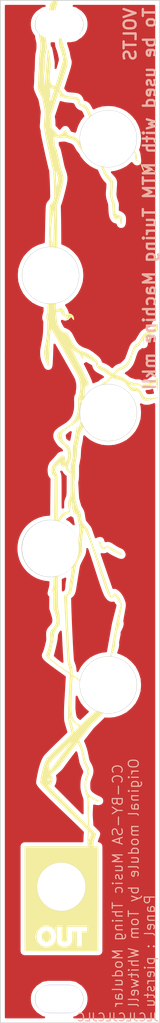
<source format=kicad_pcb>
(kicad_pcb (version 20171130) (host pcbnew 5.0.2+dfsg1-1)
  (layers (0 F.Cu signal) (31 B.Cu signal hide) (34 B.Paste user) (35 F.Paste user) (36 B.SilkS user hide) (37 F.SilkS user hide) (38 B.Mask user) (39 F.Mask user) (44 Edge.Cuts user))
  (net 0 "")
  (module LOGO (layer F.Cu) (at 0 0)
    (fp_text reference G*** hide)
    (fp_text value LOGO hide)
  )
  (module LOGO (layer F.Cu) (at 0 0)
    (fp_text reference G*** hide)
    (fp_text value LOGO hide)
  )
  (module LOGO (layer F.Cu) (at 0 0)
    (fp_text reference G*** hide)
    (fp_text value LOGO hide)
  )
  (module LOGO (layer F.Cu) (at 0 0)
    (fp_text reference G*** hide)
    (fp_text value LOGO hide)
  )
  (module LOGO (layer F.Cu) (at 0 0)
    (fp_text reference G*** hide)
    (fp_text value LOGO hide)
  )
  (module LOGO (layer F.Cu) (at 0 0)
    (fp_text reference G*** hide)
    (fp_text value LOGO hide)
  )
  (module LOGO (layer F.Cu) (at 0 0)
    (fp_text reference G*** hide)
    (fp_text value LOGO hide)
  )
  (module Wire_Pads:SolderWirePad_single_0-8mmDrill (layer F.Cu) (at 3.731999 -46.733)
    (fp_text reference "" (at 0 0) (layer F.SilkS) (effects (font (size 1.27 1.27))))
    (fp_text value "" (at 0 0) (layer F.SilkS) (effects (font (size 1.27 1.27))))
    (pad "" np_thru_hole circle (at 0 0) (size 7.087897 7.087897) (drill 7.087897) (layers *.Cu *.Mask))
  )
  (module Wire_Pads:SolderWirePad_single_0-8mmDrill (layer F.Cu) (at -3.52 -29.568001)
    (fp_text reference "" (at 0 0) (layer F.SilkS) (effects (font (size 1.27 1.27))))
    (fp_text value "" (at 0 0) (layer F.SilkS) (effects (font (size 1.27 1.27))))
    (pad "" np_thru_hole circle (at 0 0) (size 7.087897 7.087897) (drill 7.087897) (layers *.Cu *.Mask))
  )
  (module Wire_Pads:SolderWirePad_single_0-8mmDrill (layer F.Cu) (at 3.732 -12.314999)
    (fp_text reference "" (at 0 0) (layer F.SilkS) (effects (font (size 1.27 1.27))))
    (fp_text value "" (at 0 0) (layer F.SilkS) (effects (font (size 1.27 1.27))))
    (pad "" np_thru_hole circle (at 0 0) (size 7.087897 7.087897) (drill 7.087897) (layers *.Cu *.Mask))
  )
  (module Wire_Pads:SolderWirePad_single_0-8mmDrill (layer F.Cu) (at -3.52 4.762001)
    (fp_text reference "" (at 0 0) (layer F.SilkS) (effects (font (size 1.27 1.27))))
    (fp_text value "" (at 0 0) (layer F.SilkS) (effects (font (size 1.27 1.27))))
    (pad "" np_thru_hole circle (at 0 0) (size 7.087897 7.087897) (drill 7.087897) (layers *.Cu *.Mask))
  )
  (module Wire_Pads:SolderWirePad_single_0-8mmDrill (layer F.Cu) (at 3.732 21.915001)
    (fp_text reference "" (at 0 0) (layer F.SilkS) (effects (font (size 1.27 1.27))))
    (fp_text value "" (at 0 0) (layer F.SilkS) (effects (font (size 1.27 1.27))))
    (pad "" np_thru_hole circle (at 0 0) (size 7.087897 7.087897) (drill 7.087897) (layers *.Cu *.Mask))
  )
  (module Wire_Pads:SolderWirePad_single_0-8mmDrill (layer F.Cu) (at -2.175 47.282)
    (fp_text reference "" (at 0 0) (layer F.SilkS) (effects (font (size 1.27 1.27))))
    (fp_text value "" (at 0 0) (layer F.SilkS) (effects (font (size 1.27 1.27))))
    (pad "" np_thru_hole circle (at 0 0) (size 6.056304 6.056304) (drill 6.056304) (layers *.Cu *.Mask))
  )
  (module Wire_Pads:SolderWirePad_single_0-8mmDrill (layer F.Cu) (at -2.435 -61.119001)
    (fp_text reference "" (at 0 0) (layer F.SilkS) (effects (font (size 1.27 1.27))))
    (fp_text value "" (at 0 0) (layer F.SilkS) (effects (font (size 1.27 1.27))))
    (pad "" np_thru_hole oval (at 0 0) (size 5.95 3.5) (drill oval 5.95 3.5) (layers *.Cu *.Mask))
  )
  (module Wire_Pads:SolderWirePad_single_0-8mmDrill (layer F.Cu) (at -2.435 61.382)
    (fp_text reference "" (at 0 0) (layer F.SilkS) (effects (font (size 1.27 1.27))))
    (fp_text value "" (at 0 0) (layer F.SilkS) (effects (font (size 1.27 1.27))))
    (pad "" np_thru_hole oval (at 0 0) (size 5.95 3.54) (drill oval 5.95 3.5) (layers *.Cu *.Mask))
  )
  (module volts_panel_v1:fcu_motif (layer F.Cu) (at 0 0)
    (fp_text reference G*** hide)
    (fp_text value LOGO hide)
    (fp_poly (pts (xy -3.859694 52.862251) (xy -3.736259 52.927885) (xy -3.682481 52.972117) (xy -3.601685 53.057786) (xy -3.544674 53.145636) (xy -3.508007 53.245244) (xy -3.488243 53.366191) (xy -3.481943 53.518056) (xy -3.481917 53.5305) (xy -3.482893 53.640693) (xy -3.486984 53.72005) (xy -3.495934 53.780049) (xy -3.511484 53.832164) (xy -3.535378 53.887871) (xy -3.536591 53.890462) (xy -3.622187 54.029801) (xy -3.732236 54.137822) (xy -3.811603 54.187484) (xy -3.903062 54.217024) (xy -4.015987 54.229047) (xy -4.133274 54.22348) (xy -4.237817 54.200252) (xy -4.265083 54.189398) (xy -4.381558 54.113849) (xy -4.481885 54.003216) (xy -4.548238 53.890333) (xy -4.572781 53.834825) (xy -4.58881 53.783929) (xy -4.598067 53.726238) (xy -4.602294 53.650345) (xy -4.603236 53.544842) (xy -4.603213 53.5305) (xy -4.601777 53.417784) (xy -4.596965 53.335894) (xy -4.587147 53.273361) (xy -4.570691 53.218715) (xy -4.552713 53.175335) (xy -4.474957 53.046493) (xy -4.373548 52.946317) (xy -4.2549 52.876307) (xy -4.125431 52.83796) (xy -3.991557 52.832775) (xy -3.859694 52.862251)) (layer F.Cu) (width 0.01))
    (fp_poly (pts (xy 2.70948 3.825402) (xy 2.719579 3.851373) (xy 2.736759 3.90982) (xy 2.758584 3.99197) (xy 2.781682 4.085167) (xy 2.831451 4.266773) (xy 2.885412 4.407956) (xy 2.946283 4.510599) (xy 3.016784 4.576586) (xy 3.099632 4.607801) (xy 3.197545 4.606127) (xy 3.313242 4.573449) (xy 3.419074 4.526916) (xy 3.502311 4.487412) (xy 3.57247 4.460066) (xy 3.635725 4.446375) (xy 3.698252 4.447835) (xy 3.766224 4.465943) (xy 3.845817 4.502194) (xy 3.943205 4.558087) (xy 4.064561 4.635116) (xy 4.180937 4.711566) (xy 4.388226 4.844802) (xy 4.585187 4.964191) (xy 4.766934 5.06704) (xy 4.928585 5.15066) (xy 5.065255 5.212358) (xy 5.139619 5.239833) (xy 5.209595 5.268922) (xy 5.262475 5.302688) (xy 5.279358 5.321023) (xy 5.305434 5.365163) (xy 5.341889 5.428333) (xy 5.363506 5.466292) (xy 5.39245 5.521679) (xy 5.400131 5.554205) (xy 5.382314 5.565563) (xy 5.334766 5.557448) (xy 5.253253 5.531551) (xy 5.224884 5.521735) (xy 5.15286 5.493204) (xy 5.051562 5.44842) (xy 4.928931 5.391305) (xy 4.79291 5.325784) (xy 4.651439 5.255779) (xy 4.512461 5.185215) (xy 4.383917 5.118014) (xy 4.273748 5.058101) (xy 4.198669 5.01474) (xy 4.081172 4.938229) (xy 3.99157 4.864077) (xy 3.918033 4.78002) (xy 3.848728 4.67379) (xy 3.818717 4.620846) (xy 3.780077 4.551304) (xy 3.749451 4.497283) (xy 3.732398 4.468564) (xy 3.731057 4.466657) (xy 3.713967 4.476538) (xy 3.674621 4.511288) (xy 3.619643 4.564824) (xy 3.579677 4.605753) (xy 3.447485 4.727531) (xy 3.321476 4.811537) (xy 3.203311 4.857143) (xy 3.09465 4.863722) (xy 2.997154 4.830647) (xy 2.992243 4.827723) (xy 2.933233 4.783124) (xy 2.877722 4.720969) (xy 2.821285 4.634869) (xy 2.759494 4.518435) (xy 2.718848 4.433172) (xy 2.668716 4.325502) (xy 2.615372 4.21184) (xy 2.567128 4.109864) (xy 2.547 4.067704) (xy 2.513467 3.995378) (xy 2.489702 3.939387) (xy 2.479607 3.909101) (xy 2.479851 3.906408) (xy 2.513174 3.886914) (xy 2.56646 3.864045) (xy 2.625822 3.842703) (xy 2.677368 3.827785) (xy 2.707211 3.824191) (xy 2.70948 3.825402)) (layer F.Cu) (width 0.01))
    (fp_poly (pts (xy 3.84285 19.056938) (xy 3.834645 19.113551) (xy 3.820584 19.197229) (xy 3.801858 19.300742) (xy 3.788958 19.368947) (xy 3.765742 19.488757) (xy 3.749298 19.569821) (xy 3.738673 19.615014) (xy 3.732914 19.627211) (xy 3.731069 19.60929) (xy 3.732185 19.564126) (xy 3.733348 19.536833) (xy 3.739561 19.470339) (xy 3.751927 19.387526) (xy 3.768507 19.297204) (xy 3.787357 19.208182) (xy 3.806539 19.129271) (xy 3.824109 19.06928) (xy 3.838127 19.037018) (xy 3.844009 19.03462) (xy 3.84285 19.056938)) (layer F.Cu) (width 0.01))
    (fp_poly (pts (xy -2.634221 -63.993471) (xy -2.670088 -63.779132) (xy -2.727962 -63.561683) (xy -2.806926 -63.338849) (xy -2.841076 -63.247494) (xy -2.870643 -63.158042) (xy -2.896189 -63.066188) (xy -2.918271 -62.967631) (xy -2.93745 -62.858066) (xy -2.954284 -62.733192) (xy -2.969334 -62.588706) (xy -2.983159 -62.420304) (xy -2.996318 -62.223684) (xy -3.009371 -61.994542) (xy -3.022877 -61.728577) (xy -3.026768 -61.647917) (xy -3.042654 -61.344315) (xy -3.059744 -61.077668) (xy -3.078652 -60.842599) (xy -3.099991 -60.633733) (xy -3.124374 -60.445695) (xy -3.152415 -60.27311) (xy -3.184727 -60.110601) (xy -3.218806 -59.965167) (xy -3.247511 -59.855739) (xy -3.27158 -59.778933) (xy -3.294743 -59.725871) (xy -3.320728 -59.687676) (xy -3.346288 -59.661647) (xy -3.389572 -59.629759) (xy -3.435851 -59.614521) (xy -3.49185 -59.617111) (xy -3.564294 -59.638705) (xy -3.659911 -59.680481) (xy -3.770581 -59.735917) (xy -3.887825 -59.792588) (xy -3.976024 -59.824884) (xy -4.040337 -59.833376) (xy -4.085923 -59.818633) (xy -4.117941 -59.781225) (xy -4.121406 -59.774667) (xy -4.141403 -59.700666) (xy -4.146787 -59.587691) (xy -4.137599 -59.436485) (xy -4.113878 -59.247788) (xy -4.083606 -59.065583) (xy -4.043502 -58.811163) (xy -4.017185 -58.571337) (xy -4.007872 -58.42) (xy -3.997171 -58.13425) (xy -4.125836 -57.51408) (xy -4.2545 -56.893909) (xy -4.25459 -56.095913) (xy -4.254743 -55.888177) (xy -4.255329 -55.717181) (xy -4.256616 -55.577334) (xy -4.258875 -55.463042) (xy -4.262372 -55.368714) (xy -4.267377 -55.288755) (xy -4.274158 -55.217575) (xy -4.282985 -55.149581) (xy -4.294125 -55.07918) (xy -4.306962 -55.005728) (xy -4.359243 -54.713539) (xy -4.328409 -54.021478) (xy -4.320956 -53.853548) (xy -4.314129 -53.698495) (xy -4.308154 -53.561558) (xy -4.303259 -53.447975) (xy -4.299669 -53.362985) (xy -4.297611 -53.311825) (xy -4.297204 -53.299431) (xy -4.29085 -53.278965) (xy -4.285525 -53.280753) (xy -4.278003 -53.296833) (xy -4.269588 -53.332011) (xy -4.260109 -53.388093) (xy -4.249392 -53.466886) (xy -4.237265 -53.570195) (xy -4.223555 -53.699828) (xy -4.208089 -53.85759) (xy -4.190693 -54.04529) (xy -4.171196 -54.264732) (xy -4.149425 -54.517725) (xy -4.125206 -54.806074) (xy -4.098367 -55.131585) (xy -4.068735 -55.496066) (xy -4.042937 -55.8165) (xy -4.011588 -56.202635) (xy -3.982774 -56.547675) (xy -3.956372 -56.852773) (xy -3.93226 -57.119083) (xy -3.910317 -57.34776) (xy -3.890421 -57.539958) (xy -3.872451 -57.696832) (xy -3.856284 -57.819534) (xy -3.8418 -57.90922) (xy -3.828875 -57.967043) (xy -3.81739 -57.994158) (xy -3.813024 -57.996667) (xy -3.806424 -57.976552) (xy -3.793407 -57.919158) (xy -3.774834 -57.828906) (xy -3.751568 -57.710218) (xy -3.72447 -57.567518) (xy -3.694402 -57.405228) (xy -3.662225 -57.227771) (xy -3.651155 -57.165875) (xy -3.613827 -56.955809) (xy -3.583372 -56.782013) (xy -3.559106 -56.639102) (xy -3.540345 -56.521692) (xy -3.526404 -56.424401) (xy -3.516599 -56.341843) (xy -3.510247 -56.268635) (xy -3.506664 -56.199393) (xy -3.505164 -56.128733) (xy -3.505066 -56.05127) (xy -3.505262 -56.017583) (xy -3.510223 -55.831581) (xy -3.523457 -55.650504) (xy -3.546498 -55.456797) (xy -3.565283 -55.329667) (xy -3.608209 -55.012356) (xy -3.632146 -54.728856) (xy -3.637031 -54.475109) (xy -3.622801 -54.247058) (xy -3.589393 -54.040647) (xy -3.542592 -53.869167) (xy -3.487716 -53.72672) (xy -3.426541 -53.617626) (xy -3.353323 -53.532908) (xy -3.298908 -53.48836) (xy -3.247761 -53.457779) (xy -3.177919 -53.424197) (xy -3.09981 -53.391576) (xy -3.023863 -53.363876) (xy -2.960507 -53.345058) (xy -2.92017 -53.339083) (xy -2.912388 -53.341557) (xy -2.901338 -53.36659) (xy -2.879691 -53.428347) (xy -2.848625 -53.522892) (xy -2.809319 -53.646285) (xy -2.762953 -53.79459) (xy -2.710705 -53.963868) (xy -2.653754 -54.150182) (xy -2.59328 -54.349594) (xy -2.530461 -54.558167) (xy -2.466477 -54.771962) (xy -2.402506 -54.987043) (xy -2.339727 -55.19947) (xy -2.27932 -55.405307) (xy -2.222463 -55.600616) (xy -2.170336 -55.781458) (xy -2.124117 -55.943897) (xy -2.084985 -56.083994) (xy -2.05412 -56.197812) (xy -2.035109 -56.271583) (xy -2.002598 -56.40408) (xy -1.979261 -56.507727) (xy -1.964906 -56.592655) (xy -1.95934 -56.668992) (xy -1.962373 -56.746866) (xy -1.973812 -56.836407) (xy -1.993466 -56.947744) (xy -2.019739 -57.083786) (xy -2.072815 -57.340314) (xy -2.127128 -57.567245) (xy -2.186162 -57.777259) (xy -2.253399 -57.983032) (xy -2.308306 -58.13425) (xy -2.338871 -58.215565) (xy -2.365047 -58.287381) (xy -2.387223 -58.353667) (xy -2.40579 -58.418392) (xy -2.421139 -58.485524) (xy -2.43366 -58.559033) (xy -2.443745 -58.642886) (xy -2.451783 -58.741052) (xy -2.458166 -58.857499) (xy -2.463285 -58.996197) (xy -2.467529 -59.161114) (xy -2.47129 -59.356218) (xy -2.474959 -59.585479) (xy -2.478926 -59.852863) (xy -2.479177 -59.869917) (xy -2.483065 -60.131609) (xy -2.486396 -60.354907) (xy -2.489174 -60.543748) (xy -2.491401 -60.702068) (xy -2.493082 -60.833804) (xy -2.494221 -60.94289) (xy -2.494821 -61.033264) (xy -2.494887 -61.108861) (xy -2.494421 -61.173618) (xy -2.493427 -61.231471) (xy -2.49191 -61.286356) (xy -2.489873 -61.342209) (xy -2.48732 -61.402966) (xy -2.484255 -61.472565) (xy -2.480777 -61.552667) (xy -2.474584 -61.684572) (xy -2.468464 -61.779645) (xy -2.461683 -61.84338) (xy -2.453509 -61.881269) (xy -2.443209 -61.898807) (xy -2.434167 -61.901917) (xy -2.422754 -61.896114) (xy -2.413837 -61.875233) (xy -2.406855 -61.834069) (xy -2.401246 -61.767415) (xy -2.39645 -61.670065) (xy -2.391904 -61.536813) (xy -2.390812 -61.49975) (xy -2.384942 -61.335579) (xy -2.37737 -61.204949) (xy -2.367232 -61.099078) (xy -2.353664 -61.009182) (xy -2.335804 -60.926477) (xy -2.333597 -60.917667) (xy -2.300473 -60.771765) (xy -2.271961 -60.616901) (xy -2.249405 -60.463342) (xy -2.23415 -60.321358) (xy -2.227539 -60.201217) (xy -2.229722 -60.123917) (xy -2.231825 -60.074298) (xy -2.229137 -60.011679) (xy -2.22099 -59.931013) (xy -2.206717 -59.827256) (xy -2.18565 -59.695361) (xy -2.157124 -59.530282) (xy -2.134635 -59.404843) (xy -2.103342 -59.234027) (xy -2.075775 -59.090138) (xy -2.049746 -58.96458) (xy -2.023062 -58.848757) (xy -1.993535 -58.734073) (xy -1.958973 -58.611932) (xy -1.917186 -58.473738) (xy -1.865985 -58.310895) (xy -1.816424 -58.156009) (xy -1.755621 -57.965576) (xy -1.706552 -57.808466) (xy -1.667441 -57.677883) (xy -1.636514 -57.567031) (xy -1.611994 -57.469113) (xy -1.592106 -57.377333) (xy -1.575073 -57.284894) (xy -1.559121 -57.185001) (xy -1.554322 -57.15285) (xy -1.521419 -56.954288) (xy -1.486211 -56.791418) (xy -1.447204 -56.657603) (xy -1.435116 -56.623683) (xy -1.416727 -56.573742) (xy -1.400826 -56.526785) (xy -1.387973 -56.480541) (xy -1.378725 -56.432737) (xy -1.37364 -56.381099) (xy -1.373277 -56.323356) (xy -1.378193 -56.257233) (xy -1.388946 -56.180459) (xy -1.406095 -56.090761) (xy -1.430197 -55.985866) (xy -1.46181 -55.863501) (xy -1.501492 -55.721393) (xy -1.549802 -55.55727) (xy -1.607297 -55.368859) (xy -1.674534 -55.153887) (xy -1.752074 -54.910081) (xy -1.840472 -54.635169) (xy -1.940287 -54.326878) (xy -2.052078 -53.982935) (xy -2.176402 -53.601067) (xy -2.179649 -53.591095) (xy -2.377042 -52.984939) (xy -2.209813 -52.735059) (xy -2.088035 -52.561607) (xy -1.973398 -52.419905) (xy -1.859493 -52.306445) (xy -1.739908 -52.21772) (xy -1.608233 -52.150224) (xy -1.458057 -52.10045) (xy -1.282969 -52.064891) (xy -1.076559 -52.04004) (xy -0.916455 -52.027563) (xy -0.715806 -52.013246) (xy -0.552267 -51.998692) (xy -0.420626 -51.98266) (xy -0.315669 -51.96391) (xy -0.232185 -51.941203) (xy -0.164962 -51.913297) (xy -0.108787 -51.878954) (xy -0.058449 -51.836932) (xy -0.040132 -51.819061) (xy 0.015377 -51.755398) (xy 0.062582 -51.681977) (xy 0.104619 -51.591566) (xy 0.144625 -51.476932) (xy 0.185734 -51.330846) (xy 0.205517 -51.252564) (xy 0.258279 -51.038378) (xy 0.457123 -51.027977) (xy 0.562539 -51.020324) (xy 0.641844 -51.007807) (xy 0.711247 -50.986648) (xy 0.786959 -50.95307) (xy 0.794561 -50.949347) (xy 0.870438 -50.906912) (xy 0.937649 -50.856357) (xy 1.000221 -50.792363) (xy 1.06218 -50.70961) (xy 1.127555 -50.602779) (xy 1.200373 -50.46655) (xy 1.276202 -50.313167) (xy 1.343533 -50.178947) (xy 1.418872 -50.037464) (xy 1.495083 -49.901588) (xy 1.565029 -49.784187) (xy 1.598952 -49.731083) (xy 1.662694 -49.633133) (xy 1.74072 -49.510595) (xy 1.82563 -49.37524) (xy 1.910026 -49.238841) (xy 1.96486 -49.149) (xy 2.035345 -49.034298) (xy 2.102975 -48.927118) (xy 2.163021 -48.834742) (xy 2.210752 -48.764449) (xy 2.240731 -48.724347) (xy 2.29252 -48.677664) (xy 2.376625 -48.61907) (xy 2.486327 -48.55304) (xy 2.553686 -48.515951) (xy 2.683411 -48.4449) (xy 2.79529 -48.378555) (xy 2.89369 -48.312434) (xy 2.982982 -48.242053) (xy 3.067537 -48.16293) (xy 3.151724 -48.070583) (xy 3.239912 -47.96053) (xy 3.336473 -47.828288) (xy 3.445776 -47.669375) (xy 3.572192 -47.479308) (xy 3.588524 -47.45449) (xy 3.699529 -47.285214) (xy 3.789989 -47.145819) (xy 3.862944 -47.031033) (xy 3.921433 -46.935582) (xy 3.968496 -46.854192) (xy 4.007172 -46.78159) (xy 4.0405 -46.712502) (xy 4.071521 -46.641656) (xy 4.103272 -46.563777) (xy 4.106333 -46.556084) (xy 4.165648 -46.410322) (xy 4.217077 -46.298389) (xy 4.267097 -46.214295) (xy 4.322186 -46.152044) (xy 4.388819 -46.105645) (xy 4.473472 -46.069104) (xy 4.582622 -46.036429) (xy 4.699484 -46.007221) (xy 4.865025 -45.963651) (xy 5.019624 -45.914281) (xy 5.179448 -45.853493) (xy 5.342815 -45.783623) (xy 5.61165 -45.673413) (xy 5.89918 -45.574227) (xy 6.094232 -45.515706) (xy 6.328658 -45.443649) (xy 6.543512 -45.367271) (xy 6.734999 -45.288388) (xy 6.899324 -45.208819) (xy 7.032693 -45.13038) (xy 7.13131 -45.054888) (xy 7.185971 -44.992893) (xy 7.205695 -44.947988) (xy 7.227496 -44.875591) (xy 7.247145 -44.790072) (xy 7.249921 -44.775514) (xy 7.26216 -44.702285) (xy 7.276435 -44.605856) (xy 7.291855 -44.493602) (xy 7.307529 -44.372899) (xy 7.322564 -44.251123) (xy 7.336071 -44.135648) (xy 7.347158 -44.033852) (xy 7.354932 -43.953109) (xy 7.358503 -43.900794) (xy 7.357635 -43.884246) (xy 7.335727 -43.88886) (xy 7.298063 -43.918803) (xy 7.253379 -43.964877) (xy 7.210413 -44.017882) (xy 7.1779 -44.068621) (xy 7.172953 -44.078708) (xy 7.150729 -44.156199) (xy 7.137554 -44.263159) (xy 7.133568 -44.387669) (xy 7.138908 -44.517814) (xy 7.153714 -44.641676) (xy 7.165697 -44.701768) (xy 7.181112 -44.771329) (xy 7.190491 -44.822032) (xy 7.191843 -44.842511) (xy 7.171614 -44.852182) (xy 7.118278 -44.876197) (xy 7.03755 -44.912023) (xy 6.935147 -44.957127) (xy 6.816785 -45.008977) (xy 6.769814 -45.029485) (xy 6.44913 -45.16096) (xy 6.129496 -45.273877) (xy 5.912564 -45.341048) (xy 5.738076 -45.393842) (xy 5.593997 -45.440994) (xy 5.469532 -45.48658) (xy 5.353887 -45.534673) (xy 5.236267 -45.589349) (xy 5.175968 -45.619114) (xy 5.052336 -45.679789) (xy 4.954458 -45.724013) (xy 4.871071 -45.755874) (xy 4.790913 -45.779458) (xy 4.702721 -45.798854) (xy 4.657385 -45.807309) (xy 4.525791 -45.83212) (xy 4.427638 -45.854231) (xy 4.354431 -45.876726) (xy 4.297677 -45.902693) (xy 4.248879 -45.935216) (xy 4.206399 -45.971145) (xy 4.15273 -46.023521) (xy 4.106006 -46.079696) (xy 4.0614 -46.147475) (xy 4.014086 -46.234661) (xy 3.959236 -46.349061) (xy 3.922201 -46.430659) (xy 3.885085 -46.508903) (xy 3.841639 -46.590732) (xy 3.788675 -46.681204) (xy 3.723007 -46.785377) (xy 3.641449 -46.908309) (xy 3.540812 -47.055056) (xy 3.419785 -47.228018) (xy 3.270895 -47.436899) (xy 3.141242 -47.613075) (xy 3.027955 -47.759945) (xy 2.928164 -47.880906) (xy 2.838999 -47.979356) (xy 2.757589 -48.058694) (xy 2.681065 -48.122318) (xy 2.638807 -48.152668) (xy 2.584764 -48.18503) (xy 2.501055 -48.229904) (xy 2.396729 -48.282677) (xy 2.280834 -48.338732) (xy 2.202108 -48.375419) (xy 1.867684 -48.52875) (xy 1.990758 -48.050417) (xy 2.113832 -47.572083) (xy 2.03448 -47.662991) (xy 1.954975 -47.759852) (xy 1.894818 -47.849701) (xy 1.849313 -47.943306) (xy 1.813768 -48.051436) (xy 1.783488 -48.184859) (xy 1.766568 -48.27762) (xy 1.753717 -48.35275) (xy 1.742419 -48.416746) (xy 1.731121 -48.473958) (xy 1.71827 -48.528733) (xy 1.702312 -48.585419) (xy 1.681696 -48.648365) (xy 1.654867 -48.721918) (xy 1.620274 -48.810426) (xy 1.576362 -48.918237) (xy 1.52158 -49.049699) (xy 1.454374 -49.209161) (xy 1.373191 -49.40097) (xy 1.32304 -49.519417) (xy 1.237177 -49.720011) (xy 1.156702 -49.903591) (xy 1.083519 -50.066029) (xy 1.019533 -50.203198) (xy 0.966645 -50.310969) (xy 0.926761 -50.385216) (xy 0.914748 -50.404796) (xy 0.804727 -50.547061) (xy 0.680684 -50.654656) (xy 0.533029 -50.735014) (xy 0.446452 -50.7676) (xy 0.317373 -50.815722) (xy 0.220543 -50.866782) (xy 0.146226 -50.92913) (xy 0.084687 -51.01112) (xy 0.026188 -51.121105) (xy 0.020623 -51.132912) (xy -0.03537 -51.251826) (xy -0.078055 -51.339375) (xy -0.111722 -51.402694) (xy -0.140661 -51.448921) (xy -0.169163 -51.485192) (xy -0.201519 -51.518644) (xy -0.223969 -51.539778) (xy -0.289194 -51.592767) (xy -0.363454 -51.637026) (xy -0.451769 -51.673826) (xy -0.559164 -51.704435) (xy -0.690659 -51.730122) (xy -0.851278 -51.752156) (xy -1.046043 -51.771808) (xy -1.188533 -51.783535) (xy -1.336014 -51.795622) (xy -1.453776 -51.807703) (xy -1.554373 -51.822007) (xy -1.65036 -51.840765) (xy -1.754293 -51.866207) (xy -1.878726 -51.900562) (xy -1.929744 -51.915192) (xy -2.28257 -52.016916) (xy -2.371714 -52.323917) (xy -2.403607 -52.432476) (xy -2.43205 -52.526921) (xy -2.454689 -52.59961) (xy -2.469169 -52.642905) (xy -2.47253 -52.651002) (xy -2.481998 -52.6364) (xy -2.503892 -52.582681) (xy -2.537795 -52.491066) (xy -2.583294 -52.362775) (xy -2.639973 -52.199031) (xy -2.707419 -52.001054) (xy -2.785215 -51.770066) (xy -2.872947 -51.507289) (xy -2.970201 -51.213944) (xy -3.076562 -50.891252) (xy -3.191615 -50.540434) (xy -3.252062 -50.3555) (xy -3.518144 -49.540583) (xy -3.469512 -49.297167) (xy -3.452563 -49.205378) (xy -3.439508 -49.115736) (xy -3.429697 -49.019824) (xy -3.422478 -48.909226) (xy -3.4172 -48.775526) (xy -3.413214 -48.610307) (xy -3.412225 -48.556333) (xy -3.403569 -48.058917) (xy -3.275704 -47.984833) (xy -3.171489 -47.913621) (xy -3.072711 -47.822053) (xy -2.97446 -47.704525) (xy -2.871829 -47.55543) (xy -2.806242 -47.448721) (xy -2.738225 -47.332201) (xy -2.687579 -47.247442) (xy -2.646881 -47.191891) (xy -2.608709 -47.162995) (xy -2.565641 -47.158202) (xy -2.510255 -47.174959) (xy -2.435129 -47.210712) (xy -2.332841 -47.262909) (xy -2.305594 -47.276525) (xy -2.008378 -47.423917) (xy -1.836358 -47.629905) (xy -1.771349 -47.707031) (xy -1.71694 -47.770216) (xy -1.678344 -47.813506) (xy -1.660776 -47.830947) (xy -1.660292 -47.830988) (xy -1.648924 -47.811671) (xy -1.621393 -47.763338) (xy -1.5822 -47.693923) (xy -1.548511 -47.633962) (xy -1.452615 -47.472433) (xy -1.363949 -47.34616) (xy -1.276812 -47.250085) (xy -1.185505 -47.179153) (xy -1.084328 -47.128309) (xy -0.967582 -47.092495) (xy -0.928353 -47.083862) (xy -0.740324 -47.038756) (xy -0.582231 -46.984944) (xy -0.441873 -46.917769) (xy -0.354689 -46.864942) (xy -0.217149 -46.766167) (xy -0.097408 -46.659322) (xy 0.010412 -46.537238) (xy 0.112193 -46.392746) (xy 0.213812 -46.218677) (xy 0.280488 -46.090417) (xy 0.395911 -45.879896) (xy 0.511838 -45.708491) (xy 0.630583 -45.573021) (xy 0.704889 -45.507071) (xy 0.781919 -45.44925) (xy 0.858487 -45.401033) (xy 0.943246 -45.358471) (xy 1.044848 -45.317613) (xy 1.171944 -45.27451) (xy 1.30175 -45.234572) (xy 1.500998 -45.170809) (xy 1.666985 -45.107655) (xy 1.808512 -45.040946) (xy 1.934382 -44.966515) (xy 2.053394 -44.880196) (xy 2.057748 -44.876747) (xy 2.192979 -44.759615) (xy 2.321613 -44.627262) (xy 2.445705 -44.476366) (xy 2.567312 -44.303605) (xy 2.688489 -44.105657) (xy 2.811292 -43.879199) (xy 2.937777 -43.62091) (xy 3.07 -43.327467) (xy 3.186334 -43.053) (xy 3.26784 -42.857926) (xy 3.337736 -42.696278) (xy 3.39964 -42.561981) (xy 3.457169 -42.448961) (xy 3.51394 -42.351144) (xy 3.573572 -42.262456) (xy 3.63968 -42.176822) (xy 3.715884 -42.088168) (xy 3.8058 -41.990419) (xy 3.841951 -41.952122) (xy 3.936551 -41.850472) (xy 4.026504 -41.750417) (xy 4.105466 -41.659269) (xy 4.167094 -41.584338) (xy 4.203204 -41.535745) (xy 4.237176 -41.484023) (xy 4.264811 -41.437977) (xy 4.286451 -41.392908) (xy 4.302438 -41.344119) (xy 4.313115 -41.286911) (xy 4.318822 -41.216589) (xy 4.319902 -41.128453) (xy 4.316697 -41.017806) (xy 4.309548 -40.879951) (xy 4.298798 -40.710189) (xy 4.284787 -40.503824) (xy 4.281637 -40.457935) (xy 4.266246 -40.229192) (xy 4.254606 -40.036563) (xy 4.247276 -39.87395) (xy 4.244817 -39.735252) (xy 4.247785 -39.614371) (xy 4.256742 -39.505208) (xy 4.272244 -39.401665) (xy 4.294852 -39.297642) (xy 4.325125 -39.18704) (xy 4.363621 -39.063761) (xy 4.410899 -38.921705) (xy 4.426716 -38.874996) (xy 4.556765 -38.491583) (xy 4.542625 -38.109087) (xy 4.537794 -37.931032) (xy 4.538468 -37.788288) (xy 4.545446 -37.674097) (xy 4.559527 -37.581699) (xy 4.581508 -37.504336) (xy 4.612189 -37.435247) (xy 4.624949 -37.412083) (xy 4.665514 -37.351541) (xy 4.714693 -37.301473) (xy 4.780427 -37.256496) (xy 4.870655 -37.211228) (xy 4.99332 -37.160288) (xy 5.000708 -37.157394) (xy 5.142961 -37.095769) (xy 5.250337 -37.034157) (xy 5.329975 -36.967374) (xy 5.389012 -36.89024) (xy 5.403406 -36.864994) (xy 5.425373 -36.817855) (xy 5.439256 -36.768299) (xy 5.44673 -36.70507) (xy 5.44947 -36.616911) (xy 5.44957 -36.554833) (xy 5.446331 -36.440452) (xy 5.438377 -36.321632) (xy 5.427139 -36.217345) (xy 5.421199 -36.179125) (xy 5.405668 -36.099772) (xy 5.391639 -36.053595) (xy 5.374766 -36.031845) (xy 5.350705 -36.025771) (xy 5.34499 -36.025667) (xy 5.319347 -36.030285) (xy 5.299508 -36.049567) (xy 5.280881 -36.091653) (xy 5.258873 -36.164685) (xy 5.251652 -36.19115) (xy 5.225138 -36.296112) (xy 5.211737 -36.375234) (xy 5.211359 -36.442895) (xy 5.223912 -36.513475) (xy 5.24906 -36.600573) (xy 5.270393 -36.66924) (xy 5.285621 -36.719424) (xy 5.291393 -36.740042) (xy 5.272558 -36.74312) (xy 5.224309 -36.745028) (xy 5.190528 -36.745334) (xy 5.105182 -36.735398) (xy 5.006712 -36.703323) (xy 4.934803 -36.67125) (xy 4.854565 -36.636003) (xy 4.78229 -36.609851) (xy 4.731432 -36.597548) (xy 4.725043 -36.597167) (xy 4.642346 -36.617592) (xy 4.561001 -36.676032) (xy 4.484709 -36.768232) (xy 4.41717 -36.88994) (xy 4.373342 -37.001433) (xy 4.345424 -37.094034) (xy 4.322371 -37.192712) (xy 4.303476 -37.303441) (xy 4.288032 -37.432191) (xy 4.275331 -37.584934) (xy 4.264666 -37.767644) (xy 4.25533 -37.98629) (xy 4.254705 -38.003182) (xy 4.247815 -38.176277) (xy 4.240187 -38.316693) (xy 4.230175 -38.434074) (xy 4.216133 -38.538066) (xy 4.196415 -38.638313) (xy 4.169374 -38.744458) (xy 4.133364 -38.866148) (xy 4.086739 -39.013026) (xy 4.077405 -39.041917) (xy 4.019543 -39.231556) (xy 3.97703 -39.400291) (xy 3.949032 -39.558144) (xy 3.934716 -39.715135) (xy 3.93325 -39.881284) (xy 3.943801 -40.066611) (xy 3.965535 -40.281138) (xy 3.970755 -40.325151) (xy 3.985294 -40.466548) (xy 3.997435 -40.624087) (xy 4.005874 -40.778167) (xy 4.009282 -40.904583) (xy 4.008071 -41.050924) (xy 3.999497 -41.165532) (xy 3.979401 -41.258889) (xy 3.943626 -41.341473) (xy 3.888011 -41.423766) (xy 3.8084 -41.516246) (xy 3.736318 -41.5925) (xy 3.63082 -41.704825) (xy 3.538561 -41.810312) (xy 3.45615 -41.914584) (xy 3.380192 -42.023258) (xy 3.307297 -42.141956) (xy 3.234071 -42.276297) (xy 3.157121 -42.431901) (xy 3.073054 -42.614389) (xy 2.978479 -42.829379) (xy 2.950478 -42.89425) (xy 2.88043 -43.056175) (xy 2.823025 -43.185931) (xy 2.774594 -43.290413) (xy 2.731472 -43.376517) (xy 2.689991 -43.451139) (xy 2.646484 -43.521176) (xy 2.597284 -43.593522) (xy 2.538723 -43.675074) (xy 2.525948 -43.692572) (xy 2.448579 -43.801184) (xy 2.371953 -43.913674) (xy 2.303572 -44.018708) (xy 2.250934 -44.104954) (xy 2.238774 -44.126489) (xy 2.14997 -44.269185) (xy 2.048667 -44.392296) (xy 1.929675 -44.499418) (xy 1.787806 -44.594146) (xy 1.617869 -44.680077) (xy 1.414676 -44.760807) (xy 1.23825 -44.819817) (xy 1.115149 -44.860469) (xy 0.993765 -44.903986) (xy 0.885676 -44.945988) (xy 0.802458 -44.982098) (xy 0.780714 -44.992867) (xy 0.580291 -45.116889) (xy 0.401583 -45.269239) (xy 0.241215 -45.453544) (xy 0.095814 -45.673437) (xy 0.02169 -45.809511) (xy -0.034069 -45.915449) (xy -0.090573 -46.017287) (xy -0.141583 -46.104111) (xy -0.180862 -46.165006) (xy -0.184111 -46.169533) (xy -0.313533 -46.316037) (xy -0.474893 -46.44884) (xy -0.65838 -46.561248) (xy -0.854182 -46.646569) (xy -0.910167 -46.664781) (xy -1.004561 -46.693567) (xy -1.123071 -46.73034) (xy -1.249535 -46.770056) (xy -1.3521 -46.802648) (xy -1.467776 -46.838562) (xy -1.556955 -46.862523) (xy -1.632986 -46.876869) (xy -1.709218 -46.883942) (xy -1.799 -46.886079) (xy -1.82835 -46.886112) (xy -1.942722 -46.883621) (xy -2.063075 -46.877292) (xy -2.169105 -46.868302) (xy -2.201333 -46.864445) (xy -2.386081 -46.845661) (xy -2.54026 -46.844662) (xy -2.672321 -46.862812) (xy -2.790714 -46.901476) (xy -2.90389 -46.962018) (xy -2.935657 -46.982981) (xy -3.07375 -47.077523) (xy -3.059903 -46.93322) (xy -3.054661 -46.869836) (xy -3.047674 -46.772485) (xy -3.039487 -46.649471) (xy -3.030644 -46.509098) (xy -3.021691 -46.35967) (xy -3.017712 -46.290632) (xy -2.989369 -45.792348) (xy -2.891024 -45.596532) (xy -2.844134 -45.500969) (xy -2.79992 -45.407033) (xy -2.76501 -45.328968) (xy -2.752618 -45.299079) (xy -2.740182 -45.258144) (xy -2.720106 -45.180316) (xy -2.693439 -45.070139) (xy -2.661224 -44.932153) (xy -2.624509 -44.770899) (xy -2.58434 -44.590918) (xy -2.541763 -44.396753) (xy -2.498052 -44.194013) (xy -2.445052 -43.946168) (xy -2.399813 -43.735335) (xy -2.361222 -43.557132) (xy -2.328169 -43.407177) (xy -2.299541 -43.281089) (xy -2.274228 -43.174486) (xy -2.251118 -43.082986) (xy -2.2291 -43.002209) (xy -2.207061 -42.927771) (xy -2.183891 -42.855293) (xy -2.158478 -42.780391) (xy -2.129711 -42.698685) (xy -2.096478 -42.605792) (xy -2.092025 -42.593373) (xy -2.014562 -42.362674) (xy -1.958661 -42.158682) (xy -1.923297 -41.9723) (xy -1.907448 -41.79443) (xy -1.910089 -41.615973) (xy -1.930197 -41.427833) (xy -1.948377 -41.316678) (xy -1.982857 -41.136742) (xy -2.025283 -40.934245) (xy -2.07435 -40.71414) (xy -2.128752 -40.481383) (xy -2.187186 -40.240928) (xy -2.248344 -39.99773) (xy -2.310923 -39.756742) (xy -2.373617 -39.522919) (xy -2.43512 -39.301217) (xy -2.494128 -39.096589) (xy -2.549334 -38.913989) (xy -2.599435 -38.758373) (xy -2.643124 -38.634695) (xy -2.676119 -38.554276) (xy -2.744769 -38.405302) (xy -2.71383 -37.019693) (xy -2.709308 -36.793571) (xy -2.705087 -36.535565) (xy -2.70117 -36.248582) (xy -2.697561 -35.935526) (xy -2.694262 -35.599304) (xy -2.691276 -35.242821) (xy -2.688607 -34.868984) (xy -2.686258 -34.480697) (xy -2.684231 -34.080866) (xy -2.68253 -33.672398) (xy -2.681158 -33.258197) (xy -2.680119 -32.84117) (xy -2.679414 -32.424223) (xy -2.679048 -32.010261) (xy -2.679024 -31.602189) (xy -2.679344 -31.202914) (xy -2.680011 -30.815342) (xy -2.68103 -30.442377) (xy -2.682402 -30.086926) (xy -2.684131 -29.751895) (xy -2.68622 -29.440189) (xy -2.688673 -29.154714) (xy -2.691492 -28.898375) (xy -2.69468 -28.674079) (xy -2.698241 -28.484732) (xy -2.702178 -28.333238) (xy -2.704465 -28.268083) (xy -2.718638 -27.931405) (xy -2.733785 -27.609603) (xy -2.74966 -27.306723) (xy -2.766014 -27.026807) (xy -2.782603 -26.773899) (xy -2.799177 -26.552043) (xy -2.815491 -26.365281) (xy -2.828012 -26.245385) (xy -2.845932 -26.07073) (xy -2.859622 -25.898162) (xy -2.868787 -25.735167) (xy -2.873132 -25.58923) (xy -2.872363 -25.467837) (xy -2.866185 -25.378472) (xy -2.862981 -25.357667) (xy -2.84508 -25.262417) (xy -2.718998 -25.264385) (xy -2.626611 -25.273621) (xy -2.533933 -25.300878) (xy -2.431686 -25.349943) (xy -2.310592 -25.424604) (xy -2.286 -25.441105) (xy -2.228229 -25.477294) (xy -2.182393 -25.500757) (xy -2.165361 -25.505743) (xy -2.134505 -25.487859) (xy -2.089837 -25.438704) (xy -2.035673 -25.365261) (xy -1.976327 -25.274515) (xy -1.916116 -25.17345) (xy -1.859353 -25.06905) (xy -1.810354 -24.968301) (xy -1.773435 -24.878186) (xy -1.768125 -24.86279) (xy -1.742518 -24.776657) (xy -1.718581 -24.680242) (xy -1.698049 -24.582944) (xy -1.682658 -24.494162) (xy -1.674142 -24.423296) (xy -1.674237 -24.379745) (xy -1.677453 -24.371658) (xy -1.702484 -24.373792) (xy -1.752382 -24.395649) (xy -1.817955 -24.431806) (xy -1.890015 -24.476841) (xy -1.95937 -24.525331) (xy -2.016831 -24.571853) (xy -2.017 -24.572006) (xy -2.102766 -24.671563) (xy -2.176668 -24.805765) (xy -2.231858 -24.950208) (xy -2.25318 -25.011099) (xy -2.269975 -25.051462) (xy -2.276672 -25.061333) (xy -2.299314 -25.055072) (xy -2.351714 -25.038479) (xy -2.423546 -25.014844) (xy -2.441057 -25.008983) (xy -2.536985 -24.980425) (xy -2.636847 -24.956442) (xy -2.716669 -24.942569) (xy -2.788946 -24.930794) (xy -2.826317 -24.91515) (xy -2.836248 -24.894378) (xy -2.83355 -24.831314) (xy -2.826231 -24.733842) (xy -2.815122 -24.60953) (xy -2.801057 -24.465952) (xy -2.784867 -24.310678) (xy -2.767384 -24.151278) (xy -2.749442 -23.995325) (xy -2.731872 -23.850389) (xy -2.715506 -23.724041) (xy -2.701178 -23.623852) (xy -2.68972 -23.557394) (xy -2.688768 -23.552912) (xy -2.673552 -23.511268) (xy -2.64073 -23.439407) (xy -2.593594 -23.343927) (xy -2.535437 -23.231427) (xy -2.46955 -23.108504) (xy -2.441642 -23.057664) (xy -2.362498 -22.915004) (xy -2.298639 -22.803838) (xy -2.244707 -22.718704) (xy -2.195343 -22.654139) (xy -2.145188 -22.604678) (xy -2.088884 -22.564858) (xy -2.021071 -22.529216) (xy -1.936391 -22.492288) (xy -1.854099 -22.458636) (xy -1.719882 -22.402038) (xy -1.60783 -22.348397) (xy -1.513318 -22.292735) (xy -1.431721 -22.230075) (xy -1.358412 -22.155439) (xy -1.288767 -22.063849) (xy -1.21816 -21.950327) (xy -1.141965 -21.809896) (xy -1.055557 -21.637578) (xy -1.016393 -21.557152) (xy -0.910023 -21.341866) (xy -0.815298 -21.160341) (xy -0.728585 -21.006858) (xy -0.646254 -20.875697) (xy -0.564675 -20.761137) (xy -0.480217 -20.65746) (xy -0.389249 -20.558944) (xy -0.371072 -20.540481) (xy -0.205269 -20.393669) (xy -0.009147 -20.253113) (xy 0.205285 -20.125823) (xy 0.426019 -20.018808) (xy 0.641047 -19.93908) (xy 0.677418 -19.928393) (xy 0.805041 -19.889239) (xy 0.924499 -19.84469) (xy 1.041591 -19.791398) (xy 1.162116 -19.726012) (xy 1.291875 -19.645183) (xy 1.436667 -19.54556) (xy 1.602291 -19.423794) (xy 1.761157 -19.302412) (xy 1.935274 -19.162962) (xy 2.085426 -19.032876) (xy 2.208634 -18.915037) (xy 2.301919 -18.812328) (xy 2.362303 -18.727631) (xy 2.370237 -18.712974) (xy 2.400804 -18.630764) (xy 2.426594 -18.518757) (xy 2.440878 -18.423459) (xy 2.46417 -18.227554) (xy 2.539127 -18.213642) (xy 2.61238 -18.19475) (xy 2.713291 -18.161523) (xy 2.831377 -18.117991) (xy 2.956154 -18.068188) (xy 3.077139 -18.016144) (xy 3.183849 -17.965891) (xy 3.185583 -17.965024) (xy 3.3332 -17.887448) (xy 3.46067 -17.811145) (xy 3.58151 -17.726987) (xy 3.709236 -17.625847) (xy 3.792733 -17.555) (xy 3.875873 -17.48713) (xy 3.969423 -17.417119) (xy 4.065763 -17.349961) (xy 4.157273 -17.290651) (xy 4.236334 -17.244185) (xy 4.295326 -17.215557) (xy 4.320873 -17.208798) (xy 4.338706 -17.223654) (xy 4.379956 -17.265085) (xy 4.439852 -17.32808) (xy 4.513623 -17.407629) (xy 4.587686 -17.488959) (xy 4.709508 -17.620122) (xy 4.813518 -17.722297) (xy 4.90694 -17.800634) (xy 4.996994 -17.860282) (xy 5.090902 -17.906393) (xy 5.195886 -17.944117) (xy 5.247191 -17.959312) (xy 5.399044 -18.014879) (xy 5.528418 -18.087368) (xy 5.532321 -18.090114) (xy 5.59961 -18.142599) (xy 5.684878 -18.216211) (xy 5.781979 -18.304892) (xy 5.884764 -18.402584) (xy 5.987085 -18.503231) (xy 6.082797 -18.600775) (xy 6.16575 -18.68916) (xy 6.229798 -18.762328) (xy 6.268792 -18.814223) (xy 6.271061 -18.817982) (xy 6.290691 -18.859407) (xy 6.322264 -18.935657) (xy 6.363817 -19.041575) (xy 6.413391 -19.172001) (xy 6.469025 -19.321776) (xy 6.528756 -19.485742) (xy 6.589995 -19.656965) (xy 6.652474 -19.831574) (xy 6.713361 -19.998544) (xy 6.77059 -20.152442) (xy 6.822097 -20.287838) (xy 6.865815 -20.399299) (xy 6.899681 -20.481393) (xy 6.920937 -20.527406) (xy 6.986383 -20.634681) (xy 7.064165 -20.729244) (xy 7.162654 -20.819567) (xy 7.290221 -20.914118) (xy 7.32916 -20.940422) (xy 7.510029 -21.060769) (xy 7.780275 -21.510593) (xy 7.859374 -21.641869) (xy 7.935395 -21.767329) (xy 8.004305 -21.880371) (xy 8.062072 -21.974395) (xy 8.104664 -22.042799) (xy 8.121753 -22.069559) (xy 8.227351 -22.195993) (xy 8.367271 -22.309134) (xy 8.534749 -22.405902) (xy 8.723024 -22.483213) (xy 8.925332 -22.537987) (xy 9.134912 -22.567141) (xy 9.222102 -22.570985) (xy 9.437787 -22.57425) (xy 9.459357 -22.70125) (xy 9.474357 -22.794632) (xy 9.488783 -22.892483) (xy 9.495107 -22.939375) (xy 9.50814 -23.012557) (xy 9.522813 -23.045066) (xy 9.538216 -23.036382) (xy 9.553444 -22.985986) (xy 9.555777 -22.974157) (xy 9.571826 -22.904954) (xy 9.590764 -22.843473) (xy 9.5913 -22.842052) (xy 9.6125 -22.786291) (xy 9.684039 -22.899751) (xy 9.724654 -22.970421) (xy 9.756082 -23.036455) (xy 9.768893 -23.073836) (xy 9.769735 -23.130693) (xy 9.756656 -23.213689) (xy 9.732283 -23.310001) (xy 9.702289 -23.398965) (xy 9.70233 -23.419285) (xy 9.728391 -23.42906) (xy 9.785587 -23.4315) (xy 9.843566 -23.431423) (xy 9.885853 -23.427355) (xy 9.91492 -23.413539) (xy 9.933236 -23.384217) (xy 9.943271 -23.333634) (xy 9.947496 -23.256032) (xy 9.94838 -23.145655) (xy 9.948333 -23.052196) (xy 9.948333 -22.698587) (xy 9.890125 -22.643271) (xy 9.823077 -22.588857) (xy 9.726902 -22.523092) (xy 9.611211 -22.451698) (xy 9.485615 -22.380397) (xy 9.359724 -22.31491) (xy 9.260628 -22.268514) (xy 9.144742 -22.220986) (xy 9.047271 -22.190107) (xy 8.950204 -22.170951) (xy 8.869629 -22.161575) (xy 8.779694 -22.150988) (xy 8.701841 -22.137949) (xy 8.648807 -22.124732) (xy 8.638085 -22.120283) (xy 8.602077 -22.08768) (xy 8.562178 -22.032612) (xy 8.546079 -22.004221) (xy 8.502665 -21.940461) (xy 8.43965 -21.871005) (xy 8.387635 -21.824808) (xy 8.312168 -21.762867) (xy 8.260613 -21.70982) (xy 8.228639 -21.655264) (xy 8.211913 -21.588795) (xy 8.206102 -21.500008) (xy 8.206662 -21.39021) (xy 8.206743 -21.2786) (xy 8.203642 -21.167506) (xy 8.197945 -21.072844) (xy 8.193326 -21.029083) (xy 8.175884 -20.902083) (xy 8.172404 -21.082) (xy 8.165741 -21.197171) (xy 8.148558 -21.276422) (xy 8.11723 -21.325603) (xy 8.068131 -21.350562) (xy 8.001819 -21.357167) (xy 7.944199 -21.353654) (xy 7.91178 -21.335624) (xy 7.887558 -21.291839) (xy 7.881705 -21.277792) (xy 7.799181 -21.091134) (xy 7.718059 -20.941013) (xy 7.63431 -20.821983) (xy 7.543903 -20.7286) (xy 7.442808 -20.655416) (xy 7.405501 -20.634283) (xy 7.314919 -20.577015) (xy 7.230422 -20.503524) (xy 7.150344 -20.410687) (xy 7.073016 -20.295377) (xy 6.996773 -20.154471) (xy 6.919946 -19.984844) (xy 6.840869 -19.783371) (xy 6.757872 -19.546929) (xy 6.669291 -19.272391) (xy 6.656094 -19.229917) (xy 6.576322 -18.989703) (xy 6.495295 -18.784446) (xy 6.409014 -18.606861) (xy 6.313481 -18.449661) (xy 6.204698 -18.305559) (xy 6.078666 -18.167269) (xy 6.065936 -18.154455) (xy 5.940393 -18.034435) (xy 5.828926 -17.942097) (xy 5.720965 -17.870703) (xy 5.605936 -17.813519) (xy 5.473267 -17.763809) (xy 5.431744 -17.750383) (xy 5.227422 -17.674173) (xy 5.052248 -17.580747) (xy 4.894105 -17.462274) (xy 4.740879 -17.31092) (xy 4.725458 -17.293785) (xy 4.663173 -17.222491) (xy 4.613042 -17.162368) (xy 4.580882 -17.120573) (xy 4.572 -17.10505) (xy 4.591134 -17.093728) (xy 4.64475 -17.071171) (xy 4.727166 -17.039531) (xy 4.832703 -17.000955) (xy 4.95568 -16.957595) (xy 5.021792 -16.93484) (xy 5.160365 -16.886534) (xy 5.292682 -16.838586) (xy 5.410913 -16.793973) (xy 5.507228 -16.755673) (xy 5.573799 -16.726661) (xy 5.588111 -16.719524) (xy 5.649425 -16.682671) (xy 5.733108 -16.626399) (xy 5.828696 -16.558012) (xy 5.925724 -16.484813) (xy 5.937185 -16.475883) (xy 6.029416 -16.405309) (xy 6.117131 -16.341003) (xy 6.191413 -16.289315) (xy 6.243348 -16.256596) (xy 6.250036 -16.253006) (xy 6.295726 -16.233696) (xy 6.373875 -16.204943) (xy 6.476413 -16.169535) (xy 6.595273 -16.130263) (xy 6.715879 -16.09194) (xy 7.101417 -15.971843) (xy 7.349744 -15.977079) (xy 7.476653 -15.977837) (xy 7.570834 -15.971785) (xy 7.641742 -15.955691) (xy 7.69883 -15.926326) (xy 7.751552 -15.880458) (xy 7.803344 -15.822086) (xy 7.854347 -15.766134) (xy 7.895561 -15.737305) (xy 7.940486 -15.72737) (xy 7.959606 -15.726833) (xy 8.012246 -15.732873) (xy 8.054468 -15.757026) (xy 8.101743 -15.808344) (xy 8.10425 -15.811453) (xy 8.169922 -15.88335) (xy 8.235335 -15.928593) (xy 8.312031 -15.951513) (xy 8.411551 -15.95644) (xy 8.481374 -15.952967) (xy 8.580047 -15.948659) (xy 8.66434 -15.953099) (xy 8.74203 -15.969371) (xy 8.820897 -16.000557) (xy 8.908719 -16.04974) (xy 9.013274 -16.120005) (xy 9.14234 -16.214434) (xy 9.14385 -16.215562) (xy 9.360527 -16.367282) (xy 9.563918 -16.48905) (xy 9.750233 -16.578721) (xy 9.84921 -16.61525) (xy 9.902229 -16.629493) (xy 9.935524 -16.633214) (xy 9.939423 -16.6318) (xy 9.941383 -16.609244) (xy 9.942922 -16.549008) (xy 9.944017 -16.455741) (xy 9.944646 -16.334094) (xy 9.944787 -16.188716) (xy 9.944418 -16.024259) (xy 9.943517 -15.845372) (xy 9.943296 -15.811843) (xy 9.93775 -15.001307) (xy 9.821333 -15.556441) (xy 9.789934 -15.70467) (xy 9.760756 -15.839586) (xy 9.735067 -15.955544) (xy 9.714138 -16.046899) (xy 9.699236 -16.108006) (xy 9.691679 -16.133144) (xy 9.669935 -16.129687) (xy 9.61647 -16.106466) (xy 9.535714 -16.065737) (xy 9.4321 -16.00976) (xy 9.310059 -15.940794) (xy 9.278929 -15.922798) (xy 8.879417 -15.690883) (xy 8.378282 -15.656422) (xy 7.877148 -15.621961) (xy 7.620268 -15.730159) (xy 7.515923 -15.773812) (xy 7.443607 -15.802491) (xy 7.396385 -15.817782) (xy 7.367325 -15.821269) (xy 7.349494 -15.814536) (xy 7.33596 -15.799168) (xy 7.333513 -15.795704) (xy 7.295679 -15.761608) (xy 7.236569 -15.727165) (xy 7.213431 -15.716958) (xy 7.116389 -15.693116) (xy 7.006979 -15.69649) (xy 6.879085 -15.727921) (xy 6.740627 -15.781993) (xy 6.602455 -15.842285) (xy 6.499467 -15.885454) (xy 6.428657 -15.912642) (xy 6.387017 -15.924991) (xy 6.371542 -15.923643) (xy 6.371292 -15.922316) (xy 6.385031 -15.89207) (xy 6.421367 -15.839664) (xy 6.473376 -15.773282) (xy 6.534135 -15.701106) (xy 6.596719 -15.631319) (xy 6.654206 -15.572104) (xy 6.699671 -15.531644) (xy 6.705428 -15.527415) (xy 6.747536 -15.499727) (xy 6.787199 -15.480774) (xy 6.834508 -15.468266) (xy 6.899557 -15.459916) (xy 6.992436 -15.453433) (xy 7.044031 -15.450619) (xy 7.155515 -15.443748) (xy 7.236579 -15.435199) (xy 7.299125 -15.422448) (xy 7.355058 -15.402974) (xy 7.416282 -15.374253) (xy 7.424834 -15.36992) (xy 7.551266 -15.295709) (xy 7.65952 -15.208578) (xy 7.754778 -15.102187) (xy 7.842219 -14.970193) (xy 7.927024 -14.806258) (xy 7.97713 -14.693838) (xy 8.059159 -14.523936) (xy 8.146677 -14.391301) (xy 8.245189 -14.290865) (xy 8.360199 -14.217564) (xy 8.497213 -14.166328) (xy 8.569452 -14.148709) (xy 8.652426 -14.133712) (xy 8.738158 -14.124323) (xy 8.833392 -14.120639) (xy 8.944869 -14.122753) (xy 9.079333 -14.13076) (xy 9.243528 -14.144754) (xy 9.401301 -14.160374) (xy 9.533183 -14.173937) (xy 9.654789 -14.186383) (xy 9.758215 -14.196909) (xy 9.835557 -14.20471) (xy 9.87891 -14.208981) (xy 9.879542 -14.209041) (xy 9.927223 -14.209203) (xy 9.945928 -14.192588) (xy 9.948333 -14.169617) (xy 9.944638 -14.145616) (xy 9.927597 -14.13072) (xy 9.888282 -14.121674) (xy 9.817762 -14.115222) (xy 9.794875 -14.113677) (xy 9.725542 -14.105919) (xy 9.645215 -14.090119) (xy 9.547319 -14.064503) (xy 9.42528 -14.027299) (xy 9.272526 -13.976734) (xy 9.218083 -13.958129) (xy 9.077198 -13.909882) (xy 8.968526 -13.87368) (xy 8.884255 -13.847781) (xy 8.816572 -13.830445) (xy 8.757664 -13.819932) (xy 8.699719 -13.814502) (xy 8.634923 -13.812413) (xy 8.561917 -13.811945) (xy 8.426865 -13.815456) (xy 8.321688 -13.83007) (xy 8.234407 -13.860529) (xy 8.153043 -13.911573) (xy 8.065617 -13.987945) (xy 8.030665 -14.022241) (xy 7.980384 -14.077111) (xy 7.933709 -14.139599) (xy 7.885659 -14.217758) (xy 7.831248 -14.319638) (xy 7.771001 -14.441843) (xy 7.690024 -14.602582) (xy 7.617751 -14.728428) (xy 7.550123 -14.82485) (xy 7.48308 -14.897319) (xy 7.412563 -14.951304) (xy 7.378027 -14.971338) (xy 7.332806 -14.992067) (xy 7.28339 -15.005759) (xy 7.219477 -15.013915) (xy 7.130762 -15.018034) (xy 7.0485 -15.019318) (xy 6.903129 -15.023954) (xy 6.781357 -15.037531) (xy 6.677356 -15.063881) (xy 6.5853 -15.106837) (xy 6.499361 -15.170231) (xy 6.413712 -15.257895) (xy 6.322525 -15.373663) (xy 6.219974 -15.521366) (xy 6.169982 -15.597106) (xy 6.028838 -15.79968) (xy 5.892157 -15.966248) (xy 5.754311 -16.101921) (xy 5.609676 -16.211805) (xy 5.452623 -16.30101) (xy 5.339819 -16.350884) (xy 5.270794 -16.373977) (xy 5.170317 -16.40159) (xy 5.048675 -16.431184) (xy 4.916157 -16.460222) (xy 4.816519 -16.479976) (xy 4.436622 -16.551593) (xy 4.337608 -16.649119) (xy 4.238594 -16.746644) (xy 4.143641 -16.644197) (xy 4.087934 -16.583409) (xy 4.015502 -16.503418) (xy 3.937651 -16.416745) (xy 3.893368 -16.367106) (xy 3.820396 -16.288703) (xy 3.746992 -16.218858) (xy 3.666002 -16.152137) (xy 3.570266 -16.08311) (xy 3.452627 -16.006343) (xy 3.305929 -15.916406) (xy 3.275416 -15.898119) (xy 3.118093 -15.79494) (xy 2.99503 -15.69195) (xy 2.898842 -15.581727) (xy 2.822144 -15.45685) (xy 2.80798 -15.428396) (xy 2.7662 -15.333311) (xy 2.73015 -15.231479) (xy 2.698483 -15.116765) (xy 2.669852 -14.983035) (xy 2.642909 -14.824157) (xy 2.616306 -14.633995) (xy 2.594553 -14.456833) (xy 2.568817 -14.253214) (xy 2.542866 -14.082378) (xy 2.515002 -13.934805) (xy 2.483528 -13.800969) (xy 2.466488 -13.738277) (xy 2.416506 -13.528312) (xy 2.392887 -13.336516) (xy 2.394862 -13.148567) (xy 2.42166 -12.950138) (xy 2.42358 -12.939987) (xy 2.446056 -12.804472) (xy 2.45417 -12.697828) (xy 2.44718 -12.608843) (xy 2.424341 -12.526306) (xy 2.391165 -12.451351) (xy 2.342841 -12.366273) (xy 2.285199 -12.280942) (xy 2.245495 -12.231098) (xy 2.163993 -12.139256) (xy 2.214543 -12.36142) (xy 2.251738 -12.540675) (xy 2.273802 -12.689295) (xy 2.281246 -12.815981) (xy 2.274583 -12.929433) (xy 2.254404 -13.038036) (xy 2.224818 -13.246138) (xy 2.233856 -13.470769) (xy 2.281465 -13.711253) (xy 2.317401 -13.830319) (xy 2.338815 -13.896039) (xy 2.357135 -13.957134) (xy 2.373255 -14.01887) (xy 2.388073 -14.086512) (xy 2.402484 -14.165324) (xy 2.417385 -14.260573) (xy 2.43367 -14.377522) (xy 2.452237 -14.521438) (xy 2.473981 -14.697586) (xy 2.496062 -14.880167) (xy 2.53173 -15.126482) (xy 2.575728 -15.335713) (xy 2.629747 -15.512585) (xy 2.695475 -15.66182) (xy 2.7746 -15.788145) (xy 2.853932 -15.881325) (xy 2.906554 -15.932685) (xy 2.961332 -15.979119) (xy 3.025333 -16.025363) (xy 3.105624 -16.076155) (xy 3.209272 -16.136231) (xy 3.343344 -16.21033) (xy 3.350781 -16.214383) (xy 3.429822 -16.258566) (xy 3.493727 -16.298368) (xy 3.550286 -16.340459) (xy 3.607286 -16.391509) (xy 3.672516 -16.458186) (xy 3.753763 -16.547161) (xy 3.800572 -16.599561) (xy 3.879875 -16.689496) (xy 3.948287 -16.768723) (xy 4.001219 -16.831789) (xy 4.03408 -16.873245) (xy 4.042833 -16.887207) (xy 4.025107 -16.902647) (xy 3.97744 -16.931514) (xy 3.9081 -16.969005) (xy 3.85998 -16.993418) (xy 3.73976 -17.060878) (xy 3.627429 -17.137947) (xy 3.558355 -17.195652) (xy 3.468319 -17.277323) (xy 3.383464 -17.346704) (xy 3.29533 -17.409279) (xy 3.195453 -17.470529) (xy 3.075371 -17.535936) (xy 2.926622 -17.610984) (xy 2.888136 -17.629857) (xy 2.705339 -17.723082) (xy 2.558715 -17.808307) (xy 2.444078 -17.89031) (xy 2.357242 -17.97387) (xy 2.294021 -18.063766) (xy 2.25023 -18.164775) (xy 2.221683 -18.281676) (xy 2.205073 -18.409625) (xy 2.19075 -18.562999) (xy 1.354667 -19.045874) (xy 0.518583 -19.52875) (xy 0.512508 -19.262917) (xy 0.506433 -18.997083) (xy 0.403427 -19.191827) (xy 0.29808 -19.373249) (xy 0.186937 -19.532102) (xy 0.075557 -19.660832) (xy 0.02033 -19.712555) (xy -0.036425 -19.754759) (xy -0.117812 -19.807312) (xy -0.210502 -19.861833) (xy -0.260124 -19.88891) (xy -0.34972 -19.938844) (xy -0.42776 -19.989384) (xy -0.501811 -20.046967) (xy -0.579442 -20.118027) (xy -0.668222 -20.209) (xy -0.77572 -20.326321) (xy -0.779554 -20.330583) (xy -0.835475 -20.391773) (xy -0.877727 -20.436074) (xy -0.900791 -20.457814) (xy -0.903084 -20.457583) (xy -0.891328 -20.432192) (xy -0.864871 -20.375172) (xy -0.826852 -20.293285) (xy -0.780412 -20.193294) (xy -0.740943 -20.108333) (xy -0.684355 -19.984374) (xy -0.628861 -19.858964) (xy -0.579313 -19.743336) (xy -0.540564 -19.648725) (xy -0.526056 -19.610917) (xy -0.502079 -19.553927) (xy -0.460802 -19.464856) (xy -0.404839 -19.348979) (xy -0.336807 -19.21157) (xy -0.259319 -19.057905) (xy -0.174991 -18.893259) (xy -0.086439 -18.722905) (xy -0.074824 -18.70075) (xy 0.122041 -18.323615) (xy 0.305378 -17.968334) (xy 0.47447 -17.6364) (xy 0.628597 -17.329305) (xy 0.767039 -17.048541) (xy 0.889077 -16.795601) (xy 0.993992 -16.571976) (xy 1.081065 -16.37916) (xy 1.149575 -16.218643) (xy 1.198805 -16.091919) (xy 1.228034 -16.000479) (xy 1.229375 -15.995189) (xy 1.244229 -15.882969) (xy 1.226086 -15.791008) (xy 1.172597 -15.715635) (xy 1.081415 -15.653178) (xy 0.98425 -15.61165) (xy 0.89756 -15.579146) (xy 0.840722 -15.549902) (xy 0.806484 -15.513997) (xy 0.787595 -15.461511) (xy 0.776803 -15.382521) (xy 0.771376 -15.320413) (xy 0.763112 -15.214363) (xy 0.755703 -15.106659) (xy 0.750441 -15.016469) (xy 0.749513 -14.996583) (xy 0.744337 -14.9048) (xy 0.736504 -14.797751) (xy 0.729733 -14.720363) (xy 0.72511 -14.664519) (xy 0.724433 -14.616541) (xy 0.729447 -14.568373) (xy 0.741902 -14.511957) (xy 0.763543 -14.439235) (xy 0.796119 -14.34215) (xy 0.837338 -14.224129) (xy 0.959308 -13.877115) (xy 0.94529 -12.81174) (xy 0.931273 -11.746365) (xy 0.867084 -11.397585) (xy 0.82821 -11.196702) (xy 0.790115 -11.02765) (xy 0.749011 -10.880173) (xy 0.701108 -10.744015) (xy 0.642614 -10.608921) (xy 0.56974 -10.464634) (xy 0.478697 -10.3009) (xy 0.431937 -10.220108) (xy 0.328394 -10.038331) (xy 0.246172 -9.881582) (xy 0.182173 -9.740307) (xy 0.133301 -9.604953) (xy 0.096462 -9.465964) (xy 0.068557 -9.313787) (xy 0.046491 -9.138867) (xy 0.031757 -8.98525) (xy 0.023391 -8.920588) (xy 0.007291 -8.823029) (xy -0.014989 -8.700978) (xy -0.041893 -8.562839) (xy -0.071863 -8.417017) (xy -0.083842 -8.360833) (xy -0.115019 -8.215026) (xy -0.139441 -8.09574) (xy -0.158221 -7.993908) (xy -0.172473 -7.900463) (xy -0.18331 -7.806336) (xy -0.191845 -7.702461) (xy -0.199191 -7.579768) (xy -0.206461 -7.42919) (xy -0.211163 -7.323667) (xy -0.218999 -7.151707) (xy -0.226457 -7.011438) (xy -0.234712 -6.893055) (xy -0.244938 -6.786753) (xy -0.258307 -6.682728) (xy -0.275994 -6.571176) (xy -0.299174 -6.442292) (xy -0.329018 -6.286272) (xy -0.345476 -6.201833) (xy -0.455083 -5.640917) (xy -0.455133 -4.900083) (xy -0.455364 -4.696702) (xy -0.456222 -4.529408) (xy -0.458 -4.391956) (xy -0.460991 -4.278103) (xy -0.465489 -4.181604) (xy -0.471785 -4.096214) (xy -0.480174 -4.015689) (xy -0.490947 -3.933784) (xy -0.504399 -3.844255) (xy -0.50479 -3.84175) (xy -0.554398 -3.52425) (xy -0.497237 -2.487083) (xy -0.440076 -1.449917) (xy -0.291684 -0.92075) (xy -0.243072 -0.748294) (xy -0.203053 -0.610105) (xy -0.169019 -0.499627) (xy -0.138359 -0.410302) (xy -0.108465 -0.335575) (xy -0.076727 -0.268889) (xy -0.040535 -0.203686) (xy 0.00272 -0.13341) (xy 0.052078 -0.056977) (xy 0.121485 0.058341) (xy 0.177326 0.173511) (xy 0.2223 0.297156) (xy 0.259109 0.437901) (xy 0.290452 0.60437) (xy 0.316944 0.788907) (xy 0.351966 1.028412) (xy 0.389844 1.226742) (xy 0.430501 1.383553) (xy 0.473859 1.498501) (xy 0.479867 1.510699) (xy 0.50245 1.545768) (xy 0.547459 1.6082) (xy 0.610695 1.692446) (xy 0.687959 1.792956) (xy 0.775052 1.904182) (xy 0.82956 1.972851) (xy 1.14546 2.368785) (xy 2.61098 6.612837) (xy 2.752346 7.022114) (xy 2.890117 7.420763) (xy 3.02365 7.806938) (xy 3.152304 8.178792) (xy 3.275439 8.534478) (xy 3.392413 8.87215) (xy 3.502585 9.18996) (xy 3.605313 9.486061) (xy 3.699957 9.758608) (xy 3.785874 10.005753) (xy 3.862424 10.22565) (xy 3.928965 10.416451) (xy 3.984857 10.576311) (xy 4.029457 10.703381) (xy 4.062125 10.795817) (xy 4.082219 10.85177) (xy 4.089044 10.869433) (xy 4.105524 10.85792) (xy 4.142947 10.818006) (xy 4.196694 10.755034) (xy 4.262148 10.674349) (xy 4.307338 10.6168) (xy 4.513088 10.351623) (xy 4.611336 10.41859) (xy 4.795518 10.569017) (xy 4.962452 10.75681) (xy 5.110868 10.98013) (xy 5.239494 11.237143) (xy 5.319123 11.441978) (xy 5.348857 11.52636) (xy 5.373797 11.597944) (xy 5.393767 11.6611) (xy 5.40859 11.720201) (xy 5.418089 11.779616) (xy 5.42209 11.843717) (xy 5.420415 11.916874) (xy 5.412889 12.003458) (xy 5.399335 12.107841) (xy 5.379577 12.234392) (xy 5.353438 12.387484) (xy 5.320743 12.571487) (xy 5.281315 12.790772) (xy 5.259938 12.909893) (xy 5.21679 13.152086) (xy 5.18103 13.355903) (xy 5.152179 13.524563) (xy 5.129755 13.661285) (xy 5.113281 13.769289) (xy 5.102275 13.851794) (xy 5.096259 13.912019) (xy 5.094752 13.953184) (xy 5.097276 13.978507) (xy 5.099635 13.985674) (xy 5.134149 14.07559) (xy 5.152085 14.163295) (xy 5.152307 14.255057) (xy 5.133682 14.357146) (xy 5.095073 14.475831) (xy 5.035346 14.617381) (xy 4.954936 14.784917) (xy 4.882632 14.931847) (xy 4.828544 15.047292) (xy 4.790762 15.137012) (xy 4.767376 15.206767) (xy 4.756477 15.262314) (xy 4.756154 15.309413) (xy 4.764497 15.353823) (xy 4.765303 15.356785) (xy 4.770177 15.386098) (xy 4.770436 15.426878) (xy 4.765379 15.483892) (xy 4.754303 15.561903) (xy 4.736509 15.665676) (xy 4.711296 15.799975) (xy 4.677962 15.969565) (xy 4.667305 16.022893) (xy 4.632588 16.197256) (xy 4.605803 16.335353) (xy 4.586245 16.442364) (xy 4.573209 16.523466) (xy 4.565992 16.583838) (xy 4.563888 16.628659) (xy 4.566192 16.663105) (xy 4.5722 16.692355) (xy 4.574909 16.701861) (xy 4.58792 16.796904) (xy 4.581102 16.923809) (xy 4.555256 17.07747) (xy 4.511179 17.252781) (xy 4.465918 17.397543) (xy 4.439504 17.472452) (xy 4.402836 17.571579) (xy 4.357929 17.689887) (xy 4.306798 17.822342) (xy 4.251458 17.963908) (xy 4.193924 18.109552) (xy 4.13621 18.254236) (xy 4.080332 18.392926) (xy 4.028305 18.520588) (xy 3.982143 18.632185) (xy 3.943861 18.722683) (xy 3.915474 18.787046) (xy 3.898998 18.820239) (xy 3.895628 18.822686) (xy 3.899142 18.798722) (xy 3.909628 18.735805) (xy 3.926607 18.636656) (xy 3.949602 18.503995) (xy 3.978135 18.340543) (xy 4.011727 18.149019) (xy 4.0499 17.932145) (xy 4.092177 17.692639) (xy 4.138079 17.433224) (xy 4.187128 17.156618) (xy 4.238846 16.865542) (xy 4.292755 16.562716) (xy 4.297393 16.536686) (xy 4.70012 14.276917) (xy 5.008093 13.071713) (xy 5.064017 12.852442) (xy 5.116735 12.644919) (xy 5.165319 12.452857) (xy 5.20884 12.279967) (xy 5.246369 12.129962) (xy 5.276976 12.006553) (xy 5.299732 11.913452) (xy 5.313709 11.854372) (xy 5.318009 11.833463) (xy 5.307447 11.808605) (xy 5.276886 11.754362) (xy 5.229517 11.675631) (xy 5.168533 11.577311) (xy 5.097126 11.464298) (xy 5.018489 11.341491) (xy 4.935813 11.213788) (xy 4.852291 11.086085) (xy 4.771115 10.963281) (xy 4.695477 10.850273) (xy 4.628569 10.751959) (xy 4.573584 10.673237) (xy 4.533714 10.619004) (xy 4.51215 10.594158) (xy 4.509641 10.593211) (xy 4.494566 10.617274) (xy 4.473873 10.667248) (xy 4.464924 10.692932) (xy 4.424241 10.778623) (xy 4.365152 10.857405) (xy 4.296852 10.92014) (xy 4.228534 10.957691) (xy 4.191835 10.964333) (xy 4.100543 10.944162) (xy 4.00346 10.885759) (xy 3.903639 10.792293) (xy 3.804135 10.666931) (xy 3.708002 10.51284) (xy 3.651019 10.403417) (xy 3.611682 10.320089) (xy 3.571195 10.229165) (xy 3.528738 10.128282) (xy 3.483488 10.015077) (xy 3.434626 9.88719) (xy 3.381329 9.742257) (xy 3.322776 9.577918) (xy 3.258147 9.39181) (xy 3.18662 9.181572) (xy 3.107374 8.944841) (xy 3.019588 8.679255) (xy 2.922441 8.382454) (xy 2.815111 8.052074) (xy 2.696777 7.685754) (xy 2.58028 7.323667) (xy 2.416578 6.815282) (xy 2.26444 6.345446) (xy 2.123168 5.91219) (xy 1.992063 5.513544) (xy 1.870428 5.147539) (xy 1.757562 4.812206) (xy 1.652769 4.505576) (xy 1.555349 4.225678) (xy 1.464604 3.970545) (xy 1.379835 3.738206) (xy 1.300344 3.526692) (xy 1.225432 3.334034) (xy 1.154402 3.158263) (xy 1.086553 2.997409) (xy 1.021188 2.849503) (xy 0.957608 2.712575) (xy 0.909775 2.614083) (xy 0.848499 2.494925) (xy 0.788344 2.386185) (xy 0.732683 2.293184) (xy 0.684886 2.221246) (xy 0.648325 2.17569) (xy 0.626371 2.16184) (xy 0.624156 2.163202) (xy 0.620299 2.184875) (xy 0.611741 2.244156) (xy 0.599065 2.336654) (xy 0.582857 2.457977) (xy 0.563699 2.603731) (xy 0.542177 2.769524) (xy 0.518875 2.950963) (xy 0.506658 3.046809) (xy 0.395125 3.924036) (xy 0.424295 4.306226) (xy 0.440086 4.537039) (xy 0.448745 4.732159) (xy 0.449605 4.897731) (xy 0.442 5.039897) (xy 0.425261 5.164802) (xy 0.398723 5.27859) (xy 0.361718 5.387405) (xy 0.31358 5.49739) (xy 0.289752 5.545667) (xy 0.251736 5.620445) (xy 0.199028 5.72389) (xy 0.136229 5.846984) (xy 0.067938 5.980711) (xy -0.001244 6.116056) (xy -0.012639 6.138333) (xy -0.080491 6.274357) (xy -0.146129 6.412086) (xy -0.205294 6.542126) (xy -0.253729 6.65508) (xy -0.287177 6.741557) (xy -0.290806 6.752167) (xy -0.307658 6.807912) (xy -0.325788 6.878819) (xy -0.345786 6.968057) (xy -0.368239 7.078797) (xy -0.393738 7.214207) (xy -0.422872 7.377457) (xy -0.456229 7.571717) (xy -0.494399 7.800156) (xy -0.537972 8.065943) (xy -0.558353 8.1915) (xy -0.595873 8.423886) (xy -0.632273 8.650634) (xy -0.666818 8.867075) (xy -0.698772 9.068543) (xy -0.727399 9.250371) (xy -0.751965 9.407892) (xy -0.771733 9.536439) (xy -0.785968 9.631346) (xy -0.792535 9.677377) (xy -0.831181 9.903452) (xy -0.881031 10.098841) (xy -0.941049 10.260651) (xy -1.0102 10.38599) (xy -1.072235 10.458829) (xy -1.123211 10.500333) (xy -1.193299 10.550801) (xy -1.250483 10.588528) (xy -1.323575 10.639054) (xy -1.376505 10.689962) (xy -1.412274 10.749121) (xy -1.433883 10.824404) (xy -1.444333 10.923685) (xy -1.446622 11.054833) (xy -1.446162 11.101917) (xy -1.442219 11.334729) (xy -1.436426 11.59529) (xy -1.428913 11.88081) (xy -1.419811 12.188498) (xy -1.40925 12.515564) (xy -1.397361 12.859217) (xy -1.384274 13.216668) (xy -1.37012 13.585127) (xy -1.355029 13.961802) (xy -1.339131 14.343904) (xy -1.322558 14.728643) (xy -1.305438 15.113228) (xy -1.287904 15.494868) (xy -1.270085 15.870775) (xy -1.252111 16.238157) (xy -1.234114 16.594224) (xy -1.216223 16.936186) (xy -1.198569 17.261252) (xy -1.181283 17.566633) (xy -1.164494 17.849539) (xy -1.148334 18.107178) (xy -1.132932 18.336761) (xy -1.11842 18.535497) (xy -1.104927 18.700596) (xy -1.092584 18.829269) (xy -1.081522 18.918723) (xy -1.080408 18.92593) (xy -1.06496 18.993307) (xy -1.037179 19.087017) (xy -1.001088 19.194346) (xy -0.963161 19.296346) (xy -0.89946 19.465121) (xy -0.851774 19.609101) (xy -0.817558 19.7408) (xy -0.794271 19.872736) (xy -0.779368 20.017424) (xy -0.770305 20.187382) (xy -0.767995 20.256765) (xy -0.756986 20.627446) (xy 0.600465 21.529776) (xy 0.996421 21.79347) (xy 1.358002 22.035381) (xy 1.68652 22.2565) (xy 1.983283 22.457817) (xy 2.249604 22.640324) (xy 2.486793 22.805012) (xy 2.69616 22.952871) (xy 2.879016 23.084893) (xy 3.036672 23.202069) (xy 3.170438 23.30539) (xy 3.281625 23.395847) (xy 3.371543 23.47443) (xy 3.441503 23.542131) (xy 3.492816 23.599941) (xy 3.526792 23.648852) (xy 3.544742 23.689852) (xy 3.547977 23.723935) (xy 3.538337 23.751255) (xy 3.528969 23.777139) (xy 3.538483 23.806024) (xy 3.57179 23.847245) (xy 3.60895 23.885502) (xy 3.694891 23.98053) (xy 3.754882 24.066402) (xy 3.785108 24.137231) (xy 3.788003 24.16175) (xy 3.774447 24.192923) (xy 3.737833 24.248228) (xy 3.683444 24.320349) (xy 3.616566 24.401975) (xy 3.602873 24.417966) (xy 3.477076 24.564245) (xy 3.3769 24.681913) (xy 3.299978 24.774116) (xy 3.24394 24.844004) (xy 3.206419 24.894724) (xy 3.185048 24.929423) (xy 3.177457 24.951251) (xy 3.181278 24.963355) (xy 3.189345 24.967688) (xy 3.253706 24.994369) (xy 3.286313 25.029085) (xy 3.297047 25.074051) (xy 3.291332 25.130119) (xy 3.264011 25.199571) (xy 3.213581 25.284267) (xy 3.138541 25.386068) (xy 3.037388 25.506836) (xy 2.908621 25.648432) (xy 2.750737 25.812716) (xy 2.562234 26.001549) (xy 2.495265 26.067402) (xy 2.373127 26.186161) (xy 2.242673 26.311487) (xy 2.112861 26.434877) (xy 1.992652 26.547827) (xy 1.891005 26.641834) (xy 1.867046 26.663644) (xy 1.766232 26.758078) (xy 1.66487 26.858418) (xy 1.572529 26.954838) (xy 1.498779 27.037506) (xy 1.476125 27.065159) (xy 1.43657 27.115505) (xy 1.374196 27.195139) (xy 1.292207 27.299958) (xy 1.193808 27.42586) (xy 1.082205 27.568743) (xy 0.960602 27.724506) (xy 0.832204 27.889046) (xy 0.704791 28.052395) (xy 0.064173 28.873874) (xy 0.125122 28.994613) (xy 0.190417 29.131447) (xy 0.262716 29.295545) (xy 0.336554 29.473717) (xy 0.406468 29.652771) (xy 0.466994 29.819515) (xy 0.468026 29.822502) (xy 0.52822 30.004708) (xy 0.581856 30.185113) (xy 0.631264 30.372997) (xy 0.678776 30.577639) (xy 0.726721 30.80832) (xy 0.76335 30.998583) (xy 0.797725 31.177106) (xy 0.828605 31.322632) (xy 0.858987 31.443996) (xy 0.891867 31.550036) (xy 0.930241 31.649585) (xy 0.977107 31.751481) (xy 1.035461 31.864559) (xy 1.092517 31.969169) (xy 1.177891 32.128293) (xy 1.242287 32.260825) (xy 1.28866 32.37509) (xy 1.319969 32.479413) (xy 1.339169 32.582119) (xy 1.34922 32.691534) (xy 1.349241 32.691917) (xy 1.352144 32.783638) (xy 1.348793 32.868232) (xy 1.337426 32.952942) (xy 1.31628 33.045012) (xy 1.283593 33.151686) (xy 1.237604 33.280208) (xy 1.176551 33.437823) (xy 1.154081 33.494244) (xy 1.086672 33.669067) (xy 1.035436 33.820118) (xy 0.998535 33.958067) (xy 0.974128 34.093583) (xy 0.960373 34.237335) (xy 0.95543 34.39999) (xy 0.957458 34.592219) (xy 0.958366 34.628667) (xy 0.96459 34.804238) (xy 0.974029 34.946172) (xy 0.988303 35.063132) (xy 1.009036 35.163783) (xy 1.03785 35.256791) (xy 1.076368 35.35082) (xy 1.10498 35.411681) (xy 1.197635 35.560355) (xy 1.330912 35.710572) (xy 1.50319 35.861135) (xy 1.712845 36.010847) (xy 1.958256 36.158515) (xy 2.2378 36.30294) (xy 2.440111 36.395861) (xy 2.532174 36.438892) (xy 2.583971 36.470464) (xy 2.595543 36.492062) (xy 2.566931 36.505169) (xy 2.498174 36.51127) (xy 2.4433 36.512176) (xy 2.319722 36.503784) (xy 2.195164 36.476335) (xy 2.064005 36.427362) (xy 1.920626 36.354401) (xy 1.759407 36.254987) (xy 1.590601 36.138116) (xy 1.505158 36.077344) (xy 1.430385 36.025549) (xy 1.373874 35.987895) (xy 1.343215 35.969544) (xy 1.341893 35.96898) (xy 1.333391 35.971251) (xy 1.326642 35.987994) (xy 1.321456 36.023239) (xy 1.317645 36.081015) (xy 1.315021 36.165352) (xy 1.313395 36.280279) (xy 1.312578 36.429824) (xy 1.312381 36.600194) (xy 1.31093 36.823451) (xy 1.306777 37.053197) (xy 1.300273 37.277829) (xy 1.291766 37.485745) (xy 1.281605 37.665343) (xy 1.279334 37.697833) (xy 1.271069 37.812808) (xy 1.264617 37.91073) (xy 1.260111 37.997602) (xy 1.257686 38.079426) (xy 1.257474 38.162206) (xy 1.259609 38.251945) (xy 1.264225 38.354645) (xy 1.271455 38.476309) (xy 1.281433 38.622941) (xy 1.294292 38.800543) (xy 1.30799 38.985757) (xy 1.36974 39.818597) (xy 1.788938 40.238189) (xy 2.208136 40.65778) (xy 2.052142 41.066013) (xy 1.999173 41.205536) (xy 1.959457 41.31383) (xy 1.93081 41.399086) (xy 1.911045 41.469494) (xy 1.89798 41.533244) (xy 1.889428 41.598526) (xy 1.883205 41.673529) (xy 1.880885 41.707998) (xy 1.874239 41.820278) (xy 1.868734 41.932886) (xy 1.865113 42.029552) (xy 1.864144 42.074042) (xy 1.862667 42.206333) (xy 2.47541 42.206333) (xy 2.481247 42.931292) (xy 2.481727 43.01488) (xy 2.482157 43.138805) (xy 2.482536 43.301071) (xy 2.482866 43.499683) (xy 2.483144 43.732644) (xy 2.483372 43.997958) (xy 2.48355 44.29363) (xy 2.483676 44.617662) (xy 2.483751 44.968059) (xy 2.483775 45.342826) (xy 2.483748 45.739966) (xy 2.48367 46.157482) (xy 2.48354 46.59338) (xy 2.483358 47.045662) (xy 2.483124 47.512334) (xy 2.482839 47.991398) (xy 2.482502 48.480859) (xy 2.482113 48.978721) (xy 2.481671 49.482988) (xy 2.481642 49.514125) (xy 2.476201 55.372) (xy -6.773333 55.372) (xy -6.773333 53.513528) (xy -5.288296 53.513528) (xy -5.285154 53.627216) (xy -5.248723 53.859052) (xy -5.175017 54.074657) (xy -5.066867 54.270556) (xy -4.927101 54.443273) (xy -4.75855 54.58933) (xy -4.564042 54.705252) (xy -4.346406 54.787561) (xy -4.339167 54.789581) (xy -4.217481 54.810733) (xy -4.071672 54.817014) (xy -3.91694 54.809227) (xy -3.768488 54.788172) (xy -3.641516 54.75465) (xy -3.635554 54.752496) (xy -3.42389 54.655737) (xy -3.244399 54.532193) (xy -3.095127 54.380129) (xy -2.974121 54.19781) (xy -2.943484 54.137882) (xy -2.854456 53.907473) (xy -2.806749 53.674261) (xy -2.80034 53.441076) (xy -2.835201 53.210752) (xy -2.911306 52.98612) (xy -2.954857 52.8955) (xy -3.076281 52.707526) (xy -3.227963 52.549139) (xy -3.409794 52.42043) (xy -3.621665 52.321491) (xy -3.652057 52.310595) (xy -3.676189 52.302833) (xy -2.754103 52.302833) (xy -2.747357 53.228875) (xy -2.745686 53.451216) (xy -2.744062 53.635417) (xy -2.742262 53.785671) (xy -2.740065 53.906173) (xy -2.737247 54.001113) (xy -2.733585 54.074686) (xy -2.728858 54.131084) (xy -2.722842 54.174501) (xy -2.715314 54.209129) (xy -2.706053 54.239161) (xy -2.694835 54.26879) (xy -2.691728 54.276554) (xy -2.611288 54.4224) (xy -2.496209 54.55311) (xy -2.353034 54.663365) (xy -2.188301 54.747846) (xy -2.060912 54.789502) (xy -1.95617 54.806341) (xy -1.825739 54.813168) (xy -1.684951 54.810437) (xy -1.549137 54.798599) (xy -1.433628 54.778109) (xy -1.404424 54.770097) (xy -1.241019 54.69874) (xy -1.091921 54.592493) (xy -0.964511 54.458232) (xy -0.866168 54.302828) (xy -0.839783 54.244223) (xy -0.826779 54.209376) (xy -0.816441 54.172818) (xy -0.808383 54.129157) (xy -0.802218 54.073004) (xy -0.797561 53.998968) (xy -0.794024 53.901659) (xy -0.791223 53.775687) (xy -0.788771 53.615661) (xy -0.787466 53.514022) (xy -0.779802 52.894295) (xy -0.22225 52.906083) (xy -0.211222 54.758167) (xy 0.423333 54.758167) (xy 0.423333 52.8955) (xy 1.0795 52.8955) (xy 1.0795 52.302833) (xy -1.412081 52.302833) (xy -1.422763 53.136403) (xy -1.425611 53.348204) (xy -1.428361 53.521943) (xy -1.431249 53.661891) (xy -1.434512 53.772317) (xy -1.438386 53.857491) (xy -1.443109 53.921684) (xy -1.448917 53.969165) (xy -1.456047 54.004205) (xy -1.464735 54.031074) (xy -1.473431 54.050495) (xy -1.528691 54.135841) (xy -1.59787 54.188658) (xy -1.69 54.214107) (xy -1.767417 54.218417) (xy -1.874465 54.209451) (xy -1.956205 54.177933) (xy -2.026675 54.116928) (xy -2.062442 54.072705) (xy -2.073316 54.056712) (xy -2.082268 54.037887) (xy -2.089526 54.012116) (xy -2.095318 53.975285) (xy -2.099873 53.923282) (xy -2.103419 53.851991) (xy -2.106185 53.7573) (xy -2.1084 53.635094) (xy -2.110292 53.481261) (xy -2.112089 53.291686) (xy -2.113221 53.158555) (xy -2.120359 52.302833) (xy -2.754103 52.302833) (xy -3.676189 52.302833) (xy -3.737485 52.283118) (xy -3.811857 52.265817) (xy -3.890238 52.256527) (xy -3.987692 52.253082) (xy -4.053417 52.252889) (xy -4.237426 52.262389) (xy -4.396166 52.291877) (xy -4.543318 52.344764) (xy -4.656667 52.403189) (xy -4.835739 52.530061) (xy -4.988825 52.687091) (xy -5.113276 52.869116) (xy -5.206438 53.070973) (xy -5.265662 53.287498) (xy -5.288296 53.513528) (xy -6.773333 53.513528) (xy -6.773333 42.206333) (xy 1.190625 42.206333) (xy 1.227667 42.206333) (xy 1.280583 42.206333) (xy 1.319945 42.197327) (xy 1.332538 42.179875) (xy 1.327258 42.148913) (xy 1.313849 42.087304) (xy 1.294633 42.005424) (xy 1.281642 41.952333) (xy 1.231707 41.75125) (xy 1.229687 41.978792) (xy 1.227667 42.206333) (xy 1.190625 42.206333) (xy 1.177119 42.138805) (xy 1.152211 41.974016) (xy 1.135547 41.774306) (xy 1.127143 41.546281) (xy 1.127014 41.296545) (xy 1.130939 41.169167) (xy 1.23054 41.169167) (xy 1.230783 41.603083) (xy 1.268049 41.451491) (xy 1.293057 41.372187) (xy 1.334301 41.266648) (xy 1.387301 41.145559) (xy 1.447575 41.019601) (xy 1.457326 41.00024) (xy 1.609336 40.700581) (xy 1.571959 40.636668) (xy 1.539667 40.590084) (xy 1.488498 40.525413) (xy 1.428601 40.455388) (xy 1.418452 40.444057) (xy 1.30232 40.31536) (xy 1.266309 40.525305) (xy 1.250892 40.635161) (xy 1.240104 40.761446) (xy 1.233519 40.911829) (xy 1.230709 41.093982) (xy 1.23054 41.169167) (xy 1.130939 41.169167) (xy 1.135176 41.031704) (xy 1.151645 40.758363) (xy 1.173329 40.513) (xy 1.204694 40.206083) (xy 0.776972 39.775743) (xy 0.676088 39.674697) (xy 0.565299 39.564638) (xy 0.442977 39.443993) (xy 0.307495 39.311191) (xy 0.157227 39.16466) (xy -0.009456 39.002827) (xy -0.194179 38.82412) (xy -0.398569 38.626968) (xy -0.624254 38.409799) (xy -0.87286 38.17104) (xy -1.146015 37.90912) (xy -1.445345 37.622466) (xy -1.772477 37.309507) (xy -2.053167 37.041177) (xy -2.455349 36.655501) (xy -2.825694 36.297634) (xy -3.164196 35.967581) (xy -3.470853 35.665344) (xy -3.745661 35.390927) (xy -3.988615 35.144335) (xy -4.199712 34.925572) (xy -4.378948 34.73464) (xy -4.52632 34.571545) (xy -4.540805 34.554583) (xy -3.870722 34.554583) (xy -1.32682 37.114012) (xy -1.003428 37.439341) (xy -0.708538 37.735899) (xy -0.440838 38.004969) (xy -0.199016 38.247834) (xy 0.018238 38.465777) (xy 0.212236 38.66008) (xy 0.38429 38.832029) (xy 0.535712 38.982904) (xy 0.667812 39.113991) (xy 0.781902 39.226571) (xy 0.879295 39.321929) (xy 0.9613 39.401346) (xy 1.02923 39.466107) (xy 1.084397 39.517495) (xy 1.128111 39.556792) (xy 1.161685 39.585283) (xy 1.186429 39.604249) (xy 1.203656 39.614975) (xy 1.214677 39.618743) (xy 1.220802 39.616837) (xy 1.223345 39.610539) (xy 1.223502 39.609259) (xy 1.223707 39.57231) (xy 1.221169 39.499013) (xy 1.216197 39.395242) (xy 1.209104 39.266871) (xy 1.2002 39.119774) (xy 1.189798 38.959826) (xy 1.18646 38.910625) (xy 1.174104 38.717866) (xy 1.164138 38.532184) (xy 1.156351 38.345899) (xy 1.150534 38.151329) (xy 1.146473 37.940794) (xy 1.143959 37.706613) (xy 1.142781 37.441106) (xy 1.142632 37.314961) (xy 1.142572 37.077644) (xy 1.142174 36.877428) (xy 1.140814 36.70908) (xy 1.137868 36.567369) (xy 1.132714 36.447063) (xy 1.124726 36.342929) (xy 1.113283 36.249737) (xy 1.09776 36.162254) (xy 1.077534 36.075249) (xy 1.05198 35.983489) (xy 1.020477 35.881742) (xy 0.982399 35.764777) (xy 0.943986 35.64823) (xy 0.882155 35.45677) (xy 0.833793 35.296233) (xy 0.797458 35.157923) (xy 0.771703 35.033143) (xy 0.755085 34.913198) (xy 0.746159 34.78939) (xy 0.743482 34.653025) (xy 0.745608 34.495405) (xy 0.746515 34.459333) (xy 0.754575 34.249872) (xy 0.767856 34.072445) (xy 0.788231 33.916884) (xy 0.817572 33.773023) (xy 0.857751 33.630696) (xy 0.910639 33.479734) (xy 0.941554 33.40005) (xy 0.999392 33.251792) (xy 1.042001 33.134171) (xy 1.071302 33.03912) (xy 1.089216 32.958574) (xy 1.097661 32.884464) (xy 1.098559 32.808725) (xy 1.095822 32.751928) (xy 1.091279 32.695284) (xy 1.083892 32.645152) (xy 1.071042 32.594515) (xy 1.050108 32.536356) (xy 1.018472 32.463657) (xy 0.973514 32.369401) (xy 0.912614 32.246571) (xy 0.891236 32.203884) (xy 0.80729 32.034172) (xy 0.740531 31.892151) (xy 0.687773 31.768402) (xy 0.645833 31.653505) (xy 0.611524 31.538043) (xy 0.581662 31.412596) (xy 0.553063 31.267745) (xy 0.529271 31.133419) (xy 0.467248 30.804184) (xy 0.399514 30.503172) (xy 0.327194 30.234912) (xy 0.251411 30.003934) (xy 0.243507 29.982583) (xy 0.19086 29.847215) (xy 0.131923 29.704233) (xy 0.070793 29.562866) (xy 0.011569 29.432345) (xy -0.041651 29.321901) (xy -0.084769 29.240765) (xy -0.089251 29.233132) (xy -0.14282 29.1433) (xy -0.531238 29.647608) (xy -0.716985 29.889412) (xy -0.902541 30.132179) (xy -1.085853 30.373151) (xy -1.264869 30.609575) (xy -1.437537 30.838695) (xy -1.601805 31.057753) (xy -1.755622 31.263996) (xy -1.896933 31.454666) (xy -2.023689 31.627009) (xy -2.133836 31.778269) (xy -2.225322 31.90569) (xy -2.296095 32.006515) (xy -2.344104 32.077991) (xy -2.359173 32.102274) (xy -2.383595 32.131835) (xy -2.435517 32.186093) (xy -2.511085 32.261307) (xy -2.606442 32.353733) (xy -2.717732 32.459629) (xy -2.841099 32.575252) (xy -2.956001 32.681534) (xy -3.513719 33.194268) (xy -3.447409 33.269791) (xy -3.361521 33.388171) (xy -3.308323 33.514821) (xy -3.28392 33.660754) (xy -3.281291 33.739667) (xy -3.295321 33.931947) (xy -3.335749 34.104822) (xy -3.400234 34.254506) (xy -3.486434 34.377216) (xy -3.592006 34.469168) (xy -3.714609 34.526577) (xy -3.776921 34.540471) (xy -3.870722 34.554583) (xy -4.540805 34.554583) (xy -4.641824 34.43629) (xy -4.725456 34.328878) (xy -4.777211 34.249314) (xy -4.784212 34.23577) (xy -4.825925 34.14979) (xy -4.788977 33.929932) (xy -3.822981 33.929932) (xy -3.821351 33.943008) (xy -3.809676 33.998911) (xy -3.79639 34.032068) (xy -3.791125 34.036) (xy -3.770658 34.020195) (xy -3.735608 33.979615) (xy -3.709082 33.944428) (xy -3.653943 33.857828) (xy -3.62964 33.790928) (xy -3.634617 33.73617) (xy -3.658105 33.696681) (xy -3.691058 33.663493) (xy -3.716946 33.662469) (xy -3.731541 33.672535) (xy -3.785019 33.741084) (xy -3.817332 33.832402) (xy -3.822981 33.929932) (xy -4.788977 33.929932) (xy -4.751464 33.706721) (xy -4.677103 33.297575) (xy -4.595572 32.910907) (xy -4.507714 32.549488) (xy -4.414373 32.216095) (xy -4.384095 32.122587) (xy -3.745167 32.122587) (xy -3.733915 32.267883) (xy -3.703669 32.417488) (xy -3.655355 32.560738) (xy -3.646708 32.580792) (xy -3.617865 32.643774) (xy -3.596165 32.687749) (xy -3.586924 32.7025) (xy -3.573436 32.686161) (xy -3.539618 32.640902) (xy -3.489589 32.572359) (xy -3.427472 32.486168) (xy -3.374095 32.411458) (xy -3.248573 32.237282) (xy -3.099811 32.03452) (xy -2.931144 31.807535) (xy -2.745908 31.560693) (xy -2.54744 31.298359) (xy -2.339077 31.024895) (xy -2.124154 30.744668) (xy -1.906008 30.462041) (xy -1.687976 30.181379) (xy -1.473392 29.907046) (xy -1.265595 29.643408) (xy -1.072452 29.4005) (xy -0.98545 29.29151) (xy -0.906471 29.192363) (xy -0.839658 29.108275) (xy -0.789152 29.044463) (xy -0.759097 29.006145) (xy -0.753357 28.998622) (xy -0.759602 29.000185) (xy -0.796006 29.029295) (xy -0.861454 29.084974) (xy -0.954828 29.16624) (xy -1.075011 29.272115) (xy -1.220884 29.40162) (xy -1.391333 29.553773) (xy -1.585237 29.727596) (xy -1.607198 29.74732) (xy -1.938896 30.047703) (xy -2.245041 30.329867) (xy -2.524828 30.592991) (xy -2.777452 30.836256) (xy -3.002109 31.058839) (xy -3.197993 31.259921) (xy -3.364299 31.438682) (xy -3.500223 31.594301) (xy -3.604959 31.725957) (xy -3.677703 31.83283) (xy -3.706978 31.887583) (xy -3.736497 31.992266) (xy -3.745167 32.122587) (xy -4.384095 32.122587) (xy -4.316392 31.913499) (xy -4.214616 31.644475) (xy -4.109887 31.411797) (xy -4.003051 31.21824) (xy -3.986571 31.192249) (xy -3.953849 31.146662) (xy -3.905528 31.087423) (xy -3.840281 31.013187) (xy -3.756782 30.92261) (xy -3.653706 30.814346) (xy -3.529724 30.68705) (xy -3.383512 30.539378) (xy -3.213742 30.369984) (xy -3.019089 30.177523) (xy -2.798226 29.960651) (xy -2.549827 29.718023) (xy -2.272566 29.448293) (xy -2.137361 29.317067) (xy -1.979089 29.163495) (xy -1.820113 29.009134) (xy -1.665075 28.858499) (xy -1.518616 28.716106) (xy -1.385378 28.586467) (xy -1.270005 28.474098) (xy -1.177139 28.383512) (xy -1.127982 28.335455) (xy -0.848381 28.061694) (xy -0.933778 27.667472) (xy -0.97135 27.506924) (xy -1.018178 27.326279) (xy -1.069416 27.143182) (xy -1.120215 26.975281) (xy -1.143837 26.902833) (xy -1.187132 26.770619) (xy -1.222777 26.651359) (xy -1.251496 26.538934) (xy -1.274018 26.427224) (xy -1.291067 26.310108) (xy -1.30337 26.181465) (xy -1.3114 26.039653) (xy -1.056985 26.039653) (xy -1.045167 26.119024) (xy -1.020866 26.22786) (xy -0.985329 26.361098) (xy -0.939799 26.513671) (xy -0.889069 26.67) (xy -0.805468 26.938467) (xy -0.740419 27.195208) (xy -0.699059 27.40025) (xy -0.676829 27.521059) (xy -0.656383 27.629339) (xy -0.639222 27.717356) (xy -0.626847 27.777379) (xy -0.621529 27.799641) (xy -0.617547 27.81068) (xy -0.611317 27.816536) (xy -0.59969 27.814487) (xy -0.579519 27.801815) (xy -0.547656 27.7758) (xy -0.500953 27.73372) (xy -0.436263 27.672858) (xy -0.350437 27.590492) (xy -0.240327 27.483903) (xy -0.112594 27.359895) (xy 0.081729 27.171178) (xy -0.706727 26.518858) (xy -0.877239 26.246521) (xy -0.936439 26.153957) (xy -0.987681 26.077602) (xy -1.026995 26.023073) (xy -1.050413 25.995989) (xy -1.055074 25.994814) (xy -1.056985 26.039653) (xy -1.3114 26.039653) (xy -1.311654 26.035177) (xy -1.316644 25.865122) (xy -1.319066 25.665181) (xy -1.319648 25.429234) (xy -1.319644 25.421167) (xy -1.319067 25.280664) (xy -1.317361 25.139714) (xy -1.314342 24.994129) (xy -1.309828 24.839724) (xy -1.305422 24.720559) (xy -0.908533 24.720559) (xy -0.907622 24.837264) (xy -0.904987 24.936666) (xy -0.900447 25.02502) (xy -0.893818 25.108582) (xy -0.884919 25.193605) (xy -0.873566 25.286346) (xy -0.870487 25.310213) (xy -0.83786 25.543649) (xy -0.804685 25.740084) (xy -0.769161 25.904834) (xy -0.729485 26.043214) (xy -0.683859 26.160538) (xy -0.63048 26.262121) (xy -0.567548 26.353278) (xy -0.493262 26.439324) (xy -0.484946 26.448054) (xy -0.412781 26.516485) (xy -0.318371 26.596616) (xy -0.215171 26.677395) (xy -0.136352 26.73435) (xy -0.044658 26.799593) (xy 0.040862 26.863873) (xy 0.110331 26.919559) (xy 0.152305 26.957386) (xy 0.194506 26.999629) (xy 0.222735 27.025647) (xy 0.228551 27.029608) (xy 0.244671 27.015536) (xy 0.288596 26.975047) (xy 0.357427 26.910866) (xy 0.448262 26.825718) (xy 0.558201 26.722328) (xy 0.684343 26.603421) (xy 0.823789 26.471723) (xy 0.973637 26.329957) (xy 1.022471 26.283708) (xy 1.316611 26.005347) (xy 1.581859 25.754953) (xy 1.819779 25.531091) (xy 2.031933 25.332324) (xy 2.219885 25.157216) (xy 2.3852 25.004333) (xy 2.529441 24.872237) (xy 2.654171 24.759494) (xy 2.760954 24.664667) (xy 2.851354 24.586321) (xy 2.926934 24.523019) (xy 2.989259 24.473326) (xy 3.01625 24.452904) (xy 3.099035 24.387622) (xy 3.151792 24.332458) (xy 3.181131 24.276317) (xy 3.193656 24.208101) (xy 3.195921 24.151167) (xy 3.2076 24.001668) (xy 3.239088 23.889194) (xy 3.282547 23.821259) (xy 3.313503 23.784814) (xy 3.316447 23.760346) (xy 3.293122 23.72972) (xy 3.291514 23.72794) (xy 3.256001 23.694931) (xy 3.190516 23.640306) (xy 3.099328 23.567341) (xy 2.986704 23.479314) (xy 2.856914 23.379501) (xy 2.714226 23.271179) (xy 2.562908 23.157626) (xy 2.40723 23.042117) (xy 2.25146 22.92793) (xy 2.211917 22.899184) (xy 2.092672 22.813143) (xy 1.952587 22.712883) (xy 1.794626 22.600474) (xy 1.621757 22.477983) (xy 1.436945 22.347477) (xy 1.243156 22.211025) (xy 1.043358 22.070695) (xy 0.840516 21.928554) (xy 0.637596 21.786671) (xy 0.437565 21.647113) (xy 0.243389 21.511948) (xy 0.058035 21.383245) (xy -0.115533 21.263071) (xy -0.274347 21.153494) (xy -0.41544 21.056582) (xy -0.535848 20.974402) (xy -0.632603 20.909024) (xy -0.70274 20.862514) (xy -0.743292 20.836941) (xy -0.752462 20.832573) (xy -0.755129 20.854662) (xy -0.759416 20.914122) (xy -0.765045 21.006032) (xy -0.771739 21.125473) (xy -0.779219 21.267525) (xy -0.787206 21.427268) (xy -0.793511 21.558862) (xy -0.803365 21.765392) (xy -0.814345 21.990378) (xy -0.825858 22.221993) (xy -0.837309 22.448409) (xy -0.848106 22.657799) (xy -0.857653 22.838335) (xy -0.858822 22.86) (xy -0.867125 23.030526) (xy -0.875432 23.232372) (xy -0.883382 23.454527) (xy -0.890616 23.685978) (xy -0.896774 23.915714) (xy -0.901497 24.132723) (xy -0.902751 24.204083) (xy -0.905915 24.410224) (xy -0.907903 24.580298) (xy -0.908533 24.720559) (xy -1.305422 24.720559) (xy -1.303638 24.672312) (xy -1.295589 24.487708) (xy -1.285499 24.281724) (xy -1.273185 24.050177) (xy -1.258465 23.788878) (xy -1.241157 23.493642) (xy -1.221482 23.166917) (xy -1.196307 22.751531) (xy -1.173801 22.377091) (xy -1.153894 22.042293) (xy -1.136515 21.74584) (xy -1.121593 21.486429) (xy -1.109059 21.26276) (xy -1.098841 21.073534) (xy -1.09087 20.917449) (xy -1.085074 20.793205) (xy -1.081382 20.699502) (xy -1.079726 20.635039) (xy -1.080033 20.598517) (xy -1.081664 20.588528) (xy -1.103278 20.573144) (xy -1.155108 20.536081) (xy -1.23297 20.480338) (xy -1.332682 20.408914) (xy -1.450063 20.324806) (xy -1.580931 20.231013) (xy -1.721102 20.130533) (xy -1.866396 20.026365) (xy -2.012629 19.921507) (xy -2.155619 19.818957) (xy -2.291185 19.721714) (xy -2.415145 19.632776) (xy -2.523315 19.555142) (xy -2.611514 19.491809) (xy -2.661609 19.45581) (xy -2.944439 19.250894) (xy -3.192863 19.067475) (xy -3.408233 18.90439) (xy -3.5919 18.760478) (xy -3.745216 18.634574) (xy -3.869532 18.525516) (xy -3.9662 18.432142) (xy -4.011341 18.38156) (xy -3.701244 18.38156) (xy -3.626088 18.483942) (xy -3.568539 18.551588) (xy -3.481128 18.639942) (xy -3.368424 18.745081) (xy -3.234995 18.863084) (xy -3.08541 18.990027) (xy -2.924236 19.121989) (xy -2.756043 19.255045) (xy -2.585398 19.385274) (xy -2.518833 19.434696) (xy -2.457869 19.478494) (xy -2.372479 19.538286) (xy -2.267155 19.611054) (xy -2.146389 19.693777) (xy -2.014673 19.783434) (xy -1.876501 19.877007) (xy -1.736364 19.971474) (xy -1.598754 20.063817) (xy -1.468164 20.151014) (xy -1.349086 20.230047) (xy -1.246013 20.297894) (xy -1.163437 20.351536) (xy -1.105849 20.387953) (xy -1.077743 20.404125) (xy -1.07599 20.404667) (xy -1.065237 20.385799) (xy -1.05898 20.338315) (xy -1.058333 20.314048) (xy -1.065212 20.260334) (xy -1.084511 20.174537) (xy -1.114221 20.064376) (xy -1.152334 19.937566) (xy -1.173249 19.872364) (xy -1.202025 19.785046) (xy -1.228071 19.706142) (xy -1.251624 19.633265) (xy -1.272921 19.564025) (xy -1.292198 19.496037) (xy -1.309693 19.426911) (xy -1.325642 19.354261) (xy -1.340281 19.275699) (xy -1.353848 19.188836) (xy -1.36658 19.091286) (xy -1.378713 18.980661) (xy -1.390483 18.854572) (xy -1.402128 18.710633) (xy -1.413884 18.546455) (xy -1.425989 18.359651) (xy -1.438678 18.147833) (xy -1.452189 17.908613) (xy -1.466758 17.639604) (xy -1.482623 17.338419) (xy -1.500019 17.002668) (xy -1.519184 16.629966) (xy -1.540354 16.217923) (xy -1.545476 16.118417) (xy -1.564649 15.746988) (xy -1.584115 15.371459) (xy -1.60367 14.995692) (xy -1.62311 14.623555) (xy -1.64223 14.258913) (xy -1.660826 13.90563) (xy -1.678694 13.567572) (xy -1.695629 13.248604) (xy -1.711428 12.952593) (xy -1.725885 12.683403) (xy -1.738797 12.4449) (xy -1.749959 12.240948) (xy -1.759157 12.075583) (xy -1.771154 11.856188) (xy -1.781931 11.646785) (xy -1.791313 11.451698) (xy -1.799121 11.275254) (xy -1.80518 11.121778) (xy -1.809311 10.995596) (xy -1.811339 10.901033) (xy -1.811086 10.842416) (xy -1.810157 10.828731) (xy -1.788879 10.721496) (xy -1.752401 10.64686) (xy -1.693228 10.59724) (xy -1.603866 10.565051) (xy -1.536253 10.551546) (xy -1.455725 10.523824) (xy -1.389485 10.467354) (xy -1.334009 10.377784) (xy -1.285775 10.250766) (xy -1.281604 10.237133) (xy -1.231873 10.062446) (xy -1.19591 9.910032) (xy -1.170753 9.763275) (xy -1.15344 9.605563) (xy -1.143313 9.4615) (xy -1.13605 9.349267) (xy -1.127452 9.24558) (xy -1.116491 9.143429) (xy -1.102133 9.035799) (xy -1.083351 8.91568) (xy -1.059112 8.776058) (xy -1.028386 8.609922) (xy -0.990143 8.410259) (xy -0.984668 8.382) (xy -0.947062 8.182896) (xy -0.917837 8.012392) (xy -0.896408 7.861202) (xy -0.882189 7.720042) (xy -0.874596 7.579628) (xy -0.873044 7.430673) (xy -0.876949 7.263895) (xy -0.885726 7.070008) (xy -0.89336 6.932083) (xy -0.885119 6.909191) (xy -0.861006 6.851506) (xy -0.822673 6.762773) (xy -0.771774 6.646735) (xy -0.70996 6.507136) (xy -0.638884 6.347721) (xy -0.560197 6.172231) (xy -0.475553 5.984412) (xy -0.456233 5.941669) (xy -0.348391 5.702298) (xy -0.257448 5.498306) (xy -0.182201 5.326803) (xy -0.121448 5.1849) (xy -0.073984 5.069709) (xy -0.038606 4.97834) (xy -0.014112 4.907905) (xy 0.000703 4.855513) (xy 0.00501 4.834269) (xy 0.013314 4.763736) (xy 0.016708 4.677144) (xy 0.015128 4.567581) (xy 0.008512 4.428139) (xy 0.000118 4.298518) (xy -0.012941 4.074306) (xy -0.017763 3.879549) (xy -0.013763 3.702067) (xy -0.000356 3.529679) (xy 0.023043 3.350203) (xy 0.054623 3.164417) (xy 0.101481 2.823922) (xy 0.117981 2.48266) (xy 0.104013 2.151126) (xy 0.067924 1.883833) (xy 0.037398 1.720754) (xy 0.004441 1.550726) (xy -0.029483 1.380798) (xy -0.062906 1.218017) (xy -0.094362 1.069432) (xy -0.122386 0.942091) (xy -0.145509 0.843043) (xy -0.160816 0.784273) (xy -0.194268 0.687142) (xy -0.238918 0.582651) (xy -0.288436 0.483748) (xy -0.336488 0.403379) (xy -0.365821 0.365125) (xy -0.422178 0.326175) (xy -0.480584 0.321546) (xy -0.529151 0.351717) (xy -0.534206 0.358341) (xy -0.54539 0.369301) (xy -0.55732 0.366217) (xy -0.572112 0.34447) (xy -0.591885 0.29944) (xy -0.618756 0.226509) (xy -0.654842 0.121057) (xy -0.686475 0.026151) (xy -0.729786 -0.105048) (xy -0.761182 -0.203363) (xy -0.782103 -0.276081) (xy -0.79399 -0.330487) (xy -0.798284 -0.37387) (xy -0.796426 -0.413515) (xy -0.789857 -0.45671) (xy -0.786069 -0.477505) (xy -0.7696 -0.585888) (xy -0.764203 -0.683585) (xy -0.77076 -0.782902) (xy -0.790152 -0.896147) (xy -0.823261 -1.035625) (xy -0.827136 -1.050629) (xy -0.852604 -1.147348) (xy -0.874467 -1.227815) (xy -0.890471 -1.283918) (xy -0.898364 -1.307545) (xy -0.898512 -1.307734) (xy -0.905056 -1.292061) (xy -0.915404 -1.240251) (xy -0.928762 -1.158251) (xy -0.944334 -1.052009) (xy -0.961326 -0.927469) (xy -0.978943 -0.790579) (xy -0.996389 -0.647285) (xy -1.012871 -0.503534) (xy -1.027593 -0.365272) (xy -1.036099 -0.27843) (xy -1.048589 -0.148433) (xy -1.060177 -0.033659) (xy -1.070175 0.059546) (xy -1.077898 0.124836) (xy -1.082658 0.155862) (xy -1.083293 0.157513) (xy -1.102663 0.169474) (xy -1.152928 0.199888) (xy -1.228651 0.245484) (xy -1.324394 0.302987) (xy -1.434718 0.369126) (xy -1.471083 0.390903) (xy -1.852083 0.619003) (xy -2.25114 1.16146) (xy -2.650196 1.703917) (xy -2.637483 2.159) (xy -2.635388 2.255714) (xy -2.633384 2.39019) (xy -2.631502 2.557855) (xy -2.62977 2.754137) (xy -2.628217 2.974463) (xy -2.626874 3.214263) (xy -2.625769 3.468963) (xy -2.624932 3.733992) (xy -2.624392 4.004777) (xy -2.624189 4.233333) (xy -2.623608 5.852583) (xy -2.200678 6.201833) (xy -2.083268 6.298768) (xy -1.973945 6.388985) (xy -1.877795 6.468291) (xy -1.799904 6.532492) (xy -1.745359 6.577395) (xy -1.721507 6.596963) (xy -1.665265 6.642843) (xy -2.050015 7.300587) (xy -2.17338 7.51331) (xy -2.275998 7.69446) (xy -2.360013 7.848078) (xy -2.427567 7.978202) (xy -2.480805 8.088871) (xy -2.52187 8.184123) (xy -2.530175 8.205197) (xy -2.625587 8.452062) (xy -2.612152 10.253239) (xy -2.598717 12.054417) (xy -2.484692 12.757672) (xy -2.453648 12.949977) (xy -2.428818 13.10733) (xy -2.409512 13.236544) (xy -2.395038 13.344434) (xy -2.384708 13.437814) (xy -2.377828 13.523497) (xy -2.37371 13.608298) (xy -2.371662 13.699031) (xy -2.370993 13.802509) (xy -2.37097 13.879506) (xy -2.371273 14.298083) (xy -2.595392 14.615583) (xy -2.721217 14.795887) (xy -2.823726 14.948869) (xy -2.905551 15.080656) (xy -2.969323 15.197376) (xy -3.017672 15.305156) (xy -3.05323 15.410125) (xy -3.078627 15.518409) (xy -3.096496 15.636137) (xy -3.109465 15.769436) (xy -3.113418 15.822083) (xy -3.137288 16.050777) (xy -3.178112 16.309798) (xy -3.219425 16.520583) (xy -3.257625 16.696838) (xy -3.300642 16.887412) (xy -3.34696 17.086229) (xy -3.395068 17.287213) (xy -3.443449 17.484287) (xy -3.490591 17.671374) (xy -3.534978 17.842396) (xy -3.575096 17.991279) (xy -3.609432 18.111944) (xy -3.636472 18.198315) (xy -3.640056 18.208648) (xy -3.701244 18.38156) (xy -4.011341 18.38156) (xy -4.036573 18.353288) (xy -4.082001 18.287791) (xy -4.103836 18.23449) (xy -4.106333 18.212956) (xy -4.094641 18.163888) (xy -4.065556 18.103796) (xy -4.055416 18.087848) (xy -4.010079 18.005132) (xy -3.958977 17.882968) (xy -3.902846 17.723741) (xy -3.842422 17.529835) (xy -3.778441 17.303633) (xy -3.711638 17.04752) (xy -3.642751 16.76388) (xy -3.630535 16.711589) (xy -3.592421 16.541196) (xy -3.565168 16.399895) (xy -3.547853 16.276118) (xy -3.539553 16.158299) (xy -3.539344 16.03487) (xy -3.546302 15.894263) (xy -3.555535 15.772202) (xy -3.565683 15.642125) (xy -3.571404 15.544957) (xy -3.572538 15.471493) (xy -3.568926 15.412524) (xy -3.560406 15.358842) (xy -3.547402 15.3035) (xy -3.527372 15.233458) (xy -3.50358 15.171542) (xy -3.471563 15.110939) (xy -3.426856 15.044836) (xy -3.364995 14.966421) (xy -3.281514 14.86888) (xy -3.20849 14.786322) (xy -3.084849 14.64217) (xy -2.989294 14.516339) (xy -2.917319 14.400136) (xy -2.864418 14.284866) (xy -2.826085 14.161835) (xy -2.797814 14.022349) (xy -2.791465 13.981703) (xy -2.779572 13.863981) (xy -2.778985 13.739615) (xy -2.790591 13.603864) (xy -2.815279 13.45199) (xy -2.853936 13.279253) (xy -2.907452 13.080917) (xy -2.976715 12.85224) (xy -3.039599 12.65776) (xy -3.175848 12.245103) (xy -3.152676 9.831917) (xy -3.268375 10.117667) (xy -3.309147 10.217493) (xy -3.34379 10.300653) (xy -3.369514 10.360586) (xy -3.383534 10.390731) (xy -3.385281 10.392833) (xy -3.380697 10.370127) (xy -3.367189 10.312361) (xy -3.346208 10.225517) (xy -3.319207 10.115578) (xy -3.287637 9.988525) (xy -3.271046 9.922255) (xy -3.2481 9.831243) (xy -3.227913 9.750434) (xy -3.210285 9.676602) (xy -3.195022 9.606521) (xy -3.181924 9.536968) (xy -3.170795 9.464716) (xy -3.161437 9.38654) (xy -3.153654 9.299216) (xy -3.147247 9.199518) (xy -3.14202 9.084221) (xy -3.137775 8.9501) (xy -3.134316 8.79393) (xy -3.131444 8.612485) (xy -3.128962 8.402541) (xy -3.126674 8.160872) (xy -3.124382 7.884253) (xy -3.121888 7.569458) (xy -3.121103 7.471071) (xy -3.117813 7.060847) (xy -2.624667 7.060847) (xy -2.624451 7.239622) (xy -2.623837 7.404001) (xy -2.622873 7.549441) (xy -2.621608 7.671396) (xy -2.62009 7.765323) (xy -2.618368 7.826676) (xy -2.616491 7.850911) (xy -2.616203 7.851069) (xy -2.604244 7.831045) (xy -2.57437 7.77849) (xy -2.529117 7.697938) (xy -2.47102 7.593924) (xy -2.402615 7.470981) (xy -2.326439 7.333645) (xy -2.28812 7.264416) (xy -2.209354 7.121493) (xy -2.137638 6.990355) (xy -2.075447 6.875606) (xy -2.025255 6.781852) (xy -1.989536 6.713696) (xy -1.970765 6.675742) (xy -1.9685 6.669632) (xy -1.985448 6.655128) (xy -2.031607 6.62315) (xy -2.099952 6.578113) (xy -2.183457 6.52443) (xy -2.275098 6.466513) (xy -2.367849 6.408776) (xy -2.454684 6.355633) (xy -2.528578 6.311496) (xy -2.582506 6.280779) (xy -2.606482 6.268861) (xy -2.610557 6.287639) (xy -2.614313 6.344191) (xy -2.617646 6.43396) (xy -2.620452 6.552388) (xy -2.622625 6.694917) (xy -2.624062 6.856988) (xy -2.624657 7.034044) (xy -2.624667 7.060847) (xy -3.117813 7.060847) (xy -3.108957 5.956892) (xy -3.935729 5.452544) (xy -4.104776 5.34924) (xy -4.262203 5.252685) (xy -4.404426 5.165103) (xy -4.527863 5.088716) (xy -4.628933 5.025746) (xy -4.704054 4.978416) (xy -4.749643 4.948948) (xy -4.7625 4.939594) (xy -4.752274 4.918092) (xy -4.726511 4.874009) (xy -4.712922 4.852038) (xy -4.683999 4.802407) (xy -4.641748 4.725396) (xy -4.591812 4.631472) (xy -4.55209 4.554765) (xy -4.317507 4.554765) (xy -4.300986 4.570284) (xy -4.254205 4.606494) (xy -4.181747 4.660049) (xy -4.088198 4.7276) (xy -3.978141 4.805798) (xy -3.868283 4.882848) (xy -3.736788 4.975185) (xy -3.6081 5.066742) (xy -3.489068 5.152555) (xy -3.386542 5.227664) (xy -3.30737 5.287105) (xy -3.270325 5.316079) (xy -3.20413 5.367982) (xy -3.151186 5.40662) (xy -3.119277 5.426449) (xy -3.113706 5.427646) (xy -3.11212 5.405692) (xy -3.110181 5.34474) (xy -3.107942 5.248125) (xy -3.105457 5.119181) (xy -3.10278 4.961241) (xy -3.099964 4.777639) (xy -3.097064 4.571709) (xy -3.094133 4.346785) (xy -3.091224 4.106201) (xy -3.088563 3.869099) (xy -3.085903 3.616948) (xy -3.083507 3.377399) (xy -3.0814 3.153777) (xy -3.079607 2.949407) (xy -3.078152 2.767614) (xy -3.077061 2.611722) (xy -3.07636 2.485058) (xy -3.076073 2.390945) (xy -3.076226 2.33271) (xy -3.076794 2.313651) (xy -3.083545 2.332071) (xy -3.100535 2.386692) (xy -3.126432 2.472993) (xy -3.1599 2.586454) (xy -3.199607 2.722554) (xy -3.244218 2.876775) (xy -3.289824 3.035591) (xy -3.497858 3.762529) (xy -3.907435 4.151389) (xy -4.016192 4.25515) (xy -4.114127 4.349558) (xy -4.197234 4.430669) (xy -4.261505 4.494542) (xy -4.302932 4.537235) (xy -4.317507 4.554765) (xy -4.55209 4.554765) (xy -4.539833 4.531098) (xy -4.539102 4.529667) (xy -4.448091 4.364612) (xy -4.360465 4.23657) (xy -4.271001 4.1411) (xy -4.174475 4.073767) (xy -4.065663 4.030133) (xy -3.93934 4.005761) (xy -3.919804 4.003617) (xy -3.784397 3.989917) (xy -3.660462 3.683) (xy -3.586264 3.492263) (xy -3.531521 3.33317) (xy -3.495527 3.200139) (xy -3.477574 3.08759) (xy -3.476956 2.989942) (xy -3.492966 2.901616) (xy -3.524897 2.81703) (xy -3.545616 2.776222) (xy -3.601887 2.672832) (xy -3.533796 2.537624) (xy -3.453149 2.389795) (xy -3.368288 2.262967) (xy -3.266814 2.139631) (xy -3.2034 2.0711) (xy -3.069167 1.930283) (xy -3.068698 1.743016) (xy -3.068411 1.699066) (xy -3.067682 1.615465) (xy -3.066542 1.494893) (xy -3.065016 1.340028) (xy -3.063134 1.153552) (xy -3.060923 0.938143) (xy -3.058411 0.696481) (xy -3.055626 0.431245) (xy -3.052595 0.145117) (xy -3.049348 -0.159226) (xy -3.045911 -0.479104) (xy -3.042313 -0.811835) (xy -3.038581 -1.154742) (xy -3.037437 -1.259417) (xy -3.033681 -1.603248) (xy -3.03005 -1.93668) (xy -3.02657 -2.257127) (xy -3.02327 -2.562002) (xy -3.020176 -2.848715) (xy -3.017318 -3.114681) (xy -3.014721 -3.357312) (xy -3.012415 -3.57402) (xy -3.010427 -3.762217) (xy -3.008784 -3.919317) (xy -3.007513 -4.042732) (xy -3.006644 -4.129874) (xy -3.006203 -4.178156) (xy -3.006155 -4.185278) (xy -3.007765 -4.251086) (xy -3.018512 -4.289487) (xy -3.046157 -4.315383) (xy -3.085042 -4.336798) (xy -3.181364 -4.39821) (xy -3.254372 -4.474547) (xy -3.307673 -4.572429) (xy -3.344874 -4.698477) (xy -3.369532 -4.858837) (xy -3.380946 -5.104029) (xy -3.378913 -5.126782) (xy -2.963127 -5.126782) (xy -2.961138 -5.062037) (xy -2.95276 -5.004477) (xy -2.934703 -4.945461) (xy -2.903677 -4.876347) (xy -2.856395 -4.788495) (xy -2.792262 -4.677833) (xy -2.77171 -4.64372) (xy -2.753171 -4.613205) (xy -2.736541 -4.584053) (xy -2.721717 -4.554031) (xy -2.708594 -4.520901) (xy -2.69707 -4.48243) (xy -2.687039 -4.436382) (xy -2.678399 -4.380522) (xy -2.671046 -4.312616) (xy -2.664876 -4.230427) (xy -2.659784 -4.131721) (xy -2.655668 -4.014263) (xy -2.652423 -3.875817) (xy -2.649946 -3.714149) (xy -2.648132 -3.527023) (xy -2.646879 -3.312205) (xy -2.646082 -3.067459) (xy -2.645638 -2.79055) (xy -2.645442 -2.479243) (xy -2.645391 -2.131303) (xy -2.645381 -1.744494) (xy -2.645355 -1.514261) (xy -2.644877 1.259417) (xy -2.573274 1.143) (xy -2.528701 1.071184) (xy -2.471256 0.979534) (xy -2.410877 0.883879) (xy -2.388544 0.848694) (xy -2.301783 0.724141) (xy -2.200138 0.59726) (xy -2.091917 0.477107) (xy -1.985428 0.372736) (xy -1.888981 0.293204) (xy -1.861828 0.274628) (xy -1.802446 0.241531) (xy -1.731118 0.212662) (xy -1.638867 0.185076) (xy -1.516716 0.155829) (xy -1.466285 0.144878) (xy -1.361401 0.122149) (xy -1.272426 0.102156) (xy -1.207023 0.086674) (xy -1.172855 0.077481) (xy -1.169738 0.076126) (xy -1.172169 0.054211) (xy -1.183855 -0.000649) (xy -1.202974 -0.080543) (xy -1.227702 -0.177556) (xy -1.231758 -0.193005) (xy -1.260673 -0.307021) (xy -1.280264 -0.399351) (xy -1.292326 -0.484392) (xy -1.29865 -0.576544) (xy -1.30103 -0.690208) (xy -1.301291 -0.751417) (xy -1.301091 -0.863938) (xy -1.29872 -0.952611) (xy -1.292119 -1.027054) (xy -1.279229 -1.096885) (xy -1.257989 -1.17172) (xy -1.22634 -1.261178) (xy -1.182223 -1.374876) (xy -1.150856 -1.453843) (xy -1.119745 -1.532138) (xy -1.092922 -1.601842) (xy -1.070063 -1.666667) (xy -1.050843 -1.730324) (xy -1.034937 -1.796526) (xy -1.022022 -1.868982) (xy -1.011772 -1.951406) (xy -1.003863 -2.047508) (xy -0.99797 -2.160999) (xy -0.993769 -2.295592) (xy -0.990936 -2.454997) (xy -0.989145 -2.642925) (xy -0.988073 -2.863089) (xy -0.987395 -3.1192) (xy -0.986968 -3.328158) (xy -0.98425 -4.656066) (xy -1.11599 -4.720921) (xy -1.24499 -4.798016) (xy -1.364329 -4.894489) (xy -1.463538 -5.000623) (xy -1.532153 -5.1067) (xy -1.532648 -5.107727) (xy -1.564697 -5.193046) (xy -1.59266 -5.30155) (xy -1.609397 -5.397465) (xy -1.620737 -5.479252) (xy -1.630457 -5.542868) (xy -1.636998 -5.578347) (xy -1.63835 -5.582406) (xy -1.659268 -5.57867) (xy -1.708488 -5.563849) (xy -1.763092 -5.545399) (xy -1.89512 -5.509668) (xy -2.001688 -5.505789) (xy -2.085005 -5.535326) (xy -2.147281 -5.59984) (xy -2.190725 -5.700895) (xy -2.217546 -5.840052) (xy -2.220763 -5.869106) (xy -2.233083 -5.991462) (xy -2.402187 -5.879689) (xy -2.50027 -5.809327) (xy -2.606041 -5.724776) (xy -2.699309 -5.642322) (xy -2.713837 -5.628347) (xy -2.827022 -5.503946) (xy -2.903796 -5.38546) (xy -2.947894 -5.265374) (xy -2.963053 -5.136173) (xy -2.963127 -5.126782) (xy -3.378913 -5.126782) (xy -3.36057 -5.331996) (xy -3.309172 -5.538699) (xy -3.227524 -5.720102) (xy -3.195588 -5.77147) (xy -3.158879 -5.819197) (xy -3.098284 -5.889982) (xy -3.019925 -5.977022) (xy -2.929923 -6.073515) (xy -2.83692 -6.170083) (xy -2.734131 -6.277292) (xy -2.630292 -6.389531) (xy -2.533591 -6.497677) (xy -2.452211 -6.592607) (xy -2.403145 -6.653548) (xy -2.337977 -6.734356) (xy -2.274605 -6.80583) (xy -2.221416 -6.858876) (xy -2.193391 -6.881011) (xy -2.096798 -6.917866) (xy -1.997384 -6.912626) (xy -1.895648 -6.865399) (xy -1.8144 -6.798901) (xy -1.734683 -6.693841) (xy -1.692743 -6.571806) (xy -1.688749 -6.435263) (xy -1.722872 -6.286675) (xy -1.771178 -6.173541) (xy -1.822906 -6.071164) (xy -1.773995 -6.086298) (xy -1.631644 -6.15124) (xy -1.513331 -6.248996) (xy -1.419819 -6.377021) (xy -1.351868 -6.532773) (xy -1.310239 -6.713704) (xy -1.295695 -6.917272) (xy -1.308995 -7.140931) (xy -1.350903 -7.382137) (xy -1.366676 -7.447795) (xy -1.436833 -7.674142) (xy -1.525434 -7.866477) (xy -1.63632 -8.030524) (xy -1.773329 -8.172006) (xy -1.933098 -8.291975) (xy -2.02765 -8.355672) (xy -2.103754 -8.413495) (xy -2.169084 -8.473475) (xy -2.231317 -8.543644) (xy -2.298128 -8.632033) (xy -2.377194 -8.746673) (xy -2.399542 -8.780027) (xy -2.494001 -8.925686) (xy -2.564552 -9.045509) (xy -2.614159 -9.146365) (xy -2.64579 -9.235125) (xy -2.662411 -9.318661) (xy -2.667 -9.399464) (xy -2.662544 -9.481531) (xy -2.650364 -9.542571) (xy -2.137833 -9.542571) (xy -2.133582 -9.468649) (xy -2.122045 -9.368277) (xy -2.105051 -9.251877) (xy -2.084425 -9.129875) (xy -2.061996 -9.012693) (xy -2.039591 -8.910756) (xy -2.019036 -8.834489) (xy -2.008793 -8.806375) (xy -1.977122 -8.74222) (xy -1.940599 -8.688035) (xy -1.892052 -8.636674) (xy -1.824308 -8.580995) (xy -1.730193 -8.513851) (xy -1.68275 -8.48164) (xy -1.517356 -8.36131) (xy -1.385375 -8.243414) (xy -1.279236 -8.119773) (xy -1.191372 -7.98221) (xy -1.154482 -7.910929) (xy -1.090241 -7.77206) (xy -1.041977 -7.648455) (xy -1.007542 -7.52975) (xy -0.984789 -7.405577) (xy -0.971572 -7.265572) (xy -0.965745 -7.099369) (xy -0.964916 -6.995583) (xy -0.967537 -6.803337) (xy -0.977411 -6.6428) (xy -0.996494 -6.503679) (xy -1.026743 -6.375684) (xy -1.070114 -6.248523) (xy -1.128564 -6.111902) (xy -1.135925 -6.096011) (xy -1.205598 -5.943952) (xy -1.257986 -5.822479) (xy -1.295373 -5.724637) (xy -1.320043 -5.643473) (xy -1.334281 -5.572035) (xy -1.340371 -5.503368) (xy -1.341061 -5.471583) (xy -1.334984 -5.361314) (xy -1.312031 -5.268718) (xy -1.267032 -5.183119) (xy -1.194813 -5.093841) (xy -1.122802 -5.021044) (xy -0.98425 -4.888004) (xy -0.970744 -5.084544) (xy -0.964599 -5.194507) (xy -0.959361 -5.325802) (xy -0.955798 -5.457429) (xy -0.954869 -5.518317) (xy -0.953144 -5.59892) (xy -0.948859 -5.672693) (xy -0.940754 -5.747221) (xy -0.927571 -5.830089) (xy -0.908052 -5.928882) (xy -0.880939 -6.051184) (xy -0.844972 -6.204581) (xy -0.831943 -6.259151) (xy -0.711386 -6.76275) (xy -0.710235 -7.408333) (xy -0.709083 -8.053917) (xy -0.600834 -8.47725) (xy -0.550847 -8.687192) (xy -0.498694 -8.934739) (xy -0.444112 -9.221228) (xy -0.38684 -9.547995) (xy -0.359846 -9.710208) (xy -0.321221 -9.942358) (xy -0.288134 -10.13369) (xy -0.260367 -10.285323) (xy -0.237698 -10.398379) (xy -0.219907 -10.473979) (xy -0.206776 -10.513245) (xy -0.200912 -10.519833) (xy -0.167538 -10.511741) (xy -0.111386 -10.491091) (xy -0.075015 -10.475732) (xy -0.017726 -10.452072) (xy 0.02098 -10.439263) (xy 0.030355 -10.43869) (xy 0.042084 -10.466356) (xy 0.062751 -10.528456) (xy 0.090532 -10.618481) (xy 0.123598 -10.729926) (xy 0.160125 -10.85628) (xy 0.198286 -10.991038) (xy 0.236254 -11.12769) (xy 0.272204 -11.259729) (xy 0.304308 -11.380648) (xy 0.330741 -11.483938) (xy 0.349677 -11.563093) (xy 0.359044 -11.609917) (xy 0.372372 -11.697215) (xy 0.384624 -11.774159) (xy 0.393493 -11.826328) (xy 0.394589 -11.832167) (xy 0.390928 -11.838337) (xy 0.372689 -11.811518) (xy 0.343192 -11.757081) (xy 0.32261 -11.715743) (xy 0.274353 -11.624438) (xy 0.219622 -11.538674) (xy 0.15503 -11.455548) (xy 0.077191 -11.372157) (xy -0.017282 -11.285599) (xy -0.131775 -11.192971) (xy -0.269676 -11.09137) (xy -0.43437 -10.977894) (xy -0.629245 -10.849641) (xy -0.857687 -10.703707) (xy -0.859598 -10.702499) (xy -1.067154 -10.570555) (xy -1.2425 -10.457241) (xy -1.389821 -10.359566) (xy -1.513303 -10.274538) (xy -1.617129 -10.199165) (xy -1.705486 -10.130454) (xy -1.782556 -10.065415) (xy -1.852527 -10.001055) (xy -1.884844 -9.9695) (xy -2.004319 -9.838367) (xy -2.085293 -9.720135) (xy -2.128912 -9.61287) (xy -2.137833 -9.542571) (xy -2.650364 -9.542571) (xy -2.647322 -9.55781) (xy -2.618552 -9.631024) (xy -2.573452 -9.703896) (xy -2.509241 -9.779149) (xy -2.423136 -9.859508) (xy -2.312357 -9.947696) (xy -2.17412 -10.046437) (xy -2.005645 -10.158453) (xy -1.804149 -10.286469) (xy -1.686113 -10.359822) (xy -1.56524 -10.435781) (xy -1.443685 -10.514389) (xy -1.331382 -10.589068) (xy -1.238267 -10.653237) (xy -1.188696 -10.689228) (xy -0.925986 -10.911284) (xy -0.699094 -11.154862) (xy -0.507253 -11.4212) (xy -0.349694 -11.711535) (xy -0.22565 -12.027104) (xy -0.134353 -12.369146) (xy -0.128298 -12.398396) (xy -0.097667 -12.565241) (xy -0.074615 -12.729918) (xy -0.058618 -12.90065) (xy -0.049153 -13.085662) (xy -0.045697 -13.293178) (xy -0.047726 -13.53142) (xy -0.049818 -13.631333) (xy -0.053769 -13.806138) (xy -0.053783 -13.807171) (xy 0.255476 -13.807171) (xy 0.266545 -13.684196) (xy 0.293017 -13.535186) (xy 0.33444 -13.364421) (xy 0.350206 -13.307875) (xy 0.433917 -13.016167) (xy 0.439823 -13.292006) (xy 0.441613 -13.409397) (xy 0.440065 -13.497505) (xy 0.433563 -13.569342) (xy 0.420491 -13.637924) (xy 0.399231 -13.716265) (xy 0.378798 -13.78328) (xy 0.348792 -13.877904) (xy 0.327523 -13.937509) (xy 0.311857 -13.967709) (xy 0.298662 -13.97412) (xy 0.284803 -13.962356) (xy 0.281363 -13.957899) (xy 0.260265 -13.899832) (xy 0.255476 -13.807171) (xy -0.053783 -13.807171) (xy -0.055689 -13.944888) (xy -0.054531 -14.053851) (xy -0.049251 -14.139293) (xy -0.038801 -14.207483) (xy -0.022138 -14.264687) (xy 0.001786 -14.317172) (xy 0.034014 -14.371206) (xy 0.075594 -14.433056) (xy 0.086611 -14.449077) (xy 0.122676 -14.505625) (xy 0.142548 -14.553785) (xy 0.150458 -14.610039) (xy 0.150636 -14.690871) (xy 0.150469 -14.69786) (xy 0.152826 -14.782422) (xy 0.162126 -14.8924) (xy 0.176774 -15.011745) (xy 0.19003 -15.096147) (xy 0.225301 -15.368077) (xy 0.234173 -15.636807) (xy 0.216024 -15.910385) (xy 0.170231 -16.196858) (xy 0.096172 -16.504276) (xy 0.075435 -16.577551) (xy 0.064881 -16.611564) (xy 0.051705 -16.648927) (xy 0.035041 -16.691215) (xy 0.014019 -16.739998) (xy -0.012226 -16.796851) (xy -0.044562 -16.863344) (xy -0.083858 -16.941051) (xy -0.130979 -17.031544) (xy -0.186794 -17.136395) (xy -0.25217 -17.257178) (xy -0.327974 -17.395464) (xy -0.415074 -17.552826) (xy -0.514338 -17.730837) (xy -0.626631 -17.931069) (xy -0.752823 -18.155094) (xy -0.89378 -18.404486) (xy -1.05037 -18.680815) (xy -1.22346 -18.985656) (xy -1.413918 -19.320581) (xy -1.622611 -19.687161) (xy -1.850406 -20.08697) (xy -2.098171 -20.52158) (xy -2.158237 -20.626917) (xy -2.283986 -20.847709) (xy -2.412661 -21.074154) (xy -2.541095 -21.300647) (xy -2.666123 -21.521586) (xy -2.784579 -21.731366) (xy -2.893298 -21.924384) (xy -2.989114 -22.095036) (xy -3.06886 -22.237718) (xy -3.105655 -22.303922) (xy -3.183306 -22.442646) (xy -3.254936 -22.567976) (xy -3.317894 -22.675477) (xy -3.369525 -22.760715) (xy -3.407179 -22.819258) (xy -3.428201 -22.846671) (xy -3.431205 -22.848054) (xy -3.450897 -22.81762) (xy -3.473974 -22.752816) (xy -3.498427 -22.661261) (xy -3.522244 -22.550573) (xy -3.543415 -22.42837) (xy -3.545355 -22.4155) (xy -3.563407 -22.282979) (xy -3.580219 -22.135549) (xy -3.595979 -21.970171) (xy -3.610877 -21.783808) (xy -3.625104 -21.573421) (xy -3.638847 -21.335971) (xy -3.652297 -21.06842) (xy -3.665642 -20.76773) (xy -3.679073 -20.430862) (xy -3.692778 -20.054778) (xy -3.693127 -20.044833) (xy -3.705261 -19.706925) (xy -3.716652 -19.409212) (xy -3.72743 -19.149568) (xy -3.737729 -18.925865) (xy -3.74768 -18.735974) (xy -3.757416 -18.577767) (xy -3.767069 -18.449117) (xy -3.776772 -18.347896) (xy -3.786657 -18.271975) (xy -3.796857 -18.219227) (xy -3.807503 -18.187523) (xy -3.808821 -18.185025) (xy -3.822314 -18.182421) (xy -3.845435 -18.209852) (xy -3.880078 -18.270273) (xy -3.92814 -18.366641) (xy -3.93677 -18.384687) (xy -4.028285 -18.579997) (xy -4.101867 -18.745391) (xy -4.15989 -18.888097) (xy -4.204729 -19.015342) (xy -4.238759 -19.134356) (xy -4.264356 -19.252366) (xy -4.283894 -19.376599) (xy -4.295955 -19.477791) (xy -4.307742 -19.595837) (xy -4.315854 -19.702694) (xy -4.319783 -19.803816) (xy -4.319023 -19.904657) (xy -4.313067 -20.010672) (xy -4.301408 -20.127313) (xy -4.283539 -20.260035) (xy -4.258953 -20.414293) (xy -4.227143 -20.59554) (xy -4.187603 -20.809231) (xy -4.157386 -20.968799) (xy -4.109127 -21.22578) (xy -4.068663 -21.451285) (xy -4.035187 -21.653066) (xy -4.007891 -21.838878) (xy -3.985968 -22.016472) (xy -3.96861 -22.193603) (xy -3.955012 -22.378022) (xy -3.944364 -22.577484) (xy -3.935861 -22.799741) (xy -3.928696 -23.052546) (xy -3.925229 -23.198667) (xy -3.911098 -23.823083) (xy -3.975387 -23.981833) (xy -4.007851 -24.064665) (xy -4.035117 -24.139049) (xy -4.052074 -24.190946) (xy -4.053636 -24.196812) (xy -4.056224 -24.252074) (xy -4.046957 -24.337752) (xy -4.027733 -24.444226) (xy -4.000449 -24.561875) (xy -3.967003 -24.681077) (xy -3.944505 -24.7501) (xy -3.891696 -24.902583) (xy -3.851713 -27.08275) (xy -3.845257 -27.434781) (xy -3.838354 -27.811163) (xy -3.83113 -28.204992) (xy -3.823712 -28.609361) (xy -3.816228 -29.017368) (xy -3.808803 -29.422107) (xy -3.801564 -29.816674) (xy -3.794638 -30.194164) (xy -3.788152 -30.547672) (xy -3.782231 -30.870295) (xy -3.778712 -31.062083) (xy -3.764933 -31.805401) (xy -3.751625 -32.5082) (xy -3.738789 -33.170356) (xy -3.726428 -33.791741) (xy -3.722381 -33.989485) (xy -3.517843 -33.989485) (xy -3.431146 -33.906179) (xy -3.373008 -33.847878) (xy -3.328739 -33.794584) (xy -3.296443 -33.7393) (xy -3.274222 -33.675034) (xy -3.260181 -33.59479) (xy -3.252422 -33.491574) (xy -3.249049 -33.358393) (xy -3.24825 -33.231667) (xy -3.246678 -33.07465) (xy -3.243053 -32.944398) (xy -3.237715 -32.842987) (xy -3.231002 -32.772495) (xy -3.223253 -32.734998) (xy -3.214809 -32.732572) (xy -3.206008 -32.767296) (xy -3.197189 -32.841246) (xy -3.192922 -32.893) (xy -3.189008 -32.957079) (xy -3.183917 -33.057928) (xy -3.177882 -33.190007) (xy -3.171136 -33.347774) (xy -3.163913 -33.525691) (xy -3.156445 -33.718216) (xy -3.148965 -33.91981) (xy -3.14481 -34.036) (xy -3.132169 -34.40266) (xy -3.120335 -34.762387) (xy -3.109354 -35.112842) (xy -3.099276 -35.451689) (xy -3.09015 -35.776588) (xy -3.082024 -36.085201) (xy -3.074947 -36.37519) (xy -3.068967 -36.644217) (xy -3.064135 -36.889944) (xy -3.060497 -37.110032) (xy -3.058103 -37.302143) (xy -3.057002 -37.46394) (xy -3.057242 -37.593083) (xy -3.058873 -37.687234) (xy -3.061942 -37.744057) (xy -3.066499 -37.761211) (xy -3.067192 -37.760424) (xy -3.087555 -37.715218) (xy -3.114691 -37.637294) (xy -3.146203 -37.535262) (xy -3.179695 -37.417734) (xy -3.212772 -37.293318) (xy -3.243037 -37.170627) (xy -3.268095 -37.058271) (xy -3.280882 -36.992472) (xy -3.295063 -36.904828) (xy -3.312853 -36.78212) (xy -3.333374 -36.631382) (xy -3.355748 -36.459645) (xy -3.379095 -36.273941) (xy -3.402537 -36.081302) (xy -3.425195 -35.888759) (xy -3.446189 -35.703345) (xy -3.464642 -35.532091) (xy -3.470486 -35.475333) (xy -3.475619 -35.407888) (xy -3.481194 -35.305269) (xy -3.486931 -35.174629) (xy -3.492547 -35.023122) (xy -3.49776 -34.857902) (xy -3.502289 -34.686121) (xy -3.503293 -34.642451) (xy -3.517843 -33.989485) (xy -3.722381 -33.989485) (xy -3.714547 -34.372231) (xy -3.703147 -34.911697) (xy -3.692231 -35.410014) (xy -3.681802 -35.867056) (xy -3.671864 -36.282697) (xy -3.662419 -36.656809) (xy -3.65347 -36.989267) (xy -3.645019 -37.279945) (xy -3.637071 -37.528716) (xy -3.629627 -37.735454) (xy -3.622691 -37.900033) (xy -3.620362 -37.948092) (xy -3.613065 -38.083699) (xy -3.606064 -38.18494) (xy -3.598101 -38.259751) (xy -3.587918 -38.316069) (xy -3.574257 -38.361832) (xy -3.555863 -38.404977) (xy -3.544249 -38.428538) (xy -3.499271 -38.500256) (xy -3.434169 -38.583315) (xy -3.361383 -38.662008) (xy -3.352379 -38.670741) (xy -3.287084 -38.736498) (xy -3.23125 -38.798717) (xy -3.194351 -38.846649) (xy -3.188177 -38.857045) (xy -3.171896 -38.900106) (xy -3.149901 -38.97409) (xy -3.125119 -39.068477) (xy -3.101353 -39.168853) (xy -3.044425 -39.422789) (xy -3.067801 -40.311853) (xy -3.077885 -40.67401) (xy -3.08824 -41.000869) (xy -3.099165 -41.299461) (xy -3.110958 -41.576821) (xy -3.123918 -41.839983) (xy -3.138343 -42.095979) (xy -3.154004 -42.343917) (xy -3.165972 -42.51928) (xy -3.176268 -42.656673) (xy -3.183231 -42.7355) (xy -2.867938 -42.7355) (xy -2.865559 -42.698951) (xy -2.862352 -42.624881) (xy -2.85847 -42.51809) (xy -2.854066 -42.383382) (xy -2.849293 -42.225555) (xy -2.844304 -42.049412) (xy -2.839254 -41.859753) (xy -2.836501 -41.75125) (xy -2.829177 -41.469696) (xy -2.822248 -41.22923) (xy -2.815659 -41.028609) (xy -2.809352 -40.866591) (xy -2.803273 -40.741933) (xy -2.797367 -40.653392) (xy -2.791577 -40.599726) (xy -2.785847 -40.579692) (xy -2.784065 -40.580127) (xy -2.777923 -40.601805) (xy -2.763832 -40.659267) (xy -2.743086 -40.746982) (xy -2.716982 -40.859423) (xy -2.686814 -40.991062) (xy -2.657111 -41.122036) (xy -2.536366 -41.656988) (xy -2.570147 -41.820536) (xy -2.584832 -41.881871) (xy -2.607603 -41.965054) (xy -2.636585 -42.06432) (xy -2.669899 -42.173898) (xy -2.705669 -42.288023) (xy -2.742017 -42.400925) (xy -2.777066 -42.506837) (xy -2.808939 -42.599991) (xy -2.835758 -42.674618) (xy -2.855646 -42.724953) (xy -2.866726 -42.745225) (xy -2.867938 -42.7355) (xy -3.183231 -42.7355) (xy -3.185431 -42.760401) (xy -3.193999 -42.834768) (xy -3.202511 -42.884081) (xy -3.211506 -42.912643) (xy -3.221523 -42.924761) (xy -3.226851 -42.926) (xy -3.235605 -42.946164) (xy -3.252469 -43.004505) (xy -3.276727 -43.097796) (xy -3.307665 -43.22281) (xy -3.344567 -43.376323) (xy -3.386718 -43.555106) (xy -3.433401 -43.755934) (xy -3.483903 -43.97558) (xy -3.537507 -44.210817) (xy -3.593498 -44.45842) (xy -3.651161 -44.715162) (xy -3.709781 -44.977816) (xy -3.768641 -45.243157) (xy -3.827027 -45.507956) (xy -3.884224 -45.768989) (xy -3.939515 -46.023029) (xy -3.992187 -46.266849) (xy -4.041522 -46.497222) (xy -4.086806 -46.710923) (xy -4.127324 -46.904725) (xy -4.16236 -47.075401) (xy -4.191199 -47.219726) (xy -4.213125 -47.334472) (xy -4.227423 -47.416413) (xy -4.233378 -47.462323) (xy -4.23351 -47.46625) (xy -4.239425 -47.618424) (xy -4.255491 -47.77598) (xy -4.279682 -47.924597) (xy -4.309974 -48.049954) (xy -4.320698 -48.083021) (xy -4.3665 -48.212958) (xy -4.29796 -49.183688) (xy -4.22942 -50.154417) (xy -4.549636 -51.797883) (xy -4.759905 -52.24615) (xy -4.766419 -52.260137) (xy -3.583173 -52.260137) (xy -3.58229 -52.133436) (xy -3.579797 -52.023875) (xy -3.576915 -51.959215) (xy -3.565559 -51.772322) (xy -3.555474 -51.625012) (xy -3.546344 -51.514564) (xy -3.537852 -51.438256) (xy -3.529682 -51.393369) (xy -3.521516 -51.37718) (xy -3.513039 -51.38697) (xy -3.510994 -51.392667) (xy -3.500948 -51.424476) (xy -3.479918 -51.49188) (xy -3.449412 -51.590025) (xy -3.410933 -51.714058) (xy -3.365989 -51.859123) (xy -3.316085 -52.020368) (xy -3.262726 -52.192938) (xy -3.260262 -52.200911) (xy -3.207517 -52.372046) (xy -3.158941 -52.530541) (xy -3.115914 -52.671828) (xy -3.079816 -52.79134) (xy -3.052024 -52.88451) (xy -3.033918 -52.94677) (xy -3.026878 -52.973553) (xy -3.026833 -52.974042) (xy -3.045978 -52.983341) (xy -3.097063 -52.99893) (xy -3.170566 -53.018559) (xy -3.256964 -53.039977) (xy -3.346736 -53.060935) (xy -3.430359 -53.079182) (xy -3.49831 -53.092467) (xy -3.541067 -53.09854) (xy -3.550623 -53.097827) (xy -3.55712 -53.071894) (xy -3.563228 -53.010238) (xy -3.568795 -52.919465) (xy -3.573668 -52.806183) (xy -3.577695 -52.677001) (xy -3.580724 -52.538528) (xy -3.5826 -52.39737) (xy -3.583173 -52.260137) (xy -4.766419 -52.260137) (xy -4.856249 -52.453001) (xy -4.935132 -52.626732) (xy -4.997954 -52.772122) (xy -5.046115 -52.893949) (xy -5.081017 -52.996993) (xy -5.104059 -53.086032) (xy -5.116644 -53.165845) (xy -5.120171 -53.241211) (xy -5.116041 -53.316908) (xy -5.105655 -53.397715) (xy -5.102785 -53.415938) (xy -5.095786 -53.477595) (xy -5.088395 -53.575165) (xy -5.080931 -53.702235) (xy -5.073713 -53.85239) (xy -5.067059 -54.019217) (xy -5.061288 -54.196303) (xy -5.058167 -54.313667) (xy -5.053176 -54.494414) (xy -5.047307 -54.663608) (xy -5.040835 -54.815786) (xy -5.034035 -54.945487) (xy -5.027183 -55.047248) (xy -5.020552 -55.115607) (xy -5.016587 -55.139167) (xy -5.010331 -55.183827) (xy -5.003838 -55.266755) (xy -4.997285 -55.383887) (xy -4.990851 -55.531159) (xy -4.984715 -55.704506) (xy -4.979055 -55.899867) (xy -4.97428 -56.10225) (xy -4.968676 -56.348776) (xy -4.962794 -56.559001) (xy -4.956098 -56.738958) (xy -4.948056 -56.89468) (xy -4.938133 -57.032198) (xy -4.925795 -57.157546) (xy -4.910509 -57.276754) (xy -4.89174 -57.395856) (xy -4.868955 -57.520884) (xy -4.84162 -57.657871) (xy -4.83284 -57.700333) (xy -4.811162 -57.808784) (xy -4.795467 -57.901097) (xy -4.784825 -57.988125) (xy -4.778308 -58.080724) (xy -4.774986 -58.189747) (xy -4.773929 -58.32605) (xy -4.773929 -58.38825) (xy -4.774418 -58.530583) (xy -4.77625 -58.641158) (xy -4.780583 -58.730552) (xy -4.788575 -58.809341) (xy -4.801381 -58.8881) (xy -4.820162 -58.977405) (xy -4.846072 -59.087832) (xy -4.854188 -59.121589) (xy -4.898908 -59.317201) (xy -4.930409 -59.480105) (xy -4.949577 -59.617506) (xy -4.957299 -59.736612) (xy -4.954459 -59.844627) (xy -4.949425 -59.896157) (xy -4.929928 -60.022151) (xy -4.903656 -60.117321) (xy -4.866491 -60.193092) (xy -4.820472 -60.253979) (xy -4.760727 -60.311707) (xy -4.689119 -60.358398) (xy -4.596503 -60.398598) (xy -4.473733 -60.436851) (xy -4.427972 -60.449064) (xy -4.291581 -60.488723) (xy -4.187452 -60.530271) (xy -4.105633 -60.578805) (xy -4.036175 -60.639423) (xy -4.017488 -60.659365) (xy -3.963048 -60.7286) (xy -3.918071 -60.807759) (xy -3.881437 -60.901754) (xy -3.852023 -61.015497) (xy -3.82871 -61.153897) (xy -3.810376 -61.321865) (xy -3.795901 -61.524314) (xy -3.788731 -61.661621) (xy -3.776723 -61.874137) (xy -3.760445 -62.096402) (xy -3.740557 -62.323283) (xy -3.717717 -62.549646) (xy -3.692586 -62.770357) (xy -3.665822 -62.980282) (xy -3.638085 -63.174289) (xy -3.610034 -63.347243) (xy -3.582329 -63.494011) (xy -3.555629 -63.609458) (xy -3.530593 -63.688452) (xy -3.52745 -63.695878) (xy -3.474158 -63.793631) (xy -3.405383 -63.887906) (xy -3.331121 -63.966615) (xy -3.261372 -64.01767) (xy -3.261258 -64.017729) (xy -3.203892 -64.037295) (xy -3.108286 -64.057427) (xy -2.978514 -64.077439) (xy -2.818649 -64.096644) (xy -2.754351 -64.103243) (xy -2.619453 -64.116526) (xy -2.634221 -63.993471)) (layer F.Cu) (width 0.01))
  )
  (gr_text "VOLTS\nTo be used with MTM Turing Machine mkII" (at 7.6835 -63.373 90) (layer B.SilkS) (effects (font (size 1.5 1.5) (thickness 0.3)) (justify left mirror)))
  (gr_text "CC-BY-SA Music Thing Modular\nOriginal module by Tom Whitwell\nPanel : pierstu" (at 6.9215 62.5475 90) (layer B.SilkS) (effects (font (size 1.25 1.25)) (justify right mirror)))
  (gr_text JLCJLCJLCJLC (at 4.953 63.6905) (layer B.SilkS) (effects (font (size 1 1)) (justify mirror)))
  (gr_line (start -9.817708 -64.117708) (end 10.1823 -64.117708) (layer Edge.Cuts) (width 0.1))
  (gr_line (start 10.1823 -64.117708) (end 10.1823 64.382) (layer Edge.Cuts) (width 0.1))
  (gr_line (start 10.1823 64.382) (end -9.817708 64.382) (layer Edge.Cuts) (width 0.1))
  (gr_line (start -9.817708 64.382) (end -9.817708 -64.117708) (layer Edge.Cuts) (width 0.1))
  (gr_line (start -9.817708 -64.117708) (end -9.817708 -64.117708) (layer Edge.Cuts) (width 0.1))
  (gr_line (start 0.8246 47.282) (end 0.820697 47.436361) (layer Edge.Cuts) (width 0.1))
  (gr_line (start 0.820697 47.436361) (end 0.809113 47.588698) (layer Edge.Cuts) (width 0.1))
  (gr_line (start 0.809113 47.588698) (end 0.790036 47.738823) (layer Edge.Cuts) (width 0.1))
  (gr_line (start 0.790036 47.738823) (end 0.763656 47.886545) (layer Edge.Cuts) (width 0.1))
  (gr_line (start 0.763656 47.886545) (end 0.730159 48.031678) (layer Edge.Cuts) (width 0.1))
  (gr_line (start 0.730159 48.031678) (end 0.689736 48.174034) (layer Edge.Cuts) (width 0.1))
  (gr_line (start 0.689736 48.174034) (end 0.642574 48.313421) (layer Edge.Cuts) (width 0.1))
  (gr_line (start 0.642574 48.313421) (end 0.588862 48.449649) (layer Edge.Cuts) (width 0.1))
  (gr_line (start 0.588862 48.449649) (end 0.528787 48.582537) (layer Edge.Cuts) (width 0.1))
  (gr_line (start 0.528787 48.582537) (end 0.462541 48.71189) (layer Edge.Cuts) (width 0.1))
  (gr_line (start 0.462541 48.71189) (end 0.390306 48.837522) (layer Edge.Cuts) (width 0.1))
  (gr_line (start 0.390306 48.837522) (end 0.312278 48.959244) (layer Edge.Cuts) (width 0.1))
  (gr_line (start 0.312278 48.959244) (end 0.228642 49.076867) (layer Edge.Cuts) (width 0.1))
  (gr_line (start 0.228642 49.076867) (end 0.139583 49.190201) (layer Edge.Cuts) (width 0.1))
  (gr_line (start 0.139583 49.190201) (end 0.045292 49.299061) (layer Edge.Cuts) (width 0.1))
  (gr_line (start 0.045292 49.299061) (end -0.054036 49.403254) (layer Edge.Cuts) (width 0.1))
  (gr_line (start -0.054036 49.403254) (end -0.158225 49.502593) (layer Edge.Cuts) (width 0.1))
  (gr_line (start -0.158225 49.502593) (end -0.267075 49.596894) (layer Edge.Cuts) (width 0.1))
  (gr_line (start -0.267075 49.596894) (end -0.380405 49.68596) (layer Edge.Cuts) (width 0.1))
  (gr_line (start -0.380405 49.68596) (end -0.498025 49.769607) (layer Edge.Cuts) (width 0.1))
  (gr_line (start -0.498025 49.769607) (end -0.619743 49.847649) (layer Edge.Cuts) (width 0.1))
  (gr_line (start -0.619743 49.847649) (end -0.745375 49.919894) (layer Edge.Cuts) (width 0.1))
  (gr_line (start -0.745375 49.919894) (end -0.874731 49.986153) (layer Edge.Cuts) (width 0.1))
  (gr_line (start -0.874731 49.986153) (end -1.007623 50.046234) (layer Edge.Cuts) (width 0.1))
  (gr_line (start -1.007623 50.046234) (end -1.143862 50.099959) (layer Edge.Cuts) (width 0.1))
  (gr_line (start -1.143862 50.099959) (end -1.283259 50.147129) (layer Edge.Cuts) (width 0.1))
  (gr_line (start -1.283259 50.147129) (end -1.425626 50.187561) (layer Edge.Cuts) (width 0.1))
  (gr_line (start -1.425626 50.187561) (end -1.570777 50.221064) (layer Edge.Cuts) (width 0.1))
  (gr_line (start -1.570777 50.221064) (end -1.71852 50.247452) (layer Edge.Cuts) (width 0.1))
  (gr_line (start -1.71852 50.247452) (end -1.868666 50.266534) (layer Edge.Cuts) (width 0.1))
  (gr_line (start -1.868666 50.266534) (end -2.021031 50.278119) (layer Edge.Cuts) (width 0.1))
  (gr_line (start -2.021031 50.278119) (end -2.175424 50.282024) (layer Edge.Cuts) (width 0.1))
  (gr_line (start -2.175424 50.282024) (end -2.329817 50.278119) (layer Edge.Cuts) (width 0.1))
  (gr_line (start -2.329817 50.278119) (end -2.482182 50.266534) (layer Edge.Cuts) (width 0.1))
  (gr_line (start -2.482182 50.266534) (end -2.632328 50.247452) (layer Edge.Cuts) (width 0.1))
  (gr_line (start -2.632328 50.247452) (end -2.780085 50.221064) (layer Edge.Cuts) (width 0.1))
  (gr_line (start -2.780085 50.221064) (end -2.925218 50.187561) (layer Edge.Cuts) (width 0.1))
  (gr_line (start -2.925218 50.187561) (end -3.067599 50.147129) (layer Edge.Cuts) (width 0.1))
  (gr_line (start -3.067599 50.147129) (end -3.206982 50.099959) (layer Edge.Cuts) (width 0.1))
  (gr_line (start -3.206982 50.099959) (end -3.343225 50.046234) (layer Edge.Cuts) (width 0.1))
  (gr_line (start -3.343225 50.046234) (end -3.476116 49.986153) (layer Edge.Cuts) (width 0.1))
  (gr_line (start -3.476116 49.986153) (end -3.60548 49.919894) (layer Edge.Cuts) (width 0.1))
  (gr_line (start -3.60548 49.919894) (end -3.731104 49.847649) (layer Edge.Cuts) (width 0.1))
  (gr_line (start -3.731104 49.847649) (end -3.852813 49.769607) (layer Edge.Cuts) (width 0.1))
  (gr_line (start -3.852813 49.769607) (end -3.970429 49.68596) (layer Edge.Cuts) (width 0.1))
  (gr_line (start -3.970429 49.68596) (end -4.083777 49.596894) (layer Edge.Cuts) (width 0.1))
  (gr_line (start -4.083777 49.596894) (end -4.192609 49.502593) (layer Edge.Cuts) (width 0.1))
  (gr_line (start -4.192609 49.502593) (end -4.296819 49.403254) (layer Edge.Cuts) (width 0.1))
  (gr_line (start -4.296819 49.403254) (end -4.396126 49.299061) (layer Edge.Cuts) (width 0.1))
  (gr_line (start -4.396126 49.299061) (end -4.490424 49.190201) (layer Edge.Cuts) (width 0.1))
  (gr_line (start -4.490424 49.190201) (end -4.5795 49.076867) (layer Edge.Cuts) (width 0.1))
  (gr_line (start -4.5795 49.076867) (end -4.663109 48.959244) (layer Edge.Cuts) (width 0.1))
  (gr_line (start -4.663109 48.959244) (end -4.741143 48.837522) (layer Edge.Cuts) (width 0.1))
  (gr_line (start -4.741143 48.837522) (end -4.813392 48.71189) (layer Edge.Cuts) (width 0.1))
  (gr_line (start -4.813392 48.71189) (end -4.879644 48.582537) (layer Edge.Cuts) (width 0.1))
  (gr_line (start -4.879644 48.582537) (end -4.939722 48.449649) (layer Edge.Cuts) (width 0.1))
  (gr_line (start -4.939722 48.449649) (end -4.993415 48.313421) (layer Edge.Cuts) (width 0.1))
  (gr_line (start -4.993415 48.313421) (end -5.040581 48.174034) (layer Edge.Cuts) (width 0.1))
  (gr_line (start -5.040581 48.174034) (end -5.081009 48.031678) (layer Edge.Cuts) (width 0.1))
  (gr_line (start -5.081009 48.031678) (end -5.114488 47.886545) (layer Edge.Cuts) (width 0.1))
  (gr_line (start -5.114488 47.886545) (end -5.140876 47.738823) (layer Edge.Cuts) (width 0.1))
  (gr_line (start -5.140876 47.738823) (end -5.159961 47.588698) (layer Edge.Cuts) (width 0.1))
  (gr_line (start -5.159961 47.588698) (end -5.171532 47.436361) (layer Edge.Cuts) (width 0.1))
  (gr_line (start -5.171532 47.436361) (end -5.175448 47.282) (layer Edge.Cuts) (width 0.1))
  (gr_line (start -5.175448 47.282) (end -5.171532 47.127639) (layer Edge.Cuts) (width 0.1))
  (gr_line (start -5.171532 47.127639) (end -5.159961 46.975302) (layer Edge.Cuts) (width 0.1))
  (gr_line (start -5.159961 46.975302) (end -5.140876 46.825177) (layer Edge.Cuts) (width 0.1))
  (gr_line (start -5.140876 46.825177) (end -5.114488 46.677455) (layer Edge.Cuts) (width 0.1))
  (gr_line (start -5.114488 46.677455) (end -5.081009 46.532322) (layer Edge.Cuts) (width 0.1))
  (gr_line (start -5.081009 46.532322) (end -5.040581 46.389966) (layer Edge.Cuts) (width 0.1))
  (gr_line (start -5.040581 46.389966) (end -4.993415 46.250579) (layer Edge.Cuts) (width 0.1))
  (gr_line (start -4.993415 46.250579) (end -4.939722 46.114351) (layer Edge.Cuts) (width 0.1))
  (gr_line (start -4.939722 46.114351) (end -4.879644 45.981463) (layer Edge.Cuts) (width 0.1))
  (gr_line (start -4.879644 45.981463) (end -4.813392 45.85211) (layer Edge.Cuts) (width 0.1))
  (gr_line (start -4.813392 45.85211) (end -4.741143 45.726478) (layer Edge.Cuts) (width 0.1))
  (gr_line (start -4.741143 45.726478) (end -4.663109 45.604756) (layer Edge.Cuts) (width 0.1))
  (gr_line (start -4.663109 45.604756) (end -4.5795 45.487133) (layer Edge.Cuts) (width 0.1))
  (gr_line (start -4.5795 45.487133) (end -4.490424 45.373799) (layer Edge.Cuts) (width 0.1))
  (gr_line (start -4.490424 45.373799) (end -4.396126 45.264939) (layer Edge.Cuts) (width 0.1))
  (gr_line (start -4.396126 45.264939) (end -4.296819 45.160746) (layer Edge.Cuts) (width 0.1))
  (gr_line (start -4.296819 45.160746) (end -4.192609 45.061407) (layer Edge.Cuts) (width 0.1))
  (gr_line (start -4.192609 45.061407) (end -4.083777 44.967106) (layer Edge.Cuts) (width 0.1))
  (gr_line (start -4.083777 44.967106) (end -3.970429 44.87804) (layer Edge.Cuts) (width 0.1))
  (gr_line (start -3.970429 44.87804) (end -3.852813 44.794393) (layer Edge.Cuts) (width 0.1))
  (gr_line (start -3.852813 44.794393) (end -3.731104 44.716351) (layer Edge.Cuts) (width 0.1))
  (gr_line (start -3.731104 44.716351) (end -3.60548 44.644106) (layer Edge.Cuts) (width 0.1))
  (gr_line (start -3.60548 44.644106) (end -3.476116 44.577847) (layer Edge.Cuts) (width 0.1))
  (gr_line (start -3.476116 44.577847) (end -3.343225 44.517766) (layer Edge.Cuts) (width 0.1))
  (gr_line (start -3.343225 44.517766) (end -3.206982 44.464041) (layer Edge.Cuts) (width 0.1))
  (gr_line (start -3.206982 44.464041) (end -3.067599 44.416871) (layer Edge.Cuts) (width 0.1))
  (gr_line (start -3.067599 44.416871) (end -2.925218 44.376439) (layer Edge.Cuts) (width 0.1))
  (gr_line (start -2.925218 44.376439) (end -2.780085 44.342936) (layer Edge.Cuts) (width 0.1))
  (gr_line (start -2.780085 44.342936) (end -2.632328 44.316548) (layer Edge.Cuts) (width 0.1))
  (gr_line (start -2.632328 44.316548) (end -2.482182 44.297466) (layer Edge.Cuts) (width 0.1))
  (gr_line (start -2.482182 44.297466) (end -2.329817 44.285881) (layer Edge.Cuts) (width 0.1))
  (gr_line (start -2.329817 44.285881) (end -2.175424 44.281976) (layer Edge.Cuts) (width 0.1))
  (gr_line (start -2.175424 44.281976) (end -2.021031 44.285881) (layer Edge.Cuts) (width 0.1))
  (gr_line (start -2.021031 44.285881) (end -1.868666 44.297466) (layer Edge.Cuts) (width 0.1))
  (gr_line (start -1.868666 44.297466) (end -1.71852 44.316548) (layer Edge.Cuts) (width 0.1))
  (gr_line (start -1.71852 44.316548) (end -1.570777 44.342936) (layer Edge.Cuts) (width 0.1))
  (gr_line (start -1.570777 44.342936) (end -1.425626 44.376439) (layer Edge.Cuts) (width 0.1))
  (gr_line (start -1.425626 44.376439) (end -1.283259 44.416871) (layer Edge.Cuts) (width 0.1))
  (gr_line (start -1.283259 44.416871) (end -1.143862 44.464041) (layer Edge.Cuts) (width 0.1))
  (gr_line (start -1.143862 44.464041) (end -1.007623 44.517766) (layer Edge.Cuts) (width 0.1))
  (gr_line (start -1.007623 44.517766) (end -0.874731 44.577847) (layer Edge.Cuts) (width 0.1))
  (gr_line (start -0.874731 44.577847) (end -0.745375 44.644106) (layer Edge.Cuts) (width 0.1))
  (gr_line (start -0.745375 44.644106) (end -0.619743 44.716351) (layer Edge.Cuts) (width 0.1))
  (gr_line (start -0.619743 44.716351) (end -0.498025 44.794393) (layer Edge.Cuts) (width 0.1))
  (gr_line (start -0.498025 44.794393) (end -0.380405 44.87804) (layer Edge.Cuts) (width 0.1))
  (gr_line (start -0.380405 44.87804) (end -0.267075 44.967106) (layer Edge.Cuts) (width 0.1))
  (gr_line (start -0.267075 44.967106) (end -0.158225 45.061407) (layer Edge.Cuts) (width 0.1))
  (gr_line (start -0.158225 45.061407) (end -0.054039 45.160746) (layer Edge.Cuts) (width 0.1))
  (gr_line (start -0.054039 45.160746) (end 0.045292 45.264939) (layer Edge.Cuts) (width 0.1))
  (gr_line (start 0.045292 45.264939) (end 0.139583 45.373799) (layer Edge.Cuts) (width 0.1))
  (gr_line (start 0.139583 45.373799) (end 0.228642 45.487133) (layer Edge.Cuts) (width 0.1))
  (gr_line (start 0.228642 45.487133) (end 0.312278 45.604756) (layer Edge.Cuts) (width 0.1))
  (gr_line (start 0.312278 45.604756) (end 0.390306 45.726478) (layer Edge.Cuts) (width 0.1))
  (gr_line (start 0.390306 45.726478) (end 0.462541 45.85211) (layer Edge.Cuts) (width 0.1))
  (gr_line (start 0.462541 45.85211) (end 0.528787 45.981463) (layer Edge.Cuts) (width 0.1))
  (gr_line (start 0.528787 45.981463) (end 0.588862 46.114351) (layer Edge.Cuts) (width 0.1))
  (gr_line (start 0.588862 46.114351) (end 0.642574 46.250579) (layer Edge.Cuts) (width 0.1))
  (gr_line (start 0.642574 46.250579) (end 0.689736 46.389966) (layer Edge.Cuts) (width 0.1))
  (gr_line (start 0.689736 46.389966) (end 0.730159 46.532322) (layer Edge.Cuts) (width 0.1))
  (gr_line (start 0.730159 46.532322) (end 0.763656 46.677455) (layer Edge.Cuts) (width 0.1))
  (gr_line (start 0.763656 46.677455) (end 0.790036 46.825177) (layer Edge.Cuts) (width 0.1))
  (gr_line (start 0.790036 46.825177) (end 0.809113 46.975302) (layer Edge.Cuts) (width 0.1))
  (gr_line (start 0.809113 46.975302) (end 0.820697 47.127639) (layer Edge.Cuts) (width 0.1))
  (gr_line (start 0.820697 47.127639) (end 0.8246 47.282) (layer Edge.Cuts) (width 0.1))
  (gr_line (start 0.8246 47.282) (end 0.8246 47.282) (layer Edge.Cuts) (width 0.1))
  (gr_line (start 0.8246 47.282) (end 0.8246 47.282) (layer Edge.Cuts) (width 0.1))
  (gr_line (start 7.2824 21.9153) (end 7.277781 22.097994) (layer Edge.Cuts) (width 0.1))
  (gr_line (start 7.277781 22.097994) (end 7.264073 22.278287) (layer Edge.Cuts) (width 0.1))
  (gr_line (start 7.264073 22.278287) (end 7.241499 22.455961) (layer Edge.Cuts) (width 0.1))
  (gr_line (start 7.241499 22.455961) (end 7.210282 22.630787) (layer Edge.Cuts) (width 0.1))
  (gr_line (start 7.210282 22.630787) (end 7.170644 22.802544) (layer Edge.Cuts) (width 0.1))
  (gr_line (start 7.170644 22.802544) (end 7.12281 22.971009) (layer Edge.Cuts) (width 0.1))
  (gr_line (start 7.12281 22.971009) (end 7.067001 23.135961) (layer Edge.Cuts) (width 0.1))
  (gr_line (start 7.067001 23.135961) (end 7.003441 23.297177) (layer Edge.Cuts) (width 0.1))
  (gr_line (start 7.003441 23.297177) (end 6.932353 23.454428) (layer Edge.Cuts) (width 0.1))
  (gr_line (start 6.932353 23.454428) (end 6.853958 23.607498) (layer Edge.Cuts) (width 0.1))
  (gr_line (start 6.853958 23.607498) (end 6.768484 23.756163) (layer Edge.Cuts) (width 0.1))
  (gr_line (start 6.768484 23.756163) (end 6.676148 23.900198) (layer Edge.Cuts) (width 0.1))
  (gr_line (start 6.676148 23.900198) (end 6.577176 24.03938) (layer Edge.Cuts) (width 0.1))
  (gr_line (start 6.577176 24.03938) (end 6.471794 24.173485) (layer Edge.Cuts) (width 0.1))
  (gr_line (start 6.471794 24.173485) (end 6.360217 24.302295) (layer Edge.Cuts) (width 0.1))
  (gr_line (start 6.360217 24.302295) (end 6.242675 24.42558) (layer Edge.Cuts) (width 0.1))
  (gr_line (start 6.242675 24.42558) (end 6.11939 24.543122) (layer Edge.Cuts) (width 0.1))
  (gr_line (start 6.11939 24.543122) (end 5.99058 24.654699) (layer Edge.Cuts) (width 0.1))
  (gr_line (start 5.99058 24.654699) (end 5.856475 24.760081) (layer Edge.Cuts) (width 0.1))
  (gr_line (start 5.856475 24.760081) (end 5.717294 24.859052) (layer Edge.Cuts) (width 0.1))
  (gr_line (start 5.717294 24.859052) (end 5.573258 24.951389) (layer Edge.Cuts) (width 0.1))
  (gr_line (start 5.573258 24.951389) (end 5.424594 25.036863) (layer Edge.Cuts) (width 0.1))
  (gr_line (start 5.424594 25.036863) (end 5.271523 25.115258) (layer Edge.Cuts) (width 0.1))
  (gr_line (start 5.271523 25.115258) (end 5.114269 25.186346) (layer Edge.Cuts) (width 0.1))
  (gr_line (start 5.114269 25.186346) (end 4.953056 25.249906) (layer Edge.Cuts) (width 0.1))
  (gr_line (start 4.953056 25.249906) (end 4.788105 25.305715) (layer Edge.Cuts) (width 0.1))
  (gr_line (start 4.788105 25.305715) (end 4.619639 25.353548) (layer Edge.Cuts) (width 0.1))
  (gr_line (start 4.619639 25.353548) (end 4.447882 25.393187) (layer Edge.Cuts) (width 0.1))
  (gr_line (start 4.447882 25.393187) (end 4.273056 25.424404) (layer Edge.Cuts) (width 0.1))
  (gr_line (start 4.273056 25.424404) (end 4.095383 25.446961) (layer Edge.Cuts) (width 0.1))
  (gr_line (start 4.095383 25.446961) (end 3.915088 25.460684) (layer Edge.Cuts) (width 0.1))
  (gr_line (start 3.915088 25.460684) (end 3.732395 25.465305) (layer Edge.Cuts) (width 0.1))
  (gr_line (start 3.732395 25.465305) (end 3.549691 25.460684) (layer Edge.Cuts) (width 0.1))
  (gr_line (start 3.549691 25.460684) (end 3.369422 25.446961) (layer Edge.Cuts) (width 0.1))
  (gr_line (start 3.369422 25.446961) (end 3.191728 25.424404) (layer Edge.Cuts) (width 0.1))
  (gr_line (start 3.191728 25.424404) (end 3.016926 25.393187) (layer Edge.Cuts) (width 0.1))
  (gr_line (start 3.016926 25.393187) (end 2.845159 25.353548) (layer Edge.Cuts) (width 0.1))
  (gr_line (start 2.845159 25.353548) (end 2.676672 25.305715) (layer Edge.Cuts) (width 0.1))
  (gr_line (start 2.676672 25.305715) (end 2.511748 25.249906) (layer Edge.Cuts) (width 0.1))
  (gr_line (start 2.511748 25.249906) (end 2.350528 25.186346) (layer Edge.Cuts) (width 0.1))
  (gr_line (start 2.350528 25.186346) (end 2.19326 25.115258) (layer Edge.Cuts) (width 0.1))
  (gr_line (start 2.19326 25.115258) (end 2.04019 25.036863) (layer Edge.Cuts) (width 0.1))
  (gr_line (start 2.04019 25.036863) (end 1.891529 24.951389) (layer Edge.Cuts) (width 0.1))
  (gr_line (start 1.891529 24.951389) (end 1.74749 24.859052) (layer Edge.Cuts) (width 0.1))
  (gr_line (start 1.74749 24.859052) (end 1.608319 24.760081) (layer Edge.Cuts) (width 0.1))
  (gr_line (start 1.608319 24.760081) (end 1.474193 24.654699) (layer Edge.Cuts) (width 0.1))
  (gr_line (start 1.474193 24.654699) (end 1.345393 24.543122) (layer Edge.Cuts) (width 0.1))
  (gr_line (start 1.345393 24.543122) (end 1.222097 24.42558) (layer Edge.Cuts) (width 0.1))
  (gr_line (start 1.222097 24.42558) (end 1.104587 24.302295) (layer Edge.Cuts) (width 0.1))
  (gr_line (start 1.104587 24.302295) (end 0.993003 24.173485) (layer Edge.Cuts) (width 0.1))
  (gr_line (start 0.993003 24.173485) (end 0.887629 24.03938) (layer Edge.Cuts) (width 0.1))
  (gr_line (start 0.887629 24.03938) (end 0.788639 23.900198) (layer Edge.Cuts) (width 0.1))
  (gr_line (start 0.788639 23.900198) (end 0.696317 23.756163) (layer Edge.Cuts) (width 0.1))
  (gr_line (start 0.696317 23.756163) (end 0.610839 23.607498) (layer Edge.Cuts) (width 0.1))
  (gr_line (start 0.610839 23.607498) (end 0.532452 23.454428) (layer Edge.Cuts) (width 0.1))
  (gr_line (start 0.532452 23.454428) (end 0.461367 23.297177) (layer Edge.Cuts) (width 0.1))
  (gr_line (start 0.461367 23.297177) (end 0.397796 23.135961) (layer Edge.Cuts) (width 0.1))
  (gr_line (start 0.397796 23.135961) (end 0.341987 22.971009) (layer Edge.Cuts) (width 0.1))
  (gr_line (start 0.341987 22.971009) (end 0.29415 22.802544) (layer Edge.Cuts) (width 0.1))
  (gr_line (start 0.29415 22.802544) (end 0.254498 22.630787) (layer Edge.Cuts) (width 0.1))
  (gr_line (start 0.254498 22.630787) (end 0.223277 22.455961) (layer Edge.Cuts) (width 0.1))
  (gr_line (start 0.223277 22.455961) (end 0.200735 22.278287) (layer Edge.Cuts) (width 0.1))
  (gr_line (start 0.200735 22.278287) (end 0.187012 22.097994) (layer Edge.Cuts) (width 0.1))
  (gr_line (start 0.187012 22.097994) (end 0.18239 21.9153) (layer Edge.Cuts) (width 0.1))
  (gr_line (start 0.18239 21.9153) (end 0.187012 21.732606) (layer Edge.Cuts) (width 0.1))
  (gr_line (start 0.187012 21.732606) (end 0.200735 21.552313) (layer Edge.Cuts) (width 0.1))
  (gr_line (start 0.200735 21.552313) (end 0.223277 21.374639) (layer Edge.Cuts) (width 0.1))
  (gr_line (start 0.223277 21.374639) (end 0.254498 21.199813) (layer Edge.Cuts) (width 0.1))
  (gr_line (start 0.254498 21.199813) (end 0.29415 21.028056) (layer Edge.Cuts) (width 0.1))
  (gr_line (start 0.29415 21.028056) (end 0.341987 20.859591) (layer Edge.Cuts) (width 0.1))
  (gr_line (start 0.341987 20.859591) (end 0.397796 20.694639) (layer Edge.Cuts) (width 0.1))
  (gr_line (start 0.397796 20.694639) (end 0.461367 20.533423) (layer Edge.Cuts) (width 0.1))
  (gr_line (start 0.461367 20.533423) (end 0.532452 20.376172) (layer Edge.Cuts) (width 0.1))
  (gr_line (start 0.532452 20.376172) (end 0.610839 20.223102) (layer Edge.Cuts) (width 0.1))
  (gr_line (start 0.610839 20.223102) (end 0.696317 20.074437) (layer Edge.Cuts) (width 0.1))
  (gr_line (start 0.696317 20.074437) (end 0.788639 19.930402) (layer Edge.Cuts) (width 0.1))
  (gr_line (start 0.788639 19.930402) (end 0.887629 19.79122) (layer Edge.Cuts) (width 0.1))
  (gr_line (start 0.887629 19.79122) (end 0.993003 19.657115) (layer Edge.Cuts) (width 0.1))
  (gr_line (start 0.993003 19.657115) (end 1.104587 19.528305) (layer Edge.Cuts) (width 0.1))
  (gr_line (start 1.104587 19.528305) (end 1.222097 19.40502) (layer Edge.Cuts) (width 0.1))
  (gr_line (start 1.222097 19.40502) (end 1.345393 19.287478) (layer Edge.Cuts) (width 0.1))
  (gr_line (start 1.345393 19.287478) (end 1.474193 19.175901) (layer Edge.Cuts) (width 0.1))
  (gr_line (start 1.474193 19.175901) (end 1.608319 19.070519) (layer Edge.Cuts) (width 0.1))
  (gr_line (start 1.608319 19.070519) (end 1.74749 18.971548) (layer Edge.Cuts) (width 0.1))
  (gr_line (start 1.74749 18.971548) (end 1.891529 18.879211) (layer Edge.Cuts) (width 0.1))
  (gr_line (start 1.891529 18.879211) (end 2.04019 18.793737) (layer Edge.Cuts) (width 0.1))
  (gr_line (start 2.04019 18.793737) (end 2.19326 18.715342) (layer Edge.Cuts) (width 0.1))
  (gr_line (start 2.19326 18.715342) (end 2.350528 18.644254) (layer Edge.Cuts) (width 0.1))
  (gr_line (start 2.350528 18.644254) (end 2.511748 18.580694) (layer Edge.Cuts) (width 0.1))
  (gr_line (start 2.511748 18.580694) (end 2.676672 18.524885) (layer Edge.Cuts) (width 0.1))
  (gr_line (start 2.676672 18.524885) (end 2.845159 18.477052) (layer Edge.Cuts) (width 0.1))
  (gr_line (start 2.845159 18.477052) (end 3.016926 18.437413) (layer Edge.Cuts) (width 0.1))
  (gr_line (start 3.016926 18.437413) (end 3.191728 18.406196) (layer Edge.Cuts) (width 0.1))
  (gr_line (start 3.191728 18.406196) (end 3.369422 18.383639) (layer Edge.Cuts) (width 0.1))
  (gr_line (start 3.369422 18.383639) (end 3.549691 18.369916) (layer Edge.Cuts) (width 0.1))
  (gr_line (start 3.549691 18.369916) (end 3.732395 18.365295) (layer Edge.Cuts) (width 0.1))
  (gr_line (start 3.732395 18.365295) (end 3.915088 18.369916) (layer Edge.Cuts) (width 0.1))
  (gr_line (start 3.915088 18.369916) (end 4.095383 18.383639) (layer Edge.Cuts) (width 0.1))
  (gr_line (start 4.095383 18.383639) (end 4.273056 18.406196) (layer Edge.Cuts) (width 0.1))
  (gr_line (start 4.273056 18.406196) (end 4.447882 18.437413) (layer Edge.Cuts) (width 0.1))
  (gr_line (start 4.447882 18.437413) (end 4.619639 18.477052) (layer Edge.Cuts) (width 0.1))
  (gr_line (start 4.619639 18.477052) (end 4.788105 18.524885) (layer Edge.Cuts) (width 0.1))
  (gr_line (start 4.788105 18.524885) (end 4.953056 18.580694) (layer Edge.Cuts) (width 0.1))
  (gr_line (start 4.953056 18.580694) (end 5.114269 18.644254) (layer Edge.Cuts) (width 0.1))
  (gr_line (start 5.114269 18.644254) (end 5.271523 18.715342) (layer Edge.Cuts) (width 0.1))
  (gr_line (start 5.271523 18.715342) (end 5.424594 18.793737) (layer Edge.Cuts) (width 0.1))
  (gr_line (start 5.424594 18.793737) (end 5.573258 18.879211) (layer Edge.Cuts) (width 0.1))
  (gr_line (start 5.573258 18.879211) (end 5.717294 18.971548) (layer Edge.Cuts) (width 0.1))
  (gr_line (start 5.717294 18.971548) (end 5.856475 19.070519) (layer Edge.Cuts) (width 0.1))
  (gr_line (start 5.856475 19.070519) (end 5.99058 19.175901) (layer Edge.Cuts) (width 0.1))
  (gr_line (start 5.99058 19.175901) (end 6.11939 19.287478) (layer Edge.Cuts) (width 0.1))
  (gr_line (start 6.11939 19.287478) (end 6.242675 19.40502) (layer Edge.Cuts) (width 0.1))
  (gr_line (start 6.242675 19.40502) (end 6.360217 19.528305) (layer Edge.Cuts) (width 0.1))
  (gr_line (start 6.360217 19.528305) (end 6.471794 19.657115) (layer Edge.Cuts) (width 0.1))
  (gr_line (start 6.471794 19.657115) (end 6.577176 19.79122) (layer Edge.Cuts) (width 0.1))
  (gr_line (start 6.577176 19.79122) (end 6.676148 19.930402) (layer Edge.Cuts) (width 0.1))
  (gr_line (start 6.676148 19.930402) (end 6.768484 20.074437) (layer Edge.Cuts) (width 0.1))
  (gr_line (start 6.768484 20.074437) (end 6.853958 20.223102) (layer Edge.Cuts) (width 0.1))
  (gr_line (start 6.853958 20.223102) (end 6.932353 20.376172) (layer Edge.Cuts) (width 0.1))
  (gr_line (start 6.932353 20.376172) (end 7.003441 20.533423) (layer Edge.Cuts) (width 0.1))
  (gr_line (start 7.003441 20.533423) (end 7.067001 20.694639) (layer Edge.Cuts) (width 0.1))
  (gr_line (start 7.067001 20.694639) (end 7.12281 20.859591) (layer Edge.Cuts) (width 0.1))
  (gr_line (start 7.12281 20.859591) (end 7.170644 21.028056) (layer Edge.Cuts) (width 0.1))
  (gr_line (start 7.170644 21.028056) (end 7.210282 21.199813) (layer Edge.Cuts) (width 0.1))
  (gr_line (start 7.210282 21.199813) (end 7.241499 21.374639) (layer Edge.Cuts) (width 0.1))
  (gr_line (start 7.241499 21.374639) (end 7.264073 21.552313) (layer Edge.Cuts) (width 0.1))
  (gr_line (start 7.264073 21.552313) (end 7.277781 21.732606) (layer Edge.Cuts) (width 0.1))
  (gr_line (start 7.277781 21.732606) (end 7.2824 21.9153) (layer Edge.Cuts) (width 0.1))
  (gr_line (start 7.2824 21.9153) (end 7.2824 21.9153) (layer Edge.Cuts) (width 0.1))
  (gr_line (start 7.2824 21.9153) (end 7.2824 21.9153) (layer Edge.Cuts) (width 0.1))
  (gr_line (start -5.4222 61.142) (end -5.399292 60.997085) (layer Edge.Cuts) (width 0.1))
  (gr_line (start -5.399292 60.997085) (end -5.361503 60.857096) (layer Edge.Cuts) (width 0.1))
  (gr_line (start -5.361503 60.857096) (end -5.309596 60.722646) (layer Edge.Cuts) (width 0.1))
  (gr_line (start -5.309596 60.722646) (end -5.244334 60.59434) (layer Edge.Cuts) (width 0.1))
  (gr_line (start -5.244334 60.59434) (end -5.166479 60.472791) (layer Edge.Cuts) (width 0.1))
  (gr_line (start -5.166479 60.472791) (end -5.076794 60.358611) (layer Edge.Cuts) (width 0.1))
  (gr_line (start -5.076794 60.358611) (end -4.976041 60.25241) (layer Edge.Cuts) (width 0.1))
  (gr_line (start -4.976041 60.25241) (end -4.864987 60.154793) (layer Edge.Cuts) (width 0.1))
  (gr_line (start -4.864987 60.154793) (end -4.74439 60.06638) (layer Edge.Cuts) (width 0.1))
  (gr_line (start -4.74439 60.06638) (end -4.615012 59.98777) (layer Edge.Cuts) (width 0.1))
  (gr_line (start -4.615012 59.98777) (end -4.477623 59.919582) (layer Edge.Cuts) (width 0.1))
  (gr_line (start -4.477623 59.919582) (end -4.332977 59.862425) (layer Edge.Cuts) (width 0.1))
  (gr_line (start -4.332977 59.862425) (end -4.181839 59.816906) (layer Edge.Cuts) (width 0.1))
  (gr_line (start -4.181839 59.816906) (end -4.024977 59.783635) (layer Edge.Cuts) (width 0.1))
  (gr_line (start -4.024977 59.783635) (end -3.863147 59.763227) (layer Edge.Cuts) (width 0.1))
  (gr_line (start -3.863147 59.763227) (end -3.697115 59.756288) (layer Edge.Cuts) (width 0.1))
  (gr_line (start -3.697115 59.756288) (end -1.170519 59.756288) (layer Edge.Cuts) (width 0.1))
  (gr_line (start -1.170519 59.756288) (end -1.004502 59.763227) (layer Edge.Cuts) (width 0.1))
  (gr_line (start -1.004502 59.763227) (end -0.842718 59.783635) (layer Edge.Cuts) (width 0.1))
  (gr_line (start -0.842718 59.783635) (end -0.685943 59.816906) (layer Edge.Cuts) (width 0.1))
  (gr_line (start -0.685943 59.816906) (end -0.534919 59.862425) (layer Edge.Cuts) (width 0.1))
  (gr_line (start -0.534919 59.862425) (end -0.390421 59.919582) (layer Edge.Cuts) (width 0.1))
  (gr_line (start -0.390421 59.919582) (end -0.253191 59.98777) (layer Edge.Cuts) (width 0.1))
  (gr_line (start -0.253191 59.98777) (end -0.123968 60.06638) (layer Edge.Cuts) (width 0.1))
  (gr_line (start -0.123968 60.06638) (end -0.00353 60.154793) (layer Edge.Cuts) (width 0.1))
  (gr_line (start -0.00353 60.154793) (end 0.107348 60.25241) (layer Edge.Cuts) (width 0.1))
  (gr_line (start 0.107348 60.25241) (end 0.207961 60.358611) (layer Edge.Cuts) (width 0.1))
  (gr_line (start 0.207961 60.358611) (end 0.297496 60.472791) (layer Edge.Cuts) (width 0.1))
  (gr_line (start 0.297496 60.472791) (end 0.375213 60.59434) (layer Edge.Cuts) (width 0.1))
  (gr_line (start 0.375213 60.59434) (end 0.440371 60.722646) (layer Edge.Cuts) (width 0.1))
  (gr_line (start 0.440371 60.722646) (end 0.492194 60.857096) (layer Edge.Cuts) (width 0.1))
  (gr_line (start 0.492194 60.857096) (end 0.529906 60.997085) (layer Edge.Cuts) (width 0.1))
  (gr_line (start 0.529906 60.997085) (end 0.552801 61.142) (layer Edge.Cuts) (width 0.1))
  (gr_line (start 0.552801 61.142) (end 0.562326 61.261548) (layer Edge.Cuts) (width 0.1))
  (gr_line (start 0.562326 61.261548) (end 0.565501 61.38136) (layer Edge.Cuts) (width 0.1))
  (gr_line (start 0.565501 61.38136) (end 0.562326 61.50117) (layer Edge.Cuts) (width 0.1))
  (gr_line (start 0.562326 61.50117) (end 0.552801 61.62072) (layer Edge.Cuts) (width 0.1))
  (gr_line (start 0.552801 61.62072) (end 0.529906 61.765634) (layer Edge.Cuts) (width 0.1))
  (gr_line (start 0.529906 61.765634) (end 0.492194 61.905623) (layer Edge.Cuts) (width 0.1))
  (gr_line (start 0.492194 61.905623) (end 0.440371 62.040074) (layer Edge.Cuts) (width 0.1))
  (gr_line (start 0.440371 62.040074) (end 0.375213 62.168379) (layer Edge.Cuts) (width 0.1))
  (gr_line (start 0.375213 62.168379) (end 0.297496 62.289929) (layer Edge.Cuts) (width 0.1))
  (gr_line (start 0.297496 62.289929) (end 0.207961 62.404109) (layer Edge.Cuts) (width 0.1))
  (gr_line (start 0.207961 62.404109) (end 0.107348 62.510309) (layer Edge.Cuts) (width 0.1))
  (gr_line (start 0.107348 62.510309) (end -0.00353 62.607927) (layer Edge.Cuts) (width 0.1))
  (gr_line (start -0.00353 62.607927) (end -0.123968 62.69634) (layer Edge.Cuts) (width 0.1))
  (gr_line (start -0.123968 62.69634) (end -0.253191 62.774949) (layer Edge.Cuts) (width 0.1))
  (gr_line (start -0.253191 62.774949) (end -0.390421 62.843138) (layer Edge.Cuts) (width 0.1))
  (gr_line (start -0.390421 62.843138) (end -0.534919 62.900295) (layer Edge.Cuts) (width 0.1))
  (gr_line (start -0.534919 62.900295) (end -0.685943 62.945814) (layer Edge.Cuts) (width 0.1))
  (gr_line (start -0.685943 62.945814) (end -0.842718 62.979084) (layer Edge.Cuts) (width 0.1))
  (gr_line (start -0.842718 62.979084) (end -1.004502 62.999493) (layer Edge.Cuts) (width 0.1))
  (gr_line (start -1.004502 62.999493) (end -1.170519 63.006432) (layer Edge.Cuts) (width 0.1))
  (gr_line (start -1.170519 63.006432) (end -3.697115 63.006432) (layer Edge.Cuts) (width 0.1))
  (gr_line (start -3.697115 63.006432) (end -3.863147 62.999493) (layer Edge.Cuts) (width 0.1))
  (gr_line (start -3.863147 62.999493) (end -4.024977 62.979084) (layer Edge.Cuts) (width 0.1))
  (gr_line (start -4.024977 62.979084) (end -4.181839 62.945814) (layer Edge.Cuts) (width 0.1))
  (gr_line (start -4.181839 62.945814) (end -4.332977 62.900295) (layer Edge.Cuts) (width 0.1))
  (gr_line (start -4.332977 62.900295) (end -4.477623 62.843138) (layer Edge.Cuts) (width 0.1))
  (gr_line (start -4.477623 62.843138) (end -4.615012 62.774949) (layer Edge.Cuts) (width 0.1))
  (gr_line (start -4.615012 62.774949) (end -4.74439 62.69634) (layer Edge.Cuts) (width 0.1))
  (gr_line (start -4.74439 62.69634) (end -4.864987 62.607927) (layer Edge.Cuts) (width 0.1))
  (gr_line (start -4.864987 62.607927) (end -4.976041 62.510309) (layer Edge.Cuts) (width 0.1))
  (gr_line (start -4.976041 62.510309) (end -5.076794 62.404109) (layer Edge.Cuts) (width 0.1))
  (gr_line (start -5.076794 62.404109) (end -5.166479 62.289929) (layer Edge.Cuts) (width 0.1))
  (gr_line (start -5.166479 62.289929) (end -5.244333 62.168379) (layer Edge.Cuts) (width 0.1))
  (gr_line (start -5.244333 62.168379) (end -5.309596 62.040074) (layer Edge.Cuts) (width 0.1))
  (gr_line (start -5.309596 62.040074) (end -5.361503 61.905623) (layer Edge.Cuts) (width 0.1))
  (gr_line (start -5.361503 61.905623) (end -5.399292 61.765634) (layer Edge.Cuts) (width 0.1))
  (gr_line (start -5.399292 61.765634) (end -5.4222 61.62072) (layer Edge.Cuts) (width 0.1))
  (gr_line (start -5.4222 61.62072) (end -5.43113 61.50117) (layer Edge.Cuts) (width 0.1))
  (gr_line (start -5.43113 61.50117) (end -5.434106 61.38136) (layer Edge.Cuts) (width 0.1))
  (gr_line (start -5.434106 61.38136) (end -5.43113 61.261548) (layer Edge.Cuts) (width 0.1))
  (gr_line (start -5.43113 61.261548) (end -5.4222 61.142) (layer Edge.Cuts) (width 0.1))
  (gr_line (start -5.4222 61.142) (end -5.4222 61.142) (layer Edge.Cuts) (width 0.1))
  (gr_line (start -5.42238 -61.35796) (end -5.399472 -61.502875) (layer Edge.Cuts) (width 0.1))
  (gr_line (start -5.399472 -61.502875) (end -5.361683 -61.642864) (layer Edge.Cuts) (width 0.1))
  (gr_line (start -5.361683 -61.642864) (end -5.309776 -61.777314) (layer Edge.Cuts) (width 0.1))
  (gr_line (start -5.309776 -61.777314) (end -5.244514 -61.90562) (layer Edge.Cuts) (width 0.1))
  (gr_line (start -5.244514 -61.90562) (end -5.166659 -62.027169) (layer Edge.Cuts) (width 0.1))
  (gr_line (start -5.166659 -62.027169) (end -5.076974 -62.141349) (layer Edge.Cuts) (width 0.1))
  (gr_line (start -5.076974 -62.141349) (end -4.976221 -62.24755) (layer Edge.Cuts) (width 0.1))
  (gr_line (start -4.976221 -62.24755) (end -4.865167 -62.345167) (layer Edge.Cuts) (width 0.1))
  (gr_line (start -4.865167 -62.345167) (end -4.74457 -62.43358) (layer Edge.Cuts) (width 0.1))
  (gr_line (start -4.74457 -62.43358) (end -4.615192 -62.51219) (layer Edge.Cuts) (width 0.1))
  (gr_line (start -4.615192 -62.51219) (end -4.477803 -62.580378) (layer Edge.Cuts) (width 0.1))
  (gr_line (start -4.477803 -62.580378) (end -4.333157 -62.637535) (layer Edge.Cuts) (width 0.1))
  (gr_line (start -4.333157 -62.637535) (end -4.182019 -62.683054) (layer Edge.Cuts) (width 0.1))
  (gr_line (start -4.182019 -62.683054) (end -4.025157 -62.716325) (layer Edge.Cuts) (width 0.1))
  (gr_line (start -4.025157 -62.716325) (end -3.863327 -62.736733) (layer Edge.Cuts) (width 0.1))
  (gr_line (start -3.863327 -62.736733) (end -3.697295 -62.743672) (layer Edge.Cuts) (width 0.1))
  (gr_line (start -3.697295 -62.743672) (end -1.170699 -62.743672) (layer Edge.Cuts) (width 0.1))
  (gr_line (start -1.170699 -62.743672) (end -1.004682 -62.736733) (layer Edge.Cuts) (width 0.1))
  (gr_line (start -1.004682 -62.736733) (end -0.842898 -62.716325) (layer Edge.Cuts) (width 0.1))
  (gr_line (start -0.842898 -62.716325) (end -0.686123 -62.683054) (layer Edge.Cuts) (width 0.1))
  (gr_line (start -0.686123 -62.683054) (end -0.535099 -62.637535) (layer Edge.Cuts) (width 0.1))
  (gr_line (start -0.535099 -62.637535) (end -0.390601 -62.580378) (layer Edge.Cuts) (width 0.1))
  (gr_line (start -0.390601 -62.580378) (end -0.253371 -62.51219) (layer Edge.Cuts) (width 0.1))
  (gr_line (start -0.253371 -62.51219) (end -0.124148 -62.43358) (layer Edge.Cuts) (width 0.1))
  (gr_line (start -0.124148 -62.43358) (end -0.00371 -62.345167) (layer Edge.Cuts) (width 0.1))
  (gr_line (start -0.00371 -62.345167) (end 0.107168 -62.24755) (layer Edge.Cuts) (width 0.1))
  (gr_line (start 0.107168 -62.24755) (end 0.207781 -62.141349) (layer Edge.Cuts) (width 0.1))
  (gr_line (start 0.207781 -62.141349) (end 0.297316 -62.027169) (layer Edge.Cuts) (width 0.1))
  (gr_line (start 0.297316 -62.027169) (end 0.375033 -61.90562) (layer Edge.Cuts) (width 0.1))
  (gr_line (start 0.375033 -61.90562) (end 0.440191 -61.777314) (layer Edge.Cuts) (width 0.1))
  (gr_line (start 0.440191 -61.777314) (end 0.492014 -61.642864) (layer Edge.Cuts) (width 0.1))
  (gr_line (start 0.492014 -61.642864) (end 0.529726 -61.502875) (layer Edge.Cuts) (width 0.1))
  (gr_line (start 0.529726 -61.502875) (end 0.552621 -61.35796) (layer Edge.Cuts) (width 0.1))
  (gr_line (start 0.552621 -61.35796) (end 0.562146 -61.238412) (layer Edge.Cuts) (width 0.1))
  (gr_line (start 0.562146 -61.238412) (end 0.565321 -61.1186) (layer Edge.Cuts) (width 0.1))
  (gr_line (start 0.565321 -61.1186) (end 0.562146 -60.99879) (layer Edge.Cuts) (width 0.1))
  (gr_line (start 0.562146 -60.99879) (end 0.552621 -60.87924) (layer Edge.Cuts) (width 0.1))
  (gr_line (start 0.552621 -60.87924) (end 0.529726 -60.734326) (layer Edge.Cuts) (width 0.1))
  (gr_line (start 0.529726 -60.734326) (end 0.492014 -60.594337) (layer Edge.Cuts) (width 0.1))
  (gr_line (start 0.492014 -60.594337) (end 0.440191 -60.459886) (layer Edge.Cuts) (width 0.1))
  (gr_line (start 0.440191 -60.459886) (end 0.375033 -60.331581) (layer Edge.Cuts) (width 0.1))
  (gr_line (start 0.375033 -60.331581) (end 0.297316 -60.210031) (layer Edge.Cuts) (width 0.1))
  (gr_line (start 0.297316 -60.210031) (end 0.207781 -60.095851) (layer Edge.Cuts) (width 0.1))
  (gr_line (start 0.207781 -60.095851) (end 0.107168 -59.989651) (layer Edge.Cuts) (width 0.1))
  (gr_line (start 0.107168 -59.989651) (end -0.00371 -59.892033) (layer Edge.Cuts) (width 0.1))
  (gr_line (start -0.00371 -59.892033) (end -0.124148 -59.80362) (layer Edge.Cuts) (width 0.1))
  (gr_line (start -0.124148 -59.80362) (end -0.253371 -59.725011) (layer Edge.Cuts) (width 0.1))
  (gr_line (start -0.253371 -59.725011) (end -0.390601 -59.656822) (layer Edge.Cuts) (width 0.1))
  (gr_line (start -0.390601 -59.656822) (end -0.535099 -59.599665) (layer Edge.Cuts) (width 0.1))
  (gr_line (start -0.535099 -59.599665) (end -0.686123 -59.554146) (layer Edge.Cuts) (width 0.1))
  (gr_line (start -0.686123 -59.554146) (end -0.842898 -59.520876) (layer Edge.Cuts) (width 0.1))
  (gr_line (start -0.842898 -59.520876) (end -1.004682 -59.500467) (layer Edge.Cuts) (width 0.1))
  (gr_line (start -1.004682 -59.500467) (end -1.170699 -59.493528) (layer Edge.Cuts) (width 0.1))
  (gr_line (start -1.170699 -59.493528) (end -3.697295 -59.493528) (layer Edge.Cuts) (width 0.1))
  (gr_line (start -3.697295 -59.493528) (end -3.863327 -59.500467) (layer Edge.Cuts) (width 0.1))
  (gr_line (start -3.863327 -59.500467) (end -4.025157 -59.520876) (layer Edge.Cuts) (width 0.1))
  (gr_line (start -4.025157 -59.520876) (end -4.182019 -59.554146) (layer Edge.Cuts) (width 0.1))
  (gr_line (start -4.182019 -59.554146) (end -4.333157 -59.599665) (layer Edge.Cuts) (width 0.1))
  (gr_line (start -4.333157 -59.599665) (end -4.477803 -59.656822) (layer Edge.Cuts) (width 0.1))
  (gr_line (start -4.477803 -59.656822) (end -4.615192 -59.725011) (layer Edge.Cuts) (width 0.1))
  (gr_line (start -4.615192 -59.725011) (end -4.74457 -59.80362) (layer Edge.Cuts) (width 0.1))
  (gr_line (start -4.74457 -59.80362) (end -4.865167 -59.892033) (layer Edge.Cuts) (width 0.1))
  (gr_line (start -4.865167 -59.892033) (end -4.976221 -59.989651) (layer Edge.Cuts) (width 0.1))
  (gr_line (start -4.976221 -59.989651) (end -5.076974 -60.095851) (layer Edge.Cuts) (width 0.1))
  (gr_line (start -5.076974 -60.095851) (end -5.166659 -60.210031) (layer Edge.Cuts) (width 0.1))
  (gr_line (start -5.166659 -60.210031) (end -5.244513 -60.331581) (layer Edge.Cuts) (width 0.1))
  (gr_line (start -5.244513 -60.331581) (end -5.309776 -60.459886) (layer Edge.Cuts) (width 0.1))
  (gr_line (start -5.309776 -60.459886) (end -5.361683 -60.594337) (layer Edge.Cuts) (width 0.1))
  (gr_line (start -5.361683 -60.594337) (end -5.399472 -60.734326) (layer Edge.Cuts) (width 0.1))
  (gr_line (start -5.399472 -60.734326) (end -5.42238 -60.87924) (layer Edge.Cuts) (width 0.1))
  (gr_line (start -5.42238 -60.87924) (end -5.43131 -60.99879) (layer Edge.Cuts) (width 0.1))
  (gr_line (start -5.43131 -60.99879) (end -5.434286 -61.1186) (layer Edge.Cuts) (width 0.1))
  (gr_line (start -5.434286 -61.1186) (end -5.43131 -61.238412) (layer Edge.Cuts) (width 0.1))
  (gr_line (start -5.43131 -61.238412) (end -5.42238 -61.35796) (layer Edge.Cuts) (width 0.1))
  (gr_line (start -5.42238 -61.35796) (end -5.42238 -61.35796) (layer Edge.Cuts) (width 0.1))
  (gr_line (start -0.0198 4.7619) (end -0.024419 4.944594) (layer Edge.Cuts) (width 0.1))
  (gr_line (start -0.024419 4.944594) (end -0.038127 5.124887) (layer Edge.Cuts) (width 0.1))
  (gr_line (start -0.038127 5.124887) (end -0.060701 5.302561) (layer Edge.Cuts) (width 0.1))
  (gr_line (start -0.060701 5.302561) (end -0.091918 5.477387) (layer Edge.Cuts) (width 0.1))
  (gr_line (start -0.091918 5.477387) (end -0.131556 5.649144) (layer Edge.Cuts) (width 0.1))
  (gr_line (start -0.131556 5.649144) (end -0.17939 5.817609) (layer Edge.Cuts) (width 0.1))
  (gr_line (start -0.17939 5.817609) (end -0.235199 5.982561) (layer Edge.Cuts) (width 0.1))
  (gr_line (start -0.235199 5.982561) (end -0.298759 6.143777) (layer Edge.Cuts) (width 0.1))
  (gr_line (start -0.298759 6.143777) (end -0.369847 6.301028) (layer Edge.Cuts) (width 0.1))
  (gr_line (start -0.369847 6.301028) (end -0.448242 6.454098) (layer Edge.Cuts) (width 0.1))
  (gr_line (start -0.448242 6.454098) (end -0.533716 6.602763) (layer Edge.Cuts) (width 0.1))
  (gr_line (start -0.533716 6.602763) (end -0.626052 6.746798) (layer Edge.Cuts) (width 0.1))
  (gr_line (start -0.626052 6.746798) (end -0.725024 6.88598) (layer Edge.Cuts) (width 0.1))
  (gr_line (start -0.725024 6.88598) (end -0.830406 7.020085) (layer Edge.Cuts) (width 0.1))
  (gr_line (start -0.830406 7.020085) (end -0.941983 7.148895) (layer Edge.Cuts) (width 0.1))
  (gr_line (start -0.941983 7.148895) (end -1.059525 7.27218) (layer Edge.Cuts) (width 0.1))
  (gr_line (start -1.059525 7.27218) (end -1.18281 7.389722) (layer Edge.Cuts) (width 0.1))
  (gr_line (start -1.18281 7.389722) (end -1.31162 7.501299) (layer Edge.Cuts) (width 0.1))
  (gr_line (start -1.31162 7.501299) (end -1.445725 7.606681) (layer Edge.Cuts) (width 0.1))
  (gr_line (start -1.445725 7.606681) (end -1.584906 7.705652) (layer Edge.Cuts) (width 0.1))
  (gr_line (start -1.584906 7.705652) (end -1.728942 7.797989) (layer Edge.Cuts) (width 0.1))
  (gr_line (start -1.728942 7.797989) (end -1.877606 7.883463) (layer Edge.Cuts) (width 0.1))
  (gr_line (start -1.877606 7.883463) (end -2.030677 7.961858) (layer Edge.Cuts) (width 0.1))
  (gr_line (start -2.030677 7.961858) (end -2.187931 8.032946) (layer Edge.Cuts) (width 0.1))
  (gr_line (start -2.187931 8.032946) (end -2.349144 8.096506) (layer Edge.Cuts) (width 0.1))
  (gr_line (start -2.349144 8.096506) (end -2.514095 8.152315) (layer Edge.Cuts) (width 0.1))
  (gr_line (start -2.514095 8.152315) (end -2.682561 8.200148) (layer Edge.Cuts) (width 0.1))
  (gr_line (start -2.682561 8.200148) (end -2.854318 8.239787) (layer Edge.Cuts) (width 0.1))
  (gr_line (start -2.854318 8.239787) (end -3.029144 8.271004) (layer Edge.Cuts) (width 0.1))
  (gr_line (start -3.029144 8.271004) (end -3.206817 8.293561) (layer Edge.Cuts) (width 0.1))
  (gr_line (start -3.206817 8.293561) (end -3.387112 8.307284) (layer Edge.Cuts) (width 0.1))
  (gr_line (start -3.387112 8.307284) (end -3.569805 8.311905) (layer Edge.Cuts) (width 0.1))
  (gr_line (start -3.569805 8.311905) (end -3.752509 8.307284) (layer Edge.Cuts) (width 0.1))
  (gr_line (start -3.752509 8.307284) (end -3.932778 8.293561) (layer Edge.Cuts) (width 0.1))
  (gr_line (start -3.932778 8.293561) (end -4.110472 8.271004) (layer Edge.Cuts) (width 0.1))
  (gr_line (start -4.110472 8.271004) (end -4.285274 8.239787) (layer Edge.Cuts) (width 0.1))
  (gr_line (start -4.285274 8.239787) (end -4.457041 8.200148) (layer Edge.Cuts) (width 0.1))
  (gr_line (start -4.457041 8.200148) (end -4.625528 8.152315) (layer Edge.Cuts) (width 0.1))
  (gr_line (start -4.625528 8.152315) (end -4.790452 8.096506) (layer Edge.Cuts) (width 0.1))
  (gr_line (start -4.790452 8.096506) (end -4.951672 8.032946) (layer Edge.Cuts) (width 0.1))
  (gr_line (start -4.951672 8.032946) (end -5.10894 7.961858) (layer Edge.Cuts) (width 0.1))
  (gr_line (start -5.10894 7.961858) (end -5.26201 7.883463) (layer Edge.Cuts) (width 0.1))
  (gr_line (start -5.26201 7.883463) (end -5.410671 7.797989) (layer Edge.Cuts) (width 0.1))
  (gr_line (start -5.410671 7.797989) (end -5.55471 7.705652) (layer Edge.Cuts) (width 0.1))
  (gr_line (start -5.55471 7.705652) (end -5.693881 7.606681) (layer Edge.Cuts) (width 0.1))
  (gr_line (start -5.693881 7.606681) (end -5.828007 7.501299) (layer Edge.Cuts) (width 0.1))
  (gr_line (start -5.828007 7.501299) (end -5.956807 7.389722) (layer Edge.Cuts) (width 0.1))
  (gr_line (start -5.956807 7.389722) (end -6.080103 7.27218) (layer Edge.Cuts) (width 0.1))
  (gr_line (start -6.080103 7.27218) (end -6.197613 7.148895) (layer Edge.Cuts) (width 0.1))
  (gr_line (start -6.197613 7.148895) (end -6.309197 7.020085) (layer Edge.Cuts) (width 0.1))
  (gr_line (start -6.309197 7.020085) (end -6.414571 6.88598) (layer Edge.Cuts) (width 0.1))
  (gr_line (start -6.414571 6.88598) (end -6.513561 6.746798) (layer Edge.Cuts) (width 0.1))
  (gr_line (start -6.513561 6.746798) (end -6.605883 6.602763) (layer Edge.Cuts) (width 0.1))
  (gr_line (start -6.605883 6.602763) (end -6.691361 6.454098) (layer Edge.Cuts) (width 0.1))
  (gr_line (start -6.691361 6.454098) (end -6.769748 6.301028) (layer Edge.Cuts) (width 0.1))
  (gr_line (start -6.769748 6.301028) (end -6.840833 6.143777) (layer Edge.Cuts) (width 0.1))
  (gr_line (start -6.840833 6.143777) (end -6.904404 5.982561) (layer Edge.Cuts) (width 0.1))
  (gr_line (start -6.904404 5.982561) (end -6.960213 5.817609) (layer Edge.Cuts) (width 0.1))
  (gr_line (start -6.960213 5.817609) (end -7.00805 5.649144) (layer Edge.Cuts) (width 0.1))
  (gr_line (start -7.00805 5.649144) (end -7.047702 5.477387) (layer Edge.Cuts) (width 0.1))
  (gr_line (start -7.047702 5.477387) (end -7.078923 5.302561) (layer Edge.Cuts) (width 0.1))
  (gr_line (start -7.078923 5.302561) (end -7.101465 5.124887) (layer Edge.Cuts) (width 0.1))
  (gr_line (start -7.101465 5.124887) (end -7.115188 4.944594) (layer Edge.Cuts) (width 0.1))
  (gr_line (start -7.115188 4.944594) (end -7.11981 4.7619) (layer Edge.Cuts) (width 0.1))
  (gr_line (start -7.11981 4.7619) (end -7.115188 4.579206) (layer Edge.Cuts) (width 0.1))
  (gr_line (start -7.115188 4.579206) (end -7.101465 4.398913) (layer Edge.Cuts) (width 0.1))
  (gr_line (start -7.101465 4.398913) (end -7.078923 4.221239) (layer Edge.Cuts) (width 0.1))
  (gr_line (start -7.078923 4.221239) (end -7.047702 4.046413) (layer Edge.Cuts) (width 0.1))
  (gr_line (start -7.047702 4.046413) (end -7.00805 3.874656) (layer Edge.Cuts) (width 0.1))
  (gr_line (start -7.00805 3.874656) (end -6.960213 3.706191) (layer Edge.Cuts) (width 0.1))
  (gr_line (start -6.960213 3.706191) (end -6.904404 3.541239) (layer Edge.Cuts) (width 0.1))
  (gr_line (start -6.904404 3.541239) (end -6.840833 3.380023) (layer Edge.Cuts) (width 0.1))
  (gr_line (start -6.840833 3.380023) (end -6.769748 3.222772) (layer Edge.Cuts) (width 0.1))
  (gr_line (start -6.769748 3.222772) (end -6.691361 3.069702) (layer Edge.Cuts) (width 0.1))
  (gr_line (start -6.691361 3.069702) (end -6.605883 2.921037) (layer Edge.Cuts) (width 0.1))
  (gr_line (start -6.605883 2.921037) (end -6.513561 2.777002) (layer Edge.Cuts) (width 0.1))
  (gr_line (start -6.513561 2.777002) (end -6.414571 2.63782) (layer Edge.Cuts) (width 0.1))
  (gr_line (start -6.414571 2.63782) (end -6.309197 2.503715) (layer Edge.Cuts) (width 0.1))
  (gr_line (start -6.309197 2.503715) (end -6.197613 2.374905) (layer Edge.Cuts) (width 0.1))
  (gr_line (start -6.197613 2.374905) (end -6.080103 2.25162) (layer Edge.Cuts) (width 0.1))
  (gr_line (start -6.080103 2.25162) (end -5.956807 2.134078) (layer Edge.Cuts) (width 0.1))
  (gr_line (start -5.956807 2.134078) (end -5.828007 2.022501) (layer Edge.Cuts) (width 0.1))
  (gr_line (start -5.828007 2.022501) (end -5.693881 1.917119) (layer Edge.Cuts) (width 0.1))
  (gr_line (start -5.693881 1.917119) (end -5.55471 1.818148) (layer Edge.Cuts) (width 0.1))
  (gr_line (start -5.55471 1.818148) (end -5.410671 1.725811) (layer Edge.Cuts) (width 0.1))
  (gr_line (start -5.410671 1.725811) (end -5.26201 1.640337) (layer Edge.Cuts) (width 0.1))
  (gr_line (start -5.26201 1.640337) (end -5.10894 1.561942) (layer Edge.Cuts) (width 0.1))
  (gr_line (start -5.10894 1.561942) (end -4.951672 1.490854) (layer Edge.Cuts) (width 0.1))
  (gr_line (start -4.951672 1.490854) (end -4.790452 1.427294) (layer Edge.Cuts) (width 0.1))
  (gr_line (start -4.790452 1.427294) (end -4.625528 1.371485) (layer Edge.Cuts) (width 0.1))
  (gr_line (start -4.625528 1.371485) (end -4.457041 1.323652) (layer Edge.Cuts) (width 0.1))
  (gr_line (start -4.457041 1.323652) (end -4.285274 1.284013) (layer Edge.Cuts) (width 0.1))
  (gr_line (start -4.285274 1.284013) (end -4.110472 1.252796) (layer Edge.Cuts) (width 0.1))
  (gr_line (start -4.110472 1.252796) (end -3.932778 1.230239) (layer Edge.Cuts) (width 0.1))
  (gr_line (start -3.932778 1.230239) (end -3.752509 1.216516) (layer Edge.Cuts) (width 0.1))
  (gr_line (start -3.752509 1.216516) (end -3.569805 1.211895) (layer Edge.Cuts) (width 0.1))
  (gr_line (start -3.569805 1.211895) (end -3.387112 1.216516) (layer Edge.Cuts) (width 0.1))
  (gr_line (start -3.387112 1.216516) (end -3.206817 1.230239) (layer Edge.Cuts) (width 0.1))
  (gr_line (start -3.206817 1.230239) (end -3.029144 1.252796) (layer Edge.Cuts) (width 0.1))
  (gr_line (start -3.029144 1.252796) (end -2.854318 1.284013) (layer Edge.Cuts) (width 0.1))
  (gr_line (start -2.854318 1.284013) (end -2.682561 1.323652) (layer Edge.Cuts) (width 0.1))
  (gr_line (start -2.682561 1.323652) (end -2.514095 1.371485) (layer Edge.Cuts) (width 0.1))
  (gr_line (start -2.514095 1.371485) (end -2.349144 1.427294) (layer Edge.Cuts) (width 0.1))
  (gr_line (start -2.349144 1.427294) (end -2.187931 1.490854) (layer Edge.Cuts) (width 0.1))
  (gr_line (start -2.187931 1.490854) (end -2.030677 1.561942) (layer Edge.Cuts) (width 0.1))
  (gr_line (start -2.030677 1.561942) (end -1.877606 1.640337) (layer Edge.Cuts) (width 0.1))
  (gr_line (start -1.877606 1.640337) (end -1.728942 1.725811) (layer Edge.Cuts) (width 0.1))
  (gr_line (start -1.728942 1.725811) (end -1.584906 1.818148) (layer Edge.Cuts) (width 0.1))
  (gr_line (start -1.584906 1.818148) (end -1.445725 1.917119) (layer Edge.Cuts) (width 0.1))
  (gr_line (start -1.445725 1.917119) (end -1.31162 2.022501) (layer Edge.Cuts) (width 0.1))
  (gr_line (start -1.31162 2.022501) (end -1.18281 2.134078) (layer Edge.Cuts) (width 0.1))
  (gr_line (start -1.18281 2.134078) (end -1.059525 2.25162) (layer Edge.Cuts) (width 0.1))
  (gr_line (start -1.059525 2.25162) (end -0.941983 2.374905) (layer Edge.Cuts) (width 0.1))
  (gr_line (start -0.941983 2.374905) (end -0.830406 2.503715) (layer Edge.Cuts) (width 0.1))
  (gr_line (start -0.830406 2.503715) (end -0.725024 2.63782) (layer Edge.Cuts) (width 0.1))
  (gr_line (start -0.725024 2.63782) (end -0.626052 2.777002) (layer Edge.Cuts) (width 0.1))
  (gr_line (start -0.626052 2.777002) (end -0.533716 2.921037) (layer Edge.Cuts) (width 0.1))
  (gr_line (start -0.533716 2.921037) (end -0.448242 3.069702) (layer Edge.Cuts) (width 0.1))
  (gr_line (start -0.448242 3.069702) (end -0.369847 3.222772) (layer Edge.Cuts) (width 0.1))
  (gr_line (start -0.369847 3.222772) (end -0.298759 3.380023) (layer Edge.Cuts) (width 0.1))
  (gr_line (start -0.298759 3.380023) (end -0.235199 3.541239) (layer Edge.Cuts) (width 0.1))
  (gr_line (start -0.235199 3.541239) (end -0.17939 3.706191) (layer Edge.Cuts) (width 0.1))
  (gr_line (start -0.17939 3.706191) (end -0.131556 3.874656) (layer Edge.Cuts) (width 0.1))
  (gr_line (start -0.131556 3.874656) (end -0.091918 4.046413) (layer Edge.Cuts) (width 0.1))
  (gr_line (start -0.091918 4.046413) (end -0.060701 4.221239) (layer Edge.Cuts) (width 0.1))
  (gr_line (start -0.060701 4.221239) (end -0.038127 4.398913) (layer Edge.Cuts) (width 0.1))
  (gr_line (start -0.038127 4.398913) (end -0.024419 4.579206) (layer Edge.Cuts) (width 0.1))
  (gr_line (start -0.024419 4.579206) (end -0.0198 4.7619) (layer Edge.Cuts) (width 0.1))
  (gr_line (start -0.0198 4.7619) (end -0.0198 4.7619) (layer Edge.Cuts) (width 0.1))
  (gr_line (start -0.0198 4.7619) (end -0.0198 4.7619) (layer Edge.Cuts) (width 0.1))
  (gr_line (start 7.2824 -12.3148) (end 7.277781 -12.132106) (layer Edge.Cuts) (width 0.1))
  (gr_line (start 7.277781 -12.132106) (end 7.264073 -11.951813) (layer Edge.Cuts) (width 0.1))
  (gr_line (start 7.264073 -11.951813) (end 7.241499 -11.774139) (layer Edge.Cuts) (width 0.1))
  (gr_line (start 7.241499 -11.774139) (end 7.210282 -11.599313) (layer Edge.Cuts) (width 0.1))
  (gr_line (start 7.210282 -11.599313) (end 7.170644 -11.427556) (layer Edge.Cuts) (width 0.1))
  (gr_line (start 7.170644 -11.427556) (end 7.12281 -11.259091) (layer Edge.Cuts) (width 0.1))
  (gr_line (start 7.12281 -11.259091) (end 7.067001 -11.094139) (layer Edge.Cuts) (width 0.1))
  (gr_line (start 7.067001 -11.094139) (end 7.003441 -10.932923) (layer Edge.Cuts) (width 0.1))
  (gr_line (start 7.003441 -10.932923) (end 6.932353 -10.775672) (layer Edge.Cuts) (width 0.1))
  (gr_line (start 6.932353 -10.775672) (end 6.853958 -10.622602) (layer Edge.Cuts) (width 0.1))
  (gr_line (start 6.853958 -10.622602) (end 6.768484 -10.473937) (layer Edge.Cuts) (width 0.1))
  (gr_line (start 6.768484 -10.473937) (end 6.676148 -10.329902) (layer Edge.Cuts) (width 0.1))
  (gr_line (start 6.676148 -10.329902) (end 6.577176 -10.19072) (layer Edge.Cuts) (width 0.1))
  (gr_line (start 6.577176 -10.19072) (end 6.471794 -10.056615) (layer Edge.Cuts) (width 0.1))
  (gr_line (start 6.471794 -10.056615) (end 6.360217 -9.927805) (layer Edge.Cuts) (width 0.1))
  (gr_line (start 6.360217 -9.927805) (end 6.242675 -9.80452) (layer Edge.Cuts) (width 0.1))
  (gr_line (start 6.242675 -9.80452) (end 6.11939 -9.686978) (layer Edge.Cuts) (width 0.1))
  (gr_line (start 6.11939 -9.686978) (end 5.99058 -9.575401) (layer Edge.Cuts) (width 0.1))
  (gr_line (start 5.99058 -9.575401) (end 5.856475 -9.470019) (layer Edge.Cuts) (width 0.1))
  (gr_line (start 5.856475 -9.470019) (end 5.717294 -9.371048) (layer Edge.Cuts) (width 0.1))
  (gr_line (start 5.717294 -9.371048) (end 5.573258 -9.278711) (layer Edge.Cuts) (width 0.1))
  (gr_line (start 5.573258 -9.278711) (end 5.424594 -9.193237) (layer Edge.Cuts) (width 0.1))
  (gr_line (start 5.424594 -9.193237) (end 5.271523 -9.114842) (layer Edge.Cuts) (width 0.1))
  (gr_line (start 5.271523 -9.114842) (end 5.114269 -9.043754) (layer Edge.Cuts) (width 0.1))
  (gr_line (start 5.114269 -9.043754) (end 4.953056 -8.980194) (layer Edge.Cuts) (width 0.1))
  (gr_line (start 4.953056 -8.980194) (end 4.788105 -8.924385) (layer Edge.Cuts) (width 0.1))
  (gr_line (start 4.788105 -8.924385) (end 4.619639 -8.876552) (layer Edge.Cuts) (width 0.1))
  (gr_line (start 4.619639 -8.876552) (end 4.447882 -8.836913) (layer Edge.Cuts) (width 0.1))
  (gr_line (start 4.447882 -8.836913) (end 4.273056 -8.805696) (layer Edge.Cuts) (width 0.1))
  (gr_line (start 4.273056 -8.805696) (end 4.095383 -8.783139) (layer Edge.Cuts) (width 0.1))
  (gr_line (start 4.095383 -8.783139) (end 3.915088 -8.769416) (layer Edge.Cuts) (width 0.1))
  (gr_line (start 3.915088 -8.769416) (end 3.732395 -8.764795) (layer Edge.Cuts) (width 0.1))
  (gr_line (start 3.732395 -8.764795) (end 3.549691 -8.769416) (layer Edge.Cuts) (width 0.1))
  (gr_line (start 3.549691 -8.769416) (end 3.369422 -8.783139) (layer Edge.Cuts) (width 0.1))
  (gr_line (start 3.369422 -8.783139) (end 3.191728 -8.805696) (layer Edge.Cuts) (width 0.1))
  (gr_line (start 3.191728 -8.805696) (end 3.016926 -8.836913) (layer Edge.Cuts) (width 0.1))
  (gr_line (start 3.016926 -8.836913) (end 2.845159 -8.876552) (layer Edge.Cuts) (width 0.1))
  (gr_line (start 2.845159 -8.876552) (end 2.676672 -8.924385) (layer Edge.Cuts) (width 0.1))
  (gr_line (start 2.676672 -8.924385) (end 2.511748 -8.980194) (layer Edge.Cuts) (width 0.1))
  (gr_line (start 2.511748 -8.980194) (end 2.350528 -9.043754) (layer Edge.Cuts) (width 0.1))
  (gr_line (start 2.350528 -9.043754) (end 2.19326 -9.114842) (layer Edge.Cuts) (width 0.1))
  (gr_line (start 2.19326 -9.114842) (end 2.04019 -9.193237) (layer Edge.Cuts) (width 0.1))
  (gr_line (start 2.04019 -9.193237) (end 1.891529 -9.278711) (layer Edge.Cuts) (width 0.1))
  (gr_line (start 1.891529 -9.278711) (end 1.74749 -9.371048) (layer Edge.Cuts) (width 0.1))
  (gr_line (start 1.74749 -9.371048) (end 1.608319 -9.470019) (layer Edge.Cuts) (width 0.1))
  (gr_line (start 1.608319 -9.470019) (end 1.474193 -9.575401) (layer Edge.Cuts) (width 0.1))
  (gr_line (start 1.474193 -9.575401) (end 1.345393 -9.686978) (layer Edge.Cuts) (width 0.1))
  (gr_line (start 1.345393 -9.686978) (end 1.222097 -9.80452) (layer Edge.Cuts) (width 0.1))
  (gr_line (start 1.222097 -9.80452) (end 1.104587 -9.927805) (layer Edge.Cuts) (width 0.1))
  (gr_line (start 1.104587 -9.927805) (end 0.993003 -10.056615) (layer Edge.Cuts) (width 0.1))
  (gr_line (start 0.993003 -10.056615) (end 0.887629 -10.19072) (layer Edge.Cuts) (width 0.1))
  (gr_line (start 0.887629 -10.19072) (end 0.788639 -10.329902) (layer Edge.Cuts) (width 0.1))
  (gr_line (start 0.788639 -10.329902) (end 0.696317 -10.473937) (layer Edge.Cuts) (width 0.1))
  (gr_line (start 0.696317 -10.473937) (end 0.610839 -10.622602) (layer Edge.Cuts) (width 0.1))
  (gr_line (start 0.610839 -10.622602) (end 0.532452 -10.775672) (layer Edge.Cuts) (width 0.1))
  (gr_line (start 0.532452 -10.775672) (end 0.461367 -10.932923) (layer Edge.Cuts) (width 0.1))
  (gr_line (start 0.461367 -10.932923) (end 0.397796 -11.094139) (layer Edge.Cuts) (width 0.1))
  (gr_line (start 0.397796 -11.094139) (end 0.341987 -11.259091) (layer Edge.Cuts) (width 0.1))
  (gr_line (start 0.341987 -11.259091) (end 0.29415 -11.427556) (layer Edge.Cuts) (width 0.1))
  (gr_line (start 0.29415 -11.427556) (end 0.254498 -11.599313) (layer Edge.Cuts) (width 0.1))
  (gr_line (start 0.254498 -11.599313) (end 0.223277 -11.774139) (layer Edge.Cuts) (width 0.1))
  (gr_line (start 0.223277 -11.774139) (end 0.200735 -11.951813) (layer Edge.Cuts) (width 0.1))
  (gr_line (start 0.200735 -11.951813) (end 0.187012 -12.132106) (layer Edge.Cuts) (width 0.1))
  (gr_line (start 0.187012 -12.132106) (end 0.18239 -12.3148) (layer Edge.Cuts) (width 0.1))
  (gr_line (start 0.18239 -12.3148) (end 0.187012 -12.497494) (layer Edge.Cuts) (width 0.1))
  (gr_line (start 0.187012 -12.497494) (end 0.200735 -12.677787) (layer Edge.Cuts) (width 0.1))
  (gr_line (start 0.200735 -12.677787) (end 0.223277 -12.855461) (layer Edge.Cuts) (width 0.1))
  (gr_line (start 0.223277 -12.855461) (end 0.254498 -13.030287) (layer Edge.Cuts) (width 0.1))
  (gr_line (start 0.254498 -13.030287) (end 0.29415 -13.202044) (layer Edge.Cuts) (width 0.1))
  (gr_line (start 0.29415 -13.202044) (end 0.341987 -13.370509) (layer Edge.Cuts) (width 0.1))
  (gr_line (start 0.341987 -13.370509) (end 0.397796 -13.535461) (layer Edge.Cuts) (width 0.1))
  (gr_line (start 0.397796 -13.535461) (end 0.461367 -13.696677) (layer Edge.Cuts) (width 0.1))
  (gr_line (start 0.461367 -13.696677) (end 0.532452 -13.853928) (layer Edge.Cuts) (width 0.1))
  (gr_line (start 0.532452 -13.853928) (end 0.610839 -14.006998) (layer Edge.Cuts) (width 0.1))
  (gr_line (start 0.610839 -14.006998) (end 0.696317 -14.155663) (layer Edge.Cuts) (width 0.1))
  (gr_line (start 0.696317 -14.155663) (end 0.788639 -14.299698) (layer Edge.Cuts) (width 0.1))
  (gr_line (start 0.788639 -14.299698) (end 0.887629 -14.43888) (layer Edge.Cuts) (width 0.1))
  (gr_line (start 0.887629 -14.43888) (end 0.993003 -14.572985) (layer Edge.Cuts) (width 0.1))
  (gr_line (start 0.993003 -14.572985) (end 1.104587 -14.701795) (layer Edge.Cuts) (width 0.1))
  (gr_line (start 1.104587 -14.701795) (end 1.222097 -14.82508) (layer Edge.Cuts) (width 0.1))
  (gr_line (start 1.222097 -14.82508) (end 1.345393 -14.942622) (layer Edge.Cuts) (width 0.1))
  (gr_line (start 1.345393 -14.942622) (end 1.474193 -15.054199) (layer Edge.Cuts) (width 0.1))
  (gr_line (start 1.474193 -15.054199) (end 1.608319 -15.159581) (layer Edge.Cuts) (width 0.1))
  (gr_line (start 1.608319 -15.159581) (end 1.74749 -15.258552) (layer Edge.Cuts) (width 0.1))
  (gr_line (start 1.74749 -15.258552) (end 1.891529 -15.350889) (layer Edge.Cuts) (width 0.1))
  (gr_line (start 1.891529 -15.350889) (end 2.04019 -15.436363) (layer Edge.Cuts) (width 0.1))
  (gr_line (start 2.04019 -15.436363) (end 2.19326 -15.514758) (layer Edge.Cuts) (width 0.1))
  (gr_line (start 2.19326 -15.514758) (end 2.350528 -15.585846) (layer Edge.Cuts) (width 0.1))
  (gr_line (start 2.350528 -15.585846) (end 2.511748 -15.649406) (layer Edge.Cuts) (width 0.1))
  (gr_line (start 2.511748 -15.649406) (end 2.676672 -15.705215) (layer Edge.Cuts) (width 0.1))
  (gr_line (start 2.676672 -15.705215) (end 2.845159 -15.753048) (layer Edge.Cuts) (width 0.1))
  (gr_line (start 2.845159 -15.753048) (end 3.016926 -15.792687) (layer Edge.Cuts) (width 0.1))
  (gr_line (start 3.016926 -15.792687) (end 3.191728 -15.823904) (layer Edge.Cuts) (width 0.1))
  (gr_line (start 3.191728 -15.823904) (end 3.369422 -15.846461) (layer Edge.Cuts) (width 0.1))
  (gr_line (start 3.369422 -15.846461) (end 3.549691 -15.860184) (layer Edge.Cuts) (width 0.1))
  (gr_line (start 3.549691 -15.860184) (end 3.732395 -15.864805) (layer Edge.Cuts) (width 0.1))
  (gr_line (start 3.732395 -15.864805) (end 3.915088 -15.860184) (layer Edge.Cuts) (width 0.1))
  (gr_line (start 3.915088 -15.860184) (end 4.095383 -15.846461) (layer Edge.Cuts) (width 0.1))
  (gr_line (start 4.095383 -15.846461) (end 4.273056 -15.823904) (layer Edge.Cuts) (width 0.1))
  (gr_line (start 4.273056 -15.823904) (end 4.447882 -15.792687) (layer Edge.Cuts) (width 0.1))
  (gr_line (start 4.447882 -15.792687) (end 4.619639 -15.753048) (layer Edge.Cuts) (width 0.1))
  (gr_line (start 4.619639 -15.753048) (end 4.788105 -15.705215) (layer Edge.Cuts) (width 0.1))
  (gr_line (start 4.788105 -15.705215) (end 4.953056 -15.649406) (layer Edge.Cuts) (width 0.1))
  (gr_line (start 4.953056 -15.649406) (end 5.114269 -15.585846) (layer Edge.Cuts) (width 0.1))
  (gr_line (start 5.114269 -15.585846) (end 5.271523 -15.514758) (layer Edge.Cuts) (width 0.1))
  (gr_line (start 5.271523 -15.514758) (end 5.424594 -15.436363) (layer Edge.Cuts) (width 0.1))
  (gr_line (start 5.424594 -15.436363) (end 5.573258 -15.350889) (layer Edge.Cuts) (width 0.1))
  (gr_line (start 5.573258 -15.350889) (end 5.717294 -15.258552) (layer Edge.Cuts) (width 0.1))
  (gr_line (start 5.717294 -15.258552) (end 5.856475 -15.159581) (layer Edge.Cuts) (width 0.1))
  (gr_line (start 5.856475 -15.159581) (end 5.99058 -15.054199) (layer Edge.Cuts) (width 0.1))
  (gr_line (start 5.99058 -15.054199) (end 6.11939 -14.942622) (layer Edge.Cuts) (width 0.1))
  (gr_line (start 6.11939 -14.942622) (end 6.242675 -14.82508) (layer Edge.Cuts) (width 0.1))
  (gr_line (start 6.242675 -14.82508) (end 6.360217 -14.701795) (layer Edge.Cuts) (width 0.1))
  (gr_line (start 6.360217 -14.701795) (end 6.471794 -14.572985) (layer Edge.Cuts) (width 0.1))
  (gr_line (start 6.471794 -14.572985) (end 6.577176 -14.43888) (layer Edge.Cuts) (width 0.1))
  (gr_line (start 6.577176 -14.43888) (end 6.676148 -14.299698) (layer Edge.Cuts) (width 0.1))
  (gr_line (start 6.676148 -14.299698) (end 6.768484 -14.155663) (layer Edge.Cuts) (width 0.1))
  (gr_line (start 6.768484 -14.155663) (end 6.853958 -14.006998) (layer Edge.Cuts) (width 0.1))
  (gr_line (start 6.853958 -14.006998) (end 6.932353 -13.853928) (layer Edge.Cuts) (width 0.1))
  (gr_line (start 6.932353 -13.853928) (end 7.003441 -13.696677) (layer Edge.Cuts) (width 0.1))
  (gr_line (start 7.003441 -13.696677) (end 7.067001 -13.535461) (layer Edge.Cuts) (width 0.1))
  (gr_line (start 7.067001 -13.535461) (end 7.12281 -13.370509) (layer Edge.Cuts) (width 0.1))
  (gr_line (start 7.12281 -13.370509) (end 7.170644 -13.202044) (layer Edge.Cuts) (width 0.1))
  (gr_line (start 7.170644 -13.202044) (end 7.210282 -13.030287) (layer Edge.Cuts) (width 0.1))
  (gr_line (start 7.210282 -13.030287) (end 7.241499 -12.855461) (layer Edge.Cuts) (width 0.1))
  (gr_line (start 7.241499 -12.855461) (end 7.264073 -12.677787) (layer Edge.Cuts) (width 0.1))
  (gr_line (start 7.264073 -12.677787) (end 7.277781 -12.497494) (layer Edge.Cuts) (width 0.1))
  (gr_line (start 7.277781 -12.497494) (end 7.2824 -12.3148) (layer Edge.Cuts) (width 0.1))
  (gr_line (start 7.2824 -12.3148) (end 7.2824 -12.3148) (layer Edge.Cuts) (width 0.1))
  (gr_line (start 7.2824 -12.3148) (end 7.2824 -12.3148) (layer Edge.Cuts) (width 0.1))
  (gr_line (start 0.02998 -29.5683) (end 0.025361 -29.385606) (layer Edge.Cuts) (width 0.1))
  (gr_line (start 0.025361 -29.385606) (end 0.011653 -29.205313) (layer Edge.Cuts) (width 0.1))
  (gr_line (start 0.011653 -29.205313) (end -0.010921 -29.027639) (layer Edge.Cuts) (width 0.1))
  (gr_line (start -0.010921 -29.027639) (end -0.042138 -28.852813) (layer Edge.Cuts) (width 0.1))
  (gr_line (start -0.042138 -28.852813) (end -0.081776 -28.681056) (layer Edge.Cuts) (width 0.1))
  (gr_line (start -0.081776 -28.681056) (end -0.12961 -28.512591) (layer Edge.Cuts) (width 0.1))
  (gr_line (start -0.12961 -28.512591) (end -0.185419 -28.347639) (layer Edge.Cuts) (width 0.1))
  (gr_line (start -0.185419 -28.347639) (end -0.248979 -28.186423) (layer Edge.Cuts) (width 0.1))
  (gr_line (start -0.248979 -28.186423) (end -0.320067 -28.029172) (layer Edge.Cuts) (width 0.1))
  (gr_line (start -0.320067 -28.029172) (end -0.398462 -27.876102) (layer Edge.Cuts) (width 0.1))
  (gr_line (start -0.398462 -27.876102) (end -0.483936 -27.727437) (layer Edge.Cuts) (width 0.1))
  (gr_line (start -0.483936 -27.727437) (end -0.576272 -27.583402) (layer Edge.Cuts) (width 0.1))
  (gr_line (start -0.576272 -27.583402) (end -0.675244 -27.44422) (layer Edge.Cuts) (width 0.1))
  (gr_line (start -0.675244 -27.44422) (end -0.780626 -27.310115) (layer Edge.Cuts) (width 0.1))
  (gr_line (start -0.780626 -27.310115) (end -0.892203 -27.181305) (layer Edge.Cuts) (width 0.1))
  (gr_line (start -0.892203 -27.181305) (end -1.009745 -27.05802) (layer Edge.Cuts) (width 0.1))
  (gr_line (start -1.009745 -27.05802) (end -1.13303 -26.940478) (layer Edge.Cuts) (width 0.1))
  (gr_line (start -1.13303 -26.940478) (end -1.26184 -26.828901) (layer Edge.Cuts) (width 0.1))
  (gr_line (start -1.26184 -26.828901) (end -1.395945 -26.723519) (layer Edge.Cuts) (width 0.1))
  (gr_line (start -1.395945 -26.723519) (end -1.535126 -26.624548) (layer Edge.Cuts) (width 0.1))
  (gr_line (start -1.535126 -26.624548) (end -1.679162 -26.532211) (layer Edge.Cuts) (width 0.1))
  (gr_line (start -1.679162 -26.532211) (end -1.827826 -26.446737) (layer Edge.Cuts) (width 0.1))
  (gr_line (start -1.827826 -26.446737) (end -1.980897 -26.368342) (layer Edge.Cuts) (width 0.1))
  (gr_line (start -1.980897 -26.368342) (end -2.138151 -26.297254) (layer Edge.Cuts) (width 0.1))
  (gr_line (start -2.138151 -26.297254) (end -2.299364 -26.233694) (layer Edge.Cuts) (width 0.1))
  (gr_line (start -2.299364 -26.233694) (end -2.464315 -26.177885) (layer Edge.Cuts) (width 0.1))
  (gr_line (start -2.464315 -26.177885) (end -2.632781 -26.130052) (layer Edge.Cuts) (width 0.1))
  (gr_line (start -2.632781 -26.130052) (end -2.804538 -26.090413) (layer Edge.Cuts) (width 0.1))
  (gr_line (start -2.804538 -26.090413) (end -2.979364 -26.059196) (layer Edge.Cuts) (width 0.1))
  (gr_line (start -2.979364 -26.059196) (end -3.157037 -26.036639) (layer Edge.Cuts) (width 0.1))
  (gr_line (start -3.157037 -26.036639) (end -3.337332 -26.022916) (layer Edge.Cuts) (width 0.1))
  (gr_line (start -3.337332 -26.022916) (end -3.520025 -26.018295) (layer Edge.Cuts) (width 0.1))
  (gr_line (start -3.520025 -26.018295) (end -3.702729 -26.022916) (layer Edge.Cuts) (width 0.1))
  (gr_line (start -3.702729 -26.022916) (end -3.882998 -26.036639) (layer Edge.Cuts) (width 0.1))
  (gr_line (start -3.882998 -26.036639) (end -4.060692 -26.059196) (layer Edge.Cuts) (width 0.1))
  (gr_line (start -4.060692 -26.059196) (end -4.235494 -26.090413) (layer Edge.Cuts) (width 0.1))
  (gr_line (start -4.235494 -26.090413) (end -4.407261 -26.130052) (layer Edge.Cuts) (width 0.1))
  (gr_line (start -4.407261 -26.130052) (end -4.575748 -26.177885) (layer Edge.Cuts) (width 0.1))
  (gr_line (start -4.575748 -26.177885) (end -4.740672 -26.233694) (layer Edge.Cuts) (width 0.1))
  (gr_line (start -4.740672 -26.233694) (end -4.901892 -26.297254) (layer Edge.Cuts) (width 0.1))
  (gr_line (start -4.901892 -26.297254) (end -5.05916 -26.368342) (layer Edge.Cuts) (width 0.1))
  (gr_line (start -5.05916 -26.368342) (end -5.21223 -26.446737) (layer Edge.Cuts) (width 0.1))
  (gr_line (start -5.21223 -26.446737) (end -5.360891 -26.532211) (layer Edge.Cuts) (width 0.1))
  (gr_line (start -5.360891 -26.532211) (end -5.50493 -26.624548) (layer Edge.Cuts) (width 0.1))
  (gr_line (start -5.50493 -26.624548) (end -5.644101 -26.723519) (layer Edge.Cuts) (width 0.1))
  (gr_line (start -5.644101 -26.723519) (end -5.778227 -26.828901) (layer Edge.Cuts) (width 0.1))
  (gr_line (start -5.778227 -26.828901) (end -5.907027 -26.940478) (layer Edge.Cuts) (width 0.1))
  (gr_line (start -5.907027 -26.940478) (end -6.030323 -27.05802) (layer Edge.Cuts) (width 0.1))
  (gr_line (start -6.030323 -27.05802) (end -6.147833 -27.181305) (layer Edge.Cuts) (width 0.1))
  (gr_line (start -6.147833 -27.181305) (end -6.259417 -27.310115) (layer Edge.Cuts) (width 0.1))
  (gr_line (start -6.259417 -27.310115) (end -6.364791 -27.44422) (layer Edge.Cuts) (width 0.1))
  (gr_line (start -6.364791 -27.44422) (end -6.463781 -27.583402) (layer Edge.Cuts) (width 0.1))
  (gr_line (start -6.463781 -27.583402) (end -6.556103 -27.727437) (layer Edge.Cuts) (width 0.1))
  (gr_line (start -6.556103 -27.727437) (end -6.641581 -27.876102) (layer Edge.Cuts) (width 0.1))
  (gr_line (start -6.641581 -27.876102) (end -6.719968 -28.029172) (layer Edge.Cuts) (width 0.1))
  (gr_line (start -6.719968 -28.029172) (end -6.791053 -28.186423) (layer Edge.Cuts) (width 0.1))
  (gr_line (start -6.791053 -28.186423) (end -6.854624 -28.347639) (layer Edge.Cuts) (width 0.1))
  (gr_line (start -6.854624 -28.347639) (end -6.910433 -28.512591) (layer Edge.Cuts) (width 0.1))
  (gr_line (start -6.910433 -28.512591) (end -6.95827 -28.681056) (layer Edge.Cuts) (width 0.1))
  (gr_line (start -6.95827 -28.681056) (end -6.997922 -28.852813) (layer Edge.Cuts) (width 0.1))
  (gr_line (start -6.997922 -28.852813) (end -7.029143 -29.027639) (layer Edge.Cuts) (width 0.1))
  (gr_line (start -7.029143 -29.027639) (end -7.051685 -29.205313) (layer Edge.Cuts) (width 0.1))
  (gr_line (start -7.051685 -29.205313) (end -7.065408 -29.385606) (layer Edge.Cuts) (width 0.1))
  (gr_line (start -7.065408 -29.385606) (end -7.07003 -29.5683) (layer Edge.Cuts) (width 0.1))
  (gr_line (start -7.07003 -29.5683) (end -7.065408 -29.750994) (layer Edge.Cuts) (width 0.1))
  (gr_line (start -7.065408 -29.750994) (end -7.051685 -29.931287) (layer Edge.Cuts) (width 0.1))
  (gr_line (start -7.051685 -29.931287) (end -7.029143 -30.108961) (layer Edge.Cuts) (width 0.1))
  (gr_line (start -7.029143 -30.108961) (end -6.997922 -30.283787) (layer Edge.Cuts) (width 0.1))
  (gr_line (start -6.997922 -30.283787) (end -6.95827 -30.455544) (layer Edge.Cuts) (width 0.1))
  (gr_line (start -6.95827 -30.455544) (end -6.910433 -30.624009) (layer Edge.Cuts) (width 0.1))
  (gr_line (start -6.910433 -30.624009) (end -6.854624 -30.788961) (layer Edge.Cuts) (width 0.1))
  (gr_line (start -6.854624 -30.788961) (end -6.791053 -30.950177) (layer Edge.Cuts) (width 0.1))
  (gr_line (start -6.791053 -30.950177) (end -6.719968 -31.107428) (layer Edge.Cuts) (width 0.1))
  (gr_line (start -6.719968 -31.107428) (end -6.641581 -31.260498) (layer Edge.Cuts) (width 0.1))
  (gr_line (start -6.641581 -31.260498) (end -6.556103 -31.409163) (layer Edge.Cuts) (width 0.1))
  (gr_line (start -6.556103 -31.409163) (end -6.463781 -31.553198) (layer Edge.Cuts) (width 0.1))
  (gr_line (start -6.463781 -31.553198) (end -6.364791 -31.69238) (layer Edge.Cuts) (width 0.1))
  (gr_line (start -6.364791 -31.69238) (end -6.259417 -31.826485) (layer Edge.Cuts) (width 0.1))
  (gr_line (start -6.259417 -31.826485) (end -6.147833 -31.955295) (layer Edge.Cuts) (width 0.1))
  (gr_line (start -6.147833 -31.955295) (end -6.030323 -32.07858) (layer Edge.Cuts) (width 0.1))
  (gr_line (start -6.030323 -32.07858) (end -5.907027 -32.196122) (layer Edge.Cuts) (width 0.1))
  (gr_line (start -5.907027 -32.196122) (end -5.778227 -32.307699) (layer Edge.Cuts) (width 0.1))
  (gr_line (start -5.778227 -32.307699) (end -5.644101 -32.413081) (layer Edge.Cuts) (width 0.1))
  (gr_line (start -5.644101 -32.413081) (end -5.50493 -32.512052) (layer Edge.Cuts) (width 0.1))
  (gr_line (start -5.50493 -32.512052) (end -5.360891 -32.604389) (layer Edge.Cuts) (width 0.1))
  (gr_line (start -5.360891 -32.604389) (end -5.21223 -32.689863) (layer Edge.Cuts) (width 0.1))
  (gr_line (start -5.21223 -32.689863) (end -5.05916 -32.768258) (layer Edge.Cuts) (width 0.1))
  (gr_line (start -5.05916 -32.768258) (end -4.901892 -32.839346) (layer Edge.Cuts) (width 0.1))
  (gr_line (start -4.901892 -32.839346) (end -4.740672 -32.902906) (layer Edge.Cuts) (width 0.1))
  (gr_line (start -4.740672 -32.902906) (end -4.575748 -32.958715) (layer Edge.Cuts) (width 0.1))
  (gr_line (start -4.575748 -32.958715) (end -4.407261 -33.006548) (layer Edge.Cuts) (width 0.1))
  (gr_line (start -4.407261 -33.006548) (end -4.235494 -33.046187) (layer Edge.Cuts) (width 0.1))
  (gr_line (start -4.235494 -33.046187) (end -4.060692 -33.077404) (layer Edge.Cuts) (width 0.1))
  (gr_line (start -4.060692 -33.077404) (end -3.882998 -33.099961) (layer Edge.Cuts) (width 0.1))
  (gr_line (start -3.882998 -33.099961) (end -3.702729 -33.113684) (layer Edge.Cuts) (width 0.1))
  (gr_line (start -3.702729 -33.113684) (end -3.520025 -33.118305) (layer Edge.Cuts) (width 0.1))
  (gr_line (start -3.520025 -33.118305) (end -3.337332 -33.113684) (layer Edge.Cuts) (width 0.1))
  (gr_line (start -3.337332 -33.113684) (end -3.157037 -33.099961) (layer Edge.Cuts) (width 0.1))
  (gr_line (start -3.157037 -33.099961) (end -2.979364 -33.077404) (layer Edge.Cuts) (width 0.1))
  (gr_line (start -2.979364 -33.077404) (end -2.804538 -33.046187) (layer Edge.Cuts) (width 0.1))
  (gr_line (start -2.804538 -33.046187) (end -2.632781 -33.006548) (layer Edge.Cuts) (width 0.1))
  (gr_line (start -2.632781 -33.006548) (end -2.464315 -32.958715) (layer Edge.Cuts) (width 0.1))
  (gr_line (start -2.464315 -32.958715) (end -2.299364 -32.902906) (layer Edge.Cuts) (width 0.1))
  (gr_line (start -2.299364 -32.902906) (end -2.138151 -32.839346) (layer Edge.Cuts) (width 0.1))
  (gr_line (start -2.138151 -32.839346) (end -1.980897 -32.768258) (layer Edge.Cuts) (width 0.1))
  (gr_line (start -1.980897 -32.768258) (end -1.827826 -32.689863) (layer Edge.Cuts) (width 0.1))
  (gr_line (start -1.827826 -32.689863) (end -1.679162 -32.604389) (layer Edge.Cuts) (width 0.1))
  (gr_line (start -1.679162 -32.604389) (end -1.535126 -32.512052) (layer Edge.Cuts) (width 0.1))
  (gr_line (start -1.535126 -32.512052) (end -1.395945 -32.413081) (layer Edge.Cuts) (width 0.1))
  (gr_line (start -1.395945 -32.413081) (end -1.26184 -32.307699) (layer Edge.Cuts) (width 0.1))
  (gr_line (start -1.26184 -32.307699) (end -1.13303 -32.196122) (layer Edge.Cuts) (width 0.1))
  (gr_line (start -1.13303 -32.196122) (end -1.009745 -32.07858) (layer Edge.Cuts) (width 0.1))
  (gr_line (start -1.009745 -32.07858) (end -0.892203 -31.955295) (layer Edge.Cuts) (width 0.1))
  (gr_line (start -0.892203 -31.955295) (end -0.780626 -31.826485) (layer Edge.Cuts) (width 0.1))
  (gr_line (start -0.780626 -31.826485) (end -0.675244 -31.69238) (layer Edge.Cuts) (width 0.1))
  (gr_line (start -0.675244 -31.69238) (end -0.576272 -31.553198) (layer Edge.Cuts) (width 0.1))
  (gr_line (start -0.576272 -31.553198) (end -0.483936 -31.409163) (layer Edge.Cuts) (width 0.1))
  (gr_line (start -0.483936 -31.409163) (end -0.398462 -31.260498) (layer Edge.Cuts) (width 0.1))
  (gr_line (start -0.398462 -31.260498) (end -0.320067 -31.107428) (layer Edge.Cuts) (width 0.1))
  (gr_line (start -0.320067 -31.107428) (end -0.248979 -30.950177) (layer Edge.Cuts) (width 0.1))
  (gr_line (start -0.248979 -30.950177) (end -0.185419 -30.788961) (layer Edge.Cuts) (width 0.1))
  (gr_line (start -0.185419 -30.788961) (end -0.12961 -30.624009) (layer Edge.Cuts) (width 0.1))
  (gr_line (start -0.12961 -30.624009) (end -0.081776 -30.455544) (layer Edge.Cuts) (width 0.1))
  (gr_line (start -0.081776 -30.455544) (end -0.042138 -30.283787) (layer Edge.Cuts) (width 0.1))
  (gr_line (start -0.042138 -30.283787) (end -0.010921 -30.108961) (layer Edge.Cuts) (width 0.1))
  (gr_line (start -0.010921 -30.108961) (end 0.011653 -29.931287) (layer Edge.Cuts) (width 0.1))
  (gr_line (start 0.011653 -29.931287) (end 0.025361 -29.750994) (layer Edge.Cuts) (width 0.1))
  (gr_line (start 0.025361 -29.750994) (end 0.02998 -29.5683) (layer Edge.Cuts) (width 0.1))
  (gr_line (start 0.02998 -29.5683) (end 0.02998 -29.5683) (layer Edge.Cuts) (width 0.1))
  (gr_line (start 0.02998 -29.5683) (end 0.02998 -29.5683) (layer Edge.Cuts) (width 0.1))
  (gr_line (start 7.2824 -46.7333) (end 7.277781 -46.550606) (layer Edge.Cuts) (width 0.1))
  (gr_line (start 7.277781 -46.550606) (end 7.264073 -46.370313) (layer Edge.Cuts) (width 0.1))
  (gr_line (start 7.264073 -46.370313) (end 7.241499 -46.192639) (layer Edge.Cuts) (width 0.1))
  (gr_line (start 7.241499 -46.192639) (end 7.210282 -46.017813) (layer Edge.Cuts) (width 0.1))
  (gr_line (start 7.210282 -46.017813) (end 7.170644 -45.846056) (layer Edge.Cuts) (width 0.1))
  (gr_line (start 7.170644 -45.846056) (end 7.12281 -45.677591) (layer Edge.Cuts) (width 0.1))
  (gr_line (start 7.12281 -45.677591) (end 7.067001 -45.512639) (layer Edge.Cuts) (width 0.1))
  (gr_line (start 7.067001 -45.512639) (end 7.003441 -45.351423) (layer Edge.Cuts) (width 0.1))
  (gr_line (start 7.003441 -45.351423) (end 6.932353 -45.194172) (layer Edge.Cuts) (width 0.1))
  (gr_line (start 6.932353 -45.194172) (end 6.853958 -45.041102) (layer Edge.Cuts) (width 0.1))
  (gr_line (start 6.853958 -45.041102) (end 6.768484 -44.892437) (layer Edge.Cuts) (width 0.1))
  (gr_line (start 6.768484 -44.892437) (end 6.676148 -44.748402) (layer Edge.Cuts) (width 0.1))
  (gr_line (start 6.676148 -44.748402) (end 6.577176 -44.60922) (layer Edge.Cuts) (width 0.1))
  (gr_line (start 6.577176 -44.60922) (end 6.471794 -44.475115) (layer Edge.Cuts) (width 0.1))
  (gr_line (start 6.471794 -44.475115) (end 6.360217 -44.346305) (layer Edge.Cuts) (width 0.1))
  (gr_line (start 6.360217 -44.346305) (end 6.242675 -44.22302) (layer Edge.Cuts) (width 0.1))
  (gr_line (start 6.242675 -44.22302) (end 6.11939 -44.105478) (layer Edge.Cuts) (width 0.1))
  (gr_line (start 6.11939 -44.105478) (end 5.99058 -43.993901) (layer Edge.Cuts) (width 0.1))
  (gr_line (start 5.99058 -43.993901) (end 5.856475 -43.888519) (layer Edge.Cuts) (width 0.1))
  (gr_line (start 5.856475 -43.888519) (end 5.717294 -43.789548) (layer Edge.Cuts) (width 0.1))
  (gr_line (start 5.717294 -43.789548) (end 5.573258 -43.697211) (layer Edge.Cuts) (width 0.1))
  (gr_line (start 5.573258 -43.697211) (end 5.424594 -43.611737) (layer Edge.Cuts) (width 0.1))
  (gr_line (start 5.424594 -43.611737) (end 5.271523 -43.533342) (layer Edge.Cuts) (width 0.1))
  (gr_line (start 5.271523 -43.533342) (end 5.114269 -43.462254) (layer Edge.Cuts) (width 0.1))
  (gr_line (start 5.114269 -43.462254) (end 4.953056 -43.398694) (layer Edge.Cuts) (width 0.1))
  (gr_line (start 4.953056 -43.398694) (end 4.788105 -43.342885) (layer Edge.Cuts) (width 0.1))
  (gr_line (start 4.788105 -43.342885) (end 4.619639 -43.295052) (layer Edge.Cuts) (width 0.1))
  (gr_line (start 4.619639 -43.295052) (end 4.447882 -43.255413) (layer Edge.Cuts) (width 0.1))
  (gr_line (start 4.447882 -43.255413) (end 4.273056 -43.224196) (layer Edge.Cuts) (width 0.1))
  (gr_line (start 4.273056 -43.224196) (end 4.095383 -43.201639) (layer Edge.Cuts) (width 0.1))
  (gr_line (start 4.095383 -43.201639) (end 3.915088 -43.187916) (layer Edge.Cuts) (width 0.1))
  (gr_line (start 3.915088 -43.187916) (end 3.732395 -43.183295) (layer Edge.Cuts) (width 0.1))
  (gr_line (start 3.732395 -43.183295) (end 3.549691 -43.187916) (layer Edge.Cuts) (width 0.1))
  (gr_line (start 3.549691 -43.187916) (end 3.369422 -43.201639) (layer Edge.Cuts) (width 0.1))
  (gr_line (start 3.369422 -43.201639) (end 3.191728 -43.224196) (layer Edge.Cuts) (width 0.1))
  (gr_line (start 3.191728 -43.224196) (end 3.016926 -43.255413) (layer Edge.Cuts) (width 0.1))
  (gr_line (start 3.016926 -43.255413) (end 2.845159 -43.295052) (layer Edge.Cuts) (width 0.1))
  (gr_line (start 2.845159 -43.295052) (end 2.676672 -43.342885) (layer Edge.Cuts) (width 0.1))
  (gr_line (start 2.676672 -43.342885) (end 2.511748 -43.398694) (layer Edge.Cuts) (width 0.1))
  (gr_line (start 2.511748 -43.398694) (end 2.350528 -43.462254) (layer Edge.Cuts) (width 0.1))
  (gr_line (start 2.350528 -43.462254) (end 2.19326 -43.533342) (layer Edge.Cuts) (width 0.1))
  (gr_line (start 2.19326 -43.533342) (end 2.04019 -43.611737) (layer Edge.Cuts) (width 0.1))
  (gr_line (start 2.04019 -43.611737) (end 1.891529 -43.697211) (layer Edge.Cuts) (width 0.1))
  (gr_line (start 1.891529 -43.697211) (end 1.74749 -43.789548) (layer Edge.Cuts) (width 0.1))
  (gr_line (start 1.74749 -43.789548) (end 1.608319 -43.888519) (layer Edge.Cuts) (width 0.1))
  (gr_line (start 1.608319 -43.888519) (end 1.474193 -43.993901) (layer Edge.Cuts) (width 0.1))
  (gr_line (start 1.474193 -43.993901) (end 1.345393 -44.105478) (layer Edge.Cuts) (width 0.1))
  (gr_line (start 1.345393 -44.105478) (end 1.222097 -44.22302) (layer Edge.Cuts) (width 0.1))
  (gr_line (start 1.222097 -44.22302) (end 1.104587 -44.346305) (layer Edge.Cuts) (width 0.1))
  (gr_line (start 1.104587 -44.346305) (end 0.993003 -44.475115) (layer Edge.Cuts) (width 0.1))
  (gr_line (start 0.993003 -44.475115) (end 0.887629 -44.60922) (layer Edge.Cuts) (width 0.1))
  (gr_line (start 0.887629 -44.60922) (end 0.788639 -44.748402) (layer Edge.Cuts) (width 0.1))
  (gr_line (start 0.788639 -44.748402) (end 0.696317 -44.892437) (layer Edge.Cuts) (width 0.1))
  (gr_line (start 0.696317 -44.892437) (end 0.610839 -45.041102) (layer Edge.Cuts) (width 0.1))
  (gr_line (start 0.610839 -45.041102) (end 0.532452 -45.194172) (layer Edge.Cuts) (width 0.1))
  (gr_line (start 0.532452 -45.194172) (end 0.461367 -45.351423) (layer Edge.Cuts) (width 0.1))
  (gr_line (start 0.461367 -45.351423) (end 0.397796 -45.512639) (layer Edge.Cuts) (width 0.1))
  (gr_line (start 0.397796 -45.512639) (end 0.341987 -45.677591) (layer Edge.Cuts) (width 0.1))
  (gr_line (start 0.341987 -45.677591) (end 0.29415 -45.846056) (layer Edge.Cuts) (width 0.1))
  (gr_line (start 0.29415 -45.846056) (end 0.254498 -46.017813) (layer Edge.Cuts) (width 0.1))
  (gr_line (start 0.254498 -46.017813) (end 0.223277 -46.192639) (layer Edge.Cuts) (width 0.1))
  (gr_line (start 0.223277 -46.192639) (end 0.200735 -46.370313) (layer Edge.Cuts) (width 0.1))
  (gr_line (start 0.200735 -46.370313) (end 0.187012 -46.550606) (layer Edge.Cuts) (width 0.1))
  (gr_line (start 0.187012 -46.550606) (end 0.18239 -46.7333) (layer Edge.Cuts) (width 0.1))
  (gr_line (start 0.18239 -46.7333) (end 0.187012 -46.915994) (layer Edge.Cuts) (width 0.1))
  (gr_line (start 0.187012 -46.915994) (end 0.200735 -47.096287) (layer Edge.Cuts) (width 0.1))
  (gr_line (start 0.200735 -47.096287) (end 0.223277 -47.273961) (layer Edge.Cuts) (width 0.1))
  (gr_line (start 0.223277 -47.273961) (end 0.254498 -47.448787) (layer Edge.Cuts) (width 0.1))
  (gr_line (start 0.254498 -47.448787) (end 0.29415 -47.620544) (layer Edge.Cuts) (width 0.1))
  (gr_line (start 0.29415 -47.620544) (end 0.341987 -47.789009) (layer Edge.Cuts) (width 0.1))
  (gr_line (start 0.341987 -47.789009) (end 0.397796 -47.953961) (layer Edge.Cuts) (width 0.1))
  (gr_line (start 0.397796 -47.953961) (end 0.461367 -48.115177) (layer Edge.Cuts) (width 0.1))
  (gr_line (start 0.461367 -48.115177) (end 0.532452 -48.272428) (layer Edge.Cuts) (width 0.1))
  (gr_line (start 0.532452 -48.272428) (end 0.610839 -48.425498) (layer Edge.Cuts) (width 0.1))
  (gr_line (start 0.610839 -48.425498) (end 0.696317 -48.574163) (layer Edge.Cuts) (width 0.1))
  (gr_line (start 0.696317 -48.574163) (end 0.788639 -48.718198) (layer Edge.Cuts) (width 0.1))
  (gr_line (start 0.788639 -48.718198) (end 0.887629 -48.85738) (layer Edge.Cuts) (width 0.1))
  (gr_line (start 0.887629 -48.85738) (end 0.993003 -48.991485) (layer Edge.Cuts) (width 0.1))
  (gr_line (start 0.993003 -48.991485) (end 1.104587 -49.120295) (layer Edge.Cuts) (width 0.1))
  (gr_line (start 1.104587 -49.120295) (end 1.222097 -49.24358) (layer Edge.Cuts) (width 0.1))
  (gr_line (start 1.222097 -49.24358) (end 1.345393 -49.361122) (layer Edge.Cuts) (width 0.1))
  (gr_line (start 1.345393 -49.361122) (end 1.474193 -49.472699) (layer Edge.Cuts) (width 0.1))
  (gr_line (start 1.474193 -49.472699) (end 1.608319 -49.578081) (layer Edge.Cuts) (width 0.1))
  (gr_line (start 1.608319 -49.578081) (end 1.74749 -49.677052) (layer Edge.Cuts) (width 0.1))
  (gr_line (start 1.74749 -49.677052) (end 1.891529 -49.769389) (layer Edge.Cuts) (width 0.1))
  (gr_line (start 1.891529 -49.769389) (end 2.04019 -49.854863) (layer Edge.Cuts) (width 0.1))
  (gr_line (start 2.04019 -49.854863) (end 2.19326 -49.933258) (layer Edge.Cuts) (width 0.1))
  (gr_line (start 2.19326 -49.933258) (end 2.350528 -50.004346) (layer Edge.Cuts) (width 0.1))
  (gr_line (start 2.350528 -50.004346) (end 2.511748 -50.067906) (layer Edge.Cuts) (width 0.1))
  (gr_line (start 2.511748 -50.067906) (end 2.676672 -50.123715) (layer Edge.Cuts) (width 0.1))
  (gr_line (start 2.676672 -50.123715) (end 2.845159 -50.171548) (layer Edge.Cuts) (width 0.1))
  (gr_line (start 2.845159 -50.171548) (end 3.016926 -50.211187) (layer Edge.Cuts) (width 0.1))
  (gr_line (start 3.016926 -50.211187) (end 3.191728 -50.242404) (layer Edge.Cuts) (width 0.1))
  (gr_line (start 3.191728 -50.242404) (end 3.369422 -50.264961) (layer Edge.Cuts) (width 0.1))
  (gr_line (start 3.369422 -50.264961) (end 3.549691 -50.278684) (layer Edge.Cuts) (width 0.1))
  (gr_line (start 3.549691 -50.278684) (end 3.732395 -50.283305) (layer Edge.Cuts) (width 0.1))
  (gr_line (start 3.732395 -50.283305) (end 3.915088 -50.278684) (layer Edge.Cuts) (width 0.1))
  (gr_line (start 3.915088 -50.278684) (end 4.095383 -50.264961) (layer Edge.Cuts) (width 0.1))
  (gr_line (start 4.095383 -50.264961) (end 4.273056 -50.242404) (layer Edge.Cuts) (width 0.1))
  (gr_line (start 4.273056 -50.242404) (end 4.447882 -50.211187) (layer Edge.Cuts) (width 0.1))
  (gr_line (start 4.447882 -50.211187) (end 4.619639 -50.171548) (layer Edge.Cuts) (width 0.1))
  (gr_line (start 4.619639 -50.171548) (end 4.788105 -50.123715) (layer Edge.Cuts) (width 0.1))
  (gr_line (start 4.788105 -50.123715) (end 4.953056 -50.067906) (layer Edge.Cuts) (width 0.1))
  (gr_line (start 4.953056 -50.067906) (end 5.114269 -50.004346) (layer Edge.Cuts) (width 0.1))
  (gr_line (start 5.114269 -50.004346) (end 5.271523 -49.933258) (layer Edge.Cuts) (width 0.1))
  (gr_line (start 5.271523 -49.933258) (end 5.424594 -49.854863) (layer Edge.Cuts) (width 0.1))
  (gr_line (start 5.424594 -49.854863) (end 5.573258 -49.769389) (layer Edge.Cuts) (width 0.1))
  (gr_line (start 5.573258 -49.769389) (end 5.717294 -49.677052) (layer Edge.Cuts) (width 0.1))
  (gr_line (start 5.717294 -49.677052) (end 5.856475 -49.578081) (layer Edge.Cuts) (width 0.1))
  (gr_line (start 5.856475 -49.578081) (end 5.99058 -49.472699) (layer Edge.Cuts) (width 0.1))
  (gr_line (start 5.99058 -49.472699) (end 6.11939 -49.361122) (layer Edge.Cuts) (width 0.1))
  (gr_line (start 6.11939 -49.361122) (end 6.242675 -49.24358) (layer Edge.Cuts) (width 0.1))
  (gr_line (start 6.242675 -49.24358) (end 6.360217 -49.120295) (layer Edge.Cuts) (width 0.1))
  (gr_line (start 6.360217 -49.120295) (end 6.471794 -48.991485) (layer Edge.Cuts) (width 0.1))
  (gr_line (start 6.471794 -48.991485) (end 6.577176 -48.85738) (layer Edge.Cuts) (width 0.1))
  (gr_line (start 6.577176 -48.85738) (end 6.676148 -48.718198) (layer Edge.Cuts) (width 0.1))
  (gr_line (start 6.676148 -48.718198) (end 6.768484 -48.574163) (layer Edge.Cuts) (width 0.1))
  (gr_line (start 6.768484 -48.574163) (end 6.853958 -48.425498) (layer Edge.Cuts) (width 0.1))
  (gr_line (start 6.853958 -48.425498) (end 6.932353 -48.272428) (layer Edge.Cuts) (width 0.1))
  (gr_line (start 6.932353 -48.272428) (end 7.003441 -48.115177) (layer Edge.Cuts) (width 0.1))
  (gr_line (start 7.003441 -48.115177) (end 7.067001 -47.953961) (layer Edge.Cuts) (width 0.1))
  (gr_line (start 7.067001 -47.953961) (end 7.12281 -47.789009) (layer Edge.Cuts) (width 0.1))
  (gr_line (start 7.12281 -47.789009) (end 7.170644 -47.620544) (layer Edge.Cuts) (width 0.1))
  (gr_line (start 7.170644 -47.620544) (end 7.210282 -47.448787) (layer Edge.Cuts) (width 0.1))
  (gr_line (start 7.210282 -47.448787) (end 7.241499 -47.273961) (layer Edge.Cuts) (width 0.1))
  (gr_line (start 7.241499 -47.273961) (end 7.264073 -47.096287) (layer Edge.Cuts) (width 0.1))
  (gr_line (start 7.264073 -47.096287) (end 7.277781 -46.915994) (layer Edge.Cuts) (width 0.1))
  (gr_line (start 7.277781 -46.915994) (end 7.2824 -46.7333) (layer Edge.Cuts) (width 0.1))
  (gr_line (start 7.2824 -46.7333) (end 7.2824 -46.7333) (layer Edge.Cuts) (width 0.1))
  (gr_line (start 7.2824 -46.7333) (end 7.2824 -46.7333) (layer Edge.Cuts) (width 0.1))
  (zone (net 0) (net_name "") (layer F.Cu) (connect_pads (clearance 0.508)) (min_thickness 0.254) (fill yes (arc_segments 16) (thermal_gap 0.508) (thermal_bridge_width 0.508))
    (polygon (pts (xy -9.8044 -64.1096) (xy 10.1854 -64.1096) (xy 10.1854 64.389) (xy -9.8044 64.389)))
  )
)
</source>
